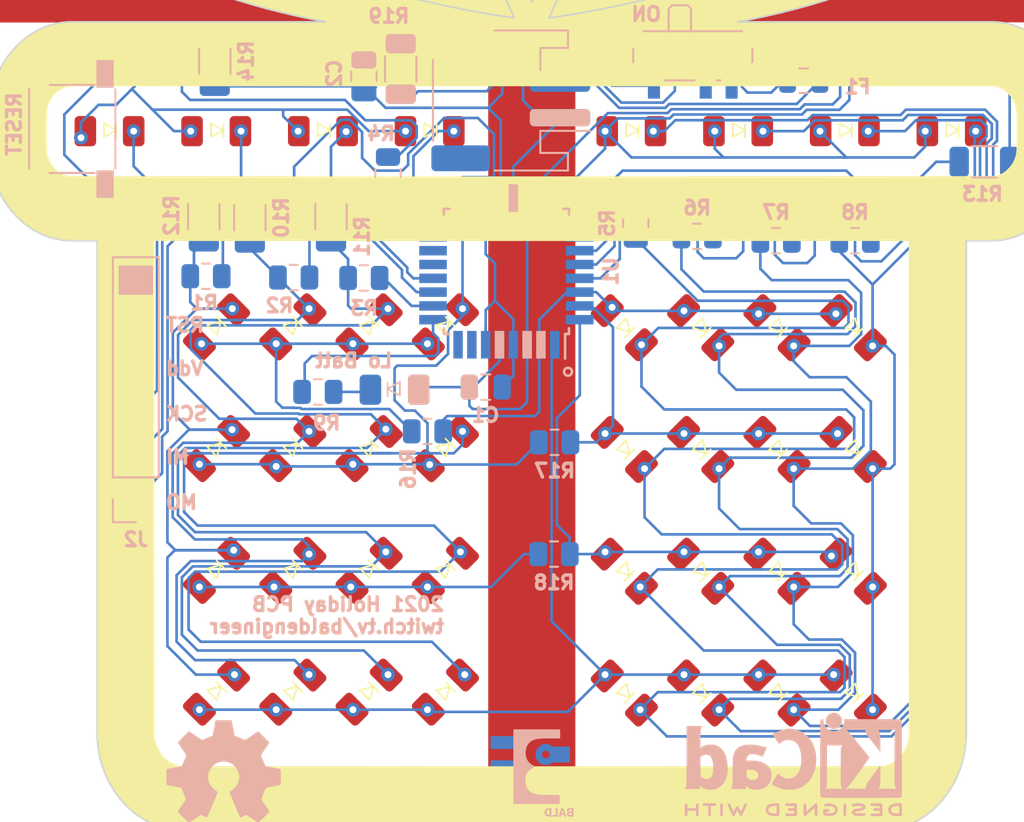
<source format=kicad_pcb>
(kicad_pcb (version 20171130) (host pcbnew "(5.1.10)-1")
  (layers (0 F.Cu signal hide) (31 B.Cu signal) (34 B.Paste user) (35 F.Paste user hide) (36 B.SilkS user) (37 F.SilkS user hide) (38 B.Mask user) (39 F.Mask user hide) (44 Edge.Cuts user))
  (net 0 "")
  (net 1 /Pin9)
  (net 2 /Pin10)
  (net 3 /Pin11)
  (net 4 /Pin12)
  (net 5 /Pin1)
  (net 6 /Pin2)
  (net 7 /Pin3)
  (net 8 /Pin4)
  (net 9 /Pin5)
  (net 10 /Pin6)
  (net 11 /Pin7)
  (net 12 /Pin8)
  (net 13 "Net-(U1-Pad22)")
  (net 14 /SCK)
  (net 15 /MISO)
  (net 16 /MOSI)
  (net 17 /Pin17)
  (net 18 "Net-(U1-Pad8)")
  (net 19 "Net-(U1-Pad7)")
  (net 20 /Pin13)
  (net 21 "Net-(SW1-Pad3)")
  (net 22 "Net-(D33-Pad2)")
  (net 23 GND)
  (net 24 VDD)
  (net 25 /Vin)
  (net 26 /RESET)
  (net 27 "Net-(U1-Pad14)")
  (net 28 "Net-(U1-Pad13)")
  (net 29 /nR1)
  (net 30 /nR2)
  (net 31 /nR3)
  (net 32 /nR4)
  (net 33 /nR5)
  (net 34 /nR6)
  (net 35 /nR7)
  (net 36 /nR8)
  (net 37 "Net-(U1-Pad2)")
  (net 38 /Fused)
  (module Symbol:KiCad-Logo2_5mm_SilkScreen (layer B.Cu) (at 162.5473 147.9423 180)
    (fp_text reference REF** hide)
    (fp_text value KiCad-Logo2_5mm_SilkScreen hide)
  )
  (module Symbol:OSHW-Symbol_6.7x6mm_SilkScreen (layer B.Cu) (at 129.5527 148.3741 180)
    (fp_text reference REF** hide)
    (fp_text value OSHW-Symbol_6.7x6mm_SilkScreen hide)
  )
  (module "My Libraries:BE5v2" (layer B.Cu) (at 149.807876 145.9865 180)
    (fp_text reference svg2mod hide)
    (fp_text value G*** hide)
    (fp_poly (pts (xy 4.71875 -4.795261) (xy 4.71875 -4.711563) (xy 4.78875 -4.711563) (xy 4.83875 -4.706413) (xy 4.86625 -4.684522) (xy 4.87875 -4.645892) (xy 4.86625 -4.60855) (xy 4.84 -4.587948) (xy 4.78625 -4.584085) (xy 4.71875 -4.584084) (xy 4.71875 -4.711563) (xy 4.71875 -4.795261) (xy 4.71875 -4.992274) (xy 4.605 -4.992274) (xy 4.605 -4.493948) (xy 4.8175 -4.493948) (xy 4.9125 -4.508112) (xy 4.97125 -4.559618) (xy 4.995 -4.643317) (xy 4.974219 -4.720255) (xy 4.91125 -4.772083) (xy 5 -4.992274) (xy 4.875 -4.992274) (xy 4.80125 -4.795261) (xy 4.71875 -4.795261)) (layer B.Cu) (width 0.095901))
    (fp_poly (pts (xy 4.5375 -4.589235) (xy 4.3075 -4.589235) (xy 4.3075 -4.69096) (xy 4.4875 -4.69096) (xy 4.4875 -4.78496) (xy 4.30625 -4.78496) (xy 4.30625 -4.893123) (xy 4.5375 -4.893123) (xy 4.5375 -4.992274) (xy 4.1925 -4.992274) (xy 4.1925 -4.493948) (xy 4.5375 -4.493948) (xy 4.5375 -4.589235)) (layer B.Cu) (width 0.095901))
    (fp_poly (pts (xy 4.12375 -4.589235) (xy 3.89375 -4.589235) (xy 3.89375 -4.69096) (xy 4.075 -4.69096) (xy 4.075 -4.78496) (xy 3.89375 -4.78496) (xy 3.89375 -4.893123) (xy 4.12375 -4.893123) (xy 4.12375 -4.992274) (xy 3.77875 -4.992274) (xy 3.77875 -4.493948) (xy 4.12375 -4.493948) (xy 4.12375 -4.589235)) (layer B.Cu) (width 0.095901))
    (fp_poly (pts (xy 3.68125 -4.495235) (xy 3.68125 -4.993561) (xy 3.585 -4.993561) (xy 3.39625 -4.657481) (xy 3.397493 -4.674221) (xy 3.398737 -4.696111) (xy 3.398737 -4.994849) (xy 3.309987 -4.994849) (xy 3.309987 -4.496523) (xy 3.432487 -4.496523) (xy 3.597487 -4.79011) (xy 3.594987 -4.756631) (xy 3.594987 -4.496523) (xy 3.681237 -4.496523) (xy 3.68125 -4.495235)) (layer B.Cu) (width 0.095901))
    (fp_poly (pts (xy 3.21125 -4.495235) (xy 3.21125 -4.993561) (xy 3.09875 -4.993561) (xy 3.09875 -4.495235) (xy 3.21125 -4.495235)) (layer B.Cu) (width 0.095901))
    (fp_poly (pts (xy 3.01 -4.727015) (xy 3.01 -4.993561) (xy 2.95875 -4.993561) (xy 2.9425 -4.935616) (xy 2.81 -5) (xy 2.725937 -4.982616) (xy 2.6625 -4.930466) (xy 2.623125 -4.85047) (xy 2.61 -4.750193) (xy 2.624062 -4.642673) (xy 2.66625 -4.558331) (xy 2.732656 -4.50441) (xy 2.81875 -4.486222) (xy 2.94875 -4.532577) (xy 3.00875 -4.657481) (xy 2.90125 -4.671645) (xy 2.8175 -4.581509) (xy 2.7475 -4.624002) (xy 2.72375 -4.74633) (xy 2.74875 -4.863507) (xy 2.82125 -4.903425) (xy 2.875 -4.882822) (xy 2.89875 -4.817151) (xy 2.8075 -4.817151) (xy 2.8075 -4.724439) (xy 3.01 -4.724439) (xy 3.01 -4.727015)) (layer B.Cu) (width 0.095901))
    (fp_poly (pts (xy 2.535 -4.495235) (xy 2.535 -4.993561) (xy 2.43875 -4.993561) (xy 2.25 -4.656193) (xy 2.251243 -4.672933) (xy 2.252487 -4.694823) (xy 2.252487 -4.993561) (xy 2.163737 -4.993561) (xy 2.163737 -4.495235) (xy 2.286237 -4.495235) (xy 2.451237 -4.788823) (xy 2.448737 -4.755343) (xy 2.448737 -4.495235) (xy 2.535 -4.495235)) (layer B.Cu) (width 0.095901))
    (fp_poly (pts (xy 2.095 -4.589235) (xy 1.865 -4.589235) (xy 1.865 -4.69096) (xy 2.04625 -4.69096) (xy 2.04625 -4.78496) (xy 1.865 -4.78496) (xy 1.865 -4.893123) (xy 2.095 -4.893123) (xy 2.095 -4.992274) (xy 1.75 -4.992274) (xy 1.75 -4.493948) (xy 2.095 -4.493948) (xy 2.095 -4.589235)) (layer B.Cu) (width 0.095901))
    (fp_poly (pts (xy 1.605 -0.844708) (xy 1.343613 -1.277644) (xy 1.404531 -1.184329) (xy 1.494746 -1.121435) (xy 1.605 -1.098377) (xy 1.715781 -1.121435) (xy 1.805937 -1.184329) (xy 1.866562 -1.277644) (xy 1.88875 -1.391965) (xy 1.866562 -1.505541) (xy 1.805937 -1.598474) (xy 1.715781 -1.661228) (xy 1.605 -1.684265) (xy 1.494219 -1.661228) (xy 1.404062 -1.598474) (xy 1.343437 -1.505541) (xy 1.32125 -1.391965) (xy 1.343613 -1.277644) (xy 1.605 -0.844708) (xy 1.466898 -0.863546) (xy 1.342685 -0.916435) (xy 1.23625 -0.99794) (xy 0.26875 -0.99794) (xy 0.26875 -1.78599) (xy 1.23625 -1.78599) (xy 1.34213 -1.868067) (xy 1.46662 -1.92067) (xy 1.605 -1.939222) (xy 1.746348 -1.919699) (xy 1.873287 -1.864585) (xy 1.980781 -1.779069) (xy 2.063796 -1.668336) (xy 2.117297 -1.537572) (xy 2.13625 -1.391965) (xy 2.117297 -1.246358) (xy 2.063796 -1.115594) (xy 1.980781 -1.004861) (xy 1.873287 -0.919344) (xy 1.746348 -0.864231) (xy 1.605 -0.844708)) (layer B.Cu) (width 0.134262))
    (fp_poly (pts (xy 3.415 -3.19727) (xy 4.7325 -3.19727) (xy 4.7325 -3.80891) (xy 3.415 -3.80891) (xy 3.415 -3.19727)) (layer B.Cu) (width 0.134262))
    (fp_poly (pts (xy 3.415 -1.793716) (xy 4.7325 -1.793716) (xy 4.7325 -2.405357) (xy 3.415 -2.405357) (xy 3.415 -1.793716)) (layer B.Cu) (width 0.134262))
    (fp_poly (pts (xy 3.415 -0.394025) (xy 4.7325 -0.394025) (xy 4.7325 -1.005666) (xy 3.415 -1.005666) (xy 3.415 -0.394025)) (layer B.Cu) (width 0.134262))
    (fp_poly (pts (xy 1.605 -2.241823) (xy 1.343613 -2.674961) (xy 1.404531 -2.582088) (xy 1.494746 -2.519637) (xy 1.605 -2.496781) (xy 1.715781 -2.519818) (xy 1.805937 -2.582571) (xy 1.866562 -2.675505) (xy 1.88875 -2.78908) (xy 1.866562 -2.903401) (xy 1.805937 -2.996716) (xy 1.715781 -3.059611) (xy 1.605 -3.082668) (xy 1.494219 -3.059611) (xy 1.404062 -2.996716) (xy 1.343437 -2.903401) (xy 1.32125 -2.78908) (xy 1.343613 -2.674961) (xy 1.605 -2.241823) (xy 1.466898 -2.260661) (xy 1.342685 -2.313551) (xy 1.23625 -2.395055) (xy 0.26875 -2.395055) (xy 0.26875 -3.183106) (xy 1.23625 -3.183106) (xy 1.34213 -3.265182) (xy 1.46662 -3.317786) (xy 1.605 -3.336338) (xy 1.746348 -3.316814) (xy 1.873287 -3.261701) (xy 1.980781 -3.176185) (xy 2.063796 -3.065451) (xy 2.117297 -2.934688) (xy 2.13625 -2.78908) (xy 2.117297 -2.643473) (xy 2.063796 -2.51271) (xy 1.980781 -2.401976) (xy 1.873287 -2.31646) (xy 1.746348 -2.261347) (xy 1.605 -2.241823)) (layer B.Cu) (width 0.134262))
  )
  (module Fuse:Fuse_0805_2012Metric (layer B.Cu) (at 163.1442 108.331 180)
    (fp_text reference F1 (at -3.1242 -0.3556) (layer B.SilkS) (effects (font (size 0.8 0.8) (thickness 0.2)) (justify mirror)))
    (fp_text value 200mA)
    (pad 2 smd roundrect (at 0.9375 0 180) (size 0.975 1.4) (layers B.Cu B.Paste B.Mask) (net 38 /Fused))
    (pad 1 smd roundrect (at -0.9375 0 180) (size 0.975 1.4) (layers B.Cu B.Paste B.Mask) (net 25 /Vin))
  )
  (module Resistor_SMD:R_1206_3216Metric (layer B.Cu) (at 139.8016 107.6452 90)
    (fp_text reference R19 (at 3.0607 -0.6858 180) (layer B.SilkS) (effects (font (size 0.8 0.8) (thickness 0.2)) (justify mirror)))
    (fp_text value 0)
    (pad 2 smd roundrect (at 1.4625 0 90) (size 1.125 1.75) (layers B.Cu B.Paste B.SilkS B.Mask) (roundrect_rratio 0.222) (net 23 GND))
    (pad 1 smd roundrect (at -1.4625 0 90) (size 1.125 1.75) (layers B.Cu B.Paste B.SilkS B.Mask) (roundrect_rratio 0.222) (net 23 GND))
  )
  (module Resistor_SMD:R_0805_2012Metric (layer B.Cu) (at 148.682 135.763)
    (fp_text reference R18 (at 0 1.65) (layer B.SilkS) (effects (font (size 0.8 0.8) (thickness 0.2)) (justify mirror)))
    (fp_text value 0)
    (pad 2 smd roundrect (at 0.9125 0) (size 1.025 1.4) (layers B.Cu B.Paste B.Mask) (roundrect_rratio 0.243902) (net 4 /Pin12))
    (pad 1 smd roundrect (at -0.9125 0) (size 1.025 1.4) (layers B.Cu B.Paste B.Mask) (roundrect_rratio 0.243902) (net 4 /Pin12))
  )
  (module Resistor_SMD:R_0805_2012Metric (layer B.Cu) (at 148.717 129.286)
    (fp_text reference R17 (at 0 1.65) (layer B.SilkS) (effects (font (size 0.8 0.8) (thickness 0.2)) (justify mirror)))
    (fp_text value 0)
    (pad 2 smd roundrect (at 0.9125 0) (size 1.025 1.4) (layers B.Cu B.Paste B.Mask) (roundrect_rratio 0.243902) (net 3 /Pin11))
    (pad 1 smd roundrect (at -0.9125 0) (size 1.025 1.4) (layers B.Cu B.Paste B.Mask) (roundrect_rratio 0.243902) (net 3 /Pin11))
  )
  (module Resistor_SMD:R_0805_2012Metric (layer B.Cu) (at 141.351 128.651)
    (fp_text reference R16 (at -1.1176 2.1717 90) (layer B.SilkS) (effects (font (size 0.8 0.8) (thickness 0.2)) (justify mirror)))
    (fp_text value 0)
    (pad 2 smd roundrect (at 0.9125 0) (size 1.025 1.4) (layers B.Cu B.Paste B.Mask) (roundrect_rratio 0.243902) (net 2 /Pin10))
    (pad 1 smd roundrect (at -0.9125 0) (size 1.025 1.4) (layers B.Cu B.Paste B.Mask) (roundrect_rratio 0.243902) (net 2 /Pin10))
  )
  (module Resistor_SMD:R_1206_3216Metric (layer B.Cu) (at 129.032 107.188 90)
    (fp_text reference R14 (at 0 1.82 90) (layer B.SilkS) (effects (font (size 0.8 0.8) (thickness 0.2)) (justify mirror)))
    (fp_text value 0)
    (pad 2 smd roundrect (at 1.4625 0 90) (size 1.125 1.75) (layers B.Cu B.Paste B.Mask) (roundrect_rratio 0.222222) (net 24 VDD))
    (pad 1 smd roundrect (at -1.4625 0 90) (size 1.125 1.75) (layers B.Cu B.Paste B.Mask) (roundrect_rratio 0.222222) (net 24 VDD))
  )
  (module Resistor_SMD:R_1206_3216Metric (layer B.Cu) (at 173.609 113.03 180)
    (fp_text reference R13 (at 0.1143 -1.8669) (layer B.SilkS) (effects (font (size 0.8 0.8) (thickness 0.2)) (justify mirror)))
    (fp_text value 0)
    (pad 2 smd roundrect (at 1.4625 0 180) (size 1.125 1.75) (layers B.Cu B.Paste B.Mask) (roundrect_rratio 0.222222) (net 26 /RESET))
    (pad 1 smd roundrect (at -1.4625 0 180) (size 1.125 1.75) (layers B.Cu B.Paste B.Mask) (roundrect_rratio 0.222222) (net 26 /RESET))
  )
  (module Resistor_SMD:R_1206_3216Metric (layer B.Cu) (at 128.397 116.205 90)
    (fp_text reference R12 (at 0.0635 -1.8669 90) (layer B.SilkS) (effects (font (size 0.8 0.8) (thickness 0.2)) (justify mirror)))
    (fp_text value 0)
    (pad 2 smd roundrect (at 1.4625 0 90) (size 1.125 1.75) (layers B.Cu B.Paste B.Mask) (roundrect_rratio 0.222222) (net 29 /nR1))
    (pad 1 smd roundrect (at -1.4625 0 90) (size 1.125 1.75) (layers B.Cu B.Paste B.Mask) (roundrect_rratio 0.222222) (net 29 /nR1))
  )
  (module Resistor_SMD:R_1206_3216Metric (layer B.Cu) (at 135.763 116.205 90)
    (fp_text reference R11 (at -1.1557 1.8034 90) (layer B.SilkS) (effects (font (size 0.8 0.8) (thickness 0.2)) (justify mirror)))
    (fp_text value 0)
    (pad 2 smd roundrect (at 1.4625 0 90) (size 1.125 1.75) (layers B.Cu B.Paste B.Mask) (roundrect_rratio 0.222222) (net 31 /nR3))
    (pad 1 smd roundrect (at -1.4625 0 90) (size 1.125 1.75) (layers B.Cu B.Paste B.Mask) (roundrect_rratio 0.222222) (net 31 /nR3))
  )
  (module Resistor_SMD:R_1206_3216Metric (layer B.Cu) (at 131.064 116.2705 90)
    (fp_text reference R10 (at 0 1.82 90) (layer B.SilkS) (effects (font (size 0.8 0.8) (thickness 0.2)) (justify mirror)))
    (fp_text value 0)
    (pad 2 smd roundrect (at 1.4625 0 90) (size 1.125 1.75) (layers B.Cu B.Paste B.Mask) (roundrect_rratio 0.222222) (net 30 /nR2))
    (pad 1 smd roundrect (at -1.4625 0 90) (size 1.125 1.75) (layers B.Cu B.Paste B.Mask) (roundrect_rratio 0.222222) (net 30 /nR2))
  )
  (module Package_QFP:TQFP-32_7x7mm_P0.8mm (layer B.Cu) (at 145.923 119.38 90)
    (fp_text reference U1 (at 0 6.05 90) (layer B.SilkS) (effects (font (size 0.8 0.8) (thickness 0.2)) (justify mirror)))
    (fp_text value ATmega8A-AU)
    (pad 32 smd rect (at -2.8 4.25) (size 1.6 0.55) (layers B.Cu B.Paste B.Mask) (net 4 /Pin12))
    (pad 31 smd rect (at -2 4.25) (size 1.6 0.55) (layers B.Cu B.Paste B.Mask) (net 3 /Pin11))
    (pad 30 smd rect (at -1.2 4.25) (size 1.6 0.55) (layers B.Cu B.Paste B.Mask) (net 2 /Pin10))
    (pad 29 smd rect (at -0.4 4.25) (size 1.6 0.55) (layers B.Cu B.Paste B.Mask) (net 26 /RESET))
    (pad 28 smd rect (at 0.4 4.25) (size 1.6 0.55) (layers B.Cu B.Paste B.Mask) (net 9 /Pin5))
    (pad 27 smd rect (at 1.2 4.25) (size 1.6 0.55) (layers B.Cu B.Paste B.Mask) (net 10 /Pin6))
    (pad 26 smd rect (at 2 4.25) (size 1.6 0.55) (layers B.Cu B.Paste B.Mask) (net 11 /Pin7))
    (pad 25 smd rect (at 2.8 4.25) (size 1.6 0.55) (layers B.Cu B.Paste B.Mask) (net 12 /Pin8))
    (pad 24 smd rect (at 4.25 2.8 90) (size 1.6 0.55) (layers B.Cu B.Paste B.Mask) (net 1 /Pin9))
    (pad 23 smd rect (at 4.25 2 90) (size 1.6 0.55) (layers B.Cu B.Paste B.Mask) (net 8 /Pin4))
    (pad 22 smd rect (at 4.25 1.2 90) (size 1.6 0.55) (layers B.Cu B.Paste) (net 13 "Net-(U1-Pad22)"))
    (pad 21 smd rect (at 4.25 0.4 90) (size 1.6 0.55) (layers B.Cu B.Paste B.SilkS B.Mask) (net 23 GND))
    (pad 20 smd rect (at 4.25 -0.4 90) (size 1.6 0.55) (layers B.Cu B.Paste B.Mask) (net 24 VDD))
    (pad 19 smd rect (at 4.25 -1.2 90) (size 1.6 0.55) (layers B.Cu B.Paste B.Mask) (net 24 VDD))
    (pad 18 smd rect (at 4.25 -2 90) (size 1.6 0.55) (layers B.Cu B.Paste B.Mask) (net 24 VDD))
    (pad 17 smd rect (at 4.25 -2.8 90) (size 1.6 0.55) (layers B.Cu B.Paste B.Mask) (net 14 /SCK))
    (pad 16 smd rect (at 2.8 -4.25) (size 1.6 0.55) (layers B.Cu B.Paste B.Mask) (net 15 /MISO))
    (pad 15 smd rect (at 2 -4.25) (size 1.6 0.55) (layers B.Cu B.Paste B.Mask) (net 16 /MOSI))
    (pad 14 smd rect (at 1.2 -4.25) (size 1.6 0.55) (layers B.Cu B.Paste B.Mask) (net 27 "Net-(U1-Pad14)"))
    (pad 13 smd rect (at 0.4 -4.25) (size 1.6 0.55) (layers B.Cu B.Paste B.Mask) (net 28 "Net-(U1-Pad13)"))
    (pad 12 smd rect (at -0.4 -4.25) (size 1.6 0.55) (layers B.Cu B.Paste B.Mask) (net 5 /Pin1))
    (pad 11 smd rect (at -1.2 -4.25) (size 1.6 0.55) (layers B.Cu B.Paste B.Mask) (net 6 /Pin2))
    (pad 10 smd rect (at -2 -4.25) (size 1.6 0.55) (layers B.Cu B.Paste B.Mask) (net 7 /Pin3))
    (pad 9 smd rect (at -2.8 -4.25) (size 1.6 0.55) (layers B.Cu B.Paste B.Mask) (net 17 /Pin17))
    (pad 8 smd rect (at -4.25 -2.8 90) (size 1.6 0.55) (layers B.Cu B.Paste B.Mask) (net 18 "Net-(U1-Pad8)"))
    (pad 7 smd rect (at -4.25 -2 90) (size 1.6 0.55) (layers B.Cu B.Paste B.Mask) (net 19 "Net-(U1-Pad7)"))
    (pad 6 smd rect (at -4.25 -1.2 90) (size 1.6 0.55) (layers B.Cu B.Paste B.Mask) (net 24 VDD))
    (pad 5 smd rect (at -4.25 -0.4 90) (size 1.6 0.55) (layers B.Cu B.Paste B.SilkS B.Mask) (net 23 GND))
    (pad 4 smd rect (at -4.25 0.4 90) (size 1.6 0.55) (layers B.Cu B.Paste B.Mask) (net 24 VDD))
    (pad 3 smd rect (at -4.25 1.2 90) (size 1.6 0.55) (layers B.Cu B.Paste B.SilkS B.Mask) (net 23 GND))
    (pad 2 smd rect (at -4.25 2 90) (size 1.6 0.55) (layers B.SilkS) (net 37 "Net-(U1-Pad2)"))
    (pad 1 smd rect (at -4.25 2.8 90) (size 1.6 0.55) (layers B.Cu B.Paste B.Mask) (net 20 /Pin13))
  )
  (module "My Libraries:SW_Push_CK_PTS525_SM15" (layer B.Cu) (at 120.777 111.125 90)
    (fp_text reference SW2 hide)
    (fp_text value RESET (at 0.2794 -3.3655 90) (layer B.SilkS) (effects (font (size 0.8 0.8) (thickness 0.2)) (justify mirror)))
    (pad 1 smd rect (at 3.2 1.9 90) (size 1.6 1) (layers B.Cu B.Paste B.SilkS B.Mask) (net 23 GND))
    (pad 1 smd rect (at -3.2 1.9 90) (size 1.6 1) (layers B.Cu B.Paste B.SilkS B.Mask) (net 23 GND))
    (pad 2 smd rect (at -3.2 -1.9 90) (size 1.6 1) (layers B.Cu B.Paste B.Mask) (net 26 /RESET))
    (pad 2 smd rect (at 3.2 -1.9 90) (size 1.6 1) (layers B.Cu B.Paste B.Mask) (net 26 /RESET))
  )
  (module "My Libraries:PinHeader_1x06_P2.54mm_SMD_Field" (layer B.Cu) (at 124.46 132.588)
    (fp_text reference J2 (at 0 2.33) (layer B.SilkS) (effects (font (size 0.8 0.8) (thickness 0.2)) (justify mirror)))
    (fp_text value ISP)
    (pad 6 smd rect (at 0 -12.7) (size 2 1.7) (layers B.Cu B.Paste B.SilkS B.Mask) (net 23 GND))
    (pad 5 smd rect (at 0 -10.16) (size 2 1.7) (layers B.Cu B.Paste B.Mask) (net 26 /RESET))
    (pad 4 smd rect (at 0 -7.62) (size 2 1.7) (layers B.Cu B.Paste B.Mask) (net 24 VDD))
    (pad 3 smd rect (at 0 -5.08) (size 2 1.7) (layers B.Cu B.Paste B.Mask) (net 14 /SCK))
    (pad 2 smd rect (at 0 -2.54) (size 2 1.7) (layers B.Cu B.Paste B.Mask) (net 15 /MISO))
    (pad 1 smd oval (at 0 0) (size 2 1.7) (layers B.Cu B.Paste B.Mask) (net 16 /MOSI))
  )
  (module Connector_JST:JST_PH_S2B-PH-SM4-TB_1x02-1MP_P2.00mm_Horizontal (layer B.Cu) (at 146.177 109.474 90)
    (fp_text reference J1 hide)
    (fp_text value Batt)
    (pad MP smd roundrect (at 3.35 -2.9 90) (size 1.5 3.4) (layers B.Cu B.Paste B.Mask) (roundrect_rratio 0.166667))
    (pad MP smd roundrect (at -3.35 -2.9 90) (size 1.5 3.4) (layers B.Cu B.Paste B.Mask) (roundrect_rratio 0.166667))
    (pad 2 smd roundrect (at 1 2.85 90) (size 1 3.5) (layers B.Cu B.Paste B.Mask) (net 25 /Vin))
    (pad 1 smd roundrect (at -1 2.85 90) (size 1 3.5) (layers B.Cu B.Paste B.SilkS B.Mask) (net 23 GND))
  )
  (module Resistor_SMD:R_0805_2012Metric (layer B.Cu) (at 135.001 126.365 180)
    (fp_text reference R9 (at -0.508 -1.8034) (layer B.SilkS) (effects (font (size 0.8 0.8) (thickness 0.2)) (justify mirror)))
    (fp_text value 1K)
    (pad 2 smd roundrect (at 0.9125 0 180) (size 1.025 1.4) (layers B.Cu B.Paste B.Mask) (roundrect_rratio 0.243902) (net 17 /Pin17))
    (pad 1 smd roundrect (at -0.9125 0 180) (size 1.025 1.4) (layers B.Cu B.Paste B.Mask) (roundrect_rratio 0.243902) (net 22 "Net-(D33-Pad2)"))
  )
  (module "My Libraries:LED_1206_3216Metric-NoSilk" (layer F.Cu) (at 171.704 111.252)
    (fp_text reference D41)
    (fp_text value RED)
    (pad 2 smd roundrect (at 1.4 0) (size 1.25 1.75) (layers F.Cu F.Paste F.Mask) (roundrect_rratio 0.2) (net 36 /nR8))
    (pad 1 smd roundrect (at -1.4 0) (size 1.25 1.75) (layers F.Cu F.Paste F.Mask) (roundrect_rratio 0.2) (net 1 /Pin9))
  )
  (module "My Libraries:LED_1206_3216Metric-NoSilk" (layer F.Cu) (at 165.523332 111.252)
    (fp_text reference D40)
    (fp_text value RED)
    (pad 2 smd roundrect (at 1.4 0) (size 1.25 1.75) (layers F.Cu F.Paste F.Mask) (roundrect_rratio 0.2) (net 35 /nR7))
    (pad 1 smd roundrect (at -1.4 0) (size 1.25 1.75) (layers F.Cu F.Paste F.Mask) (roundrect_rratio 0.2) (net 1 /Pin9))
  )
  (module "My Libraries:LED_1206_3216Metric-NoSilk" (layer F.Cu) (at 159.342666 111.252)
    (fp_text reference D39)
    (fp_text value RED)
    (pad 2 smd roundrect (at 1.4 0) (size 1.25 1.75) (layers F.Cu F.Paste F.Mask) (roundrect_rratio 0.2) (net 34 /nR6))
    (pad 1 smd roundrect (at -1.4 0) (size 1.25 1.75) (layers F.Cu F.Paste F.Mask) (roundrect_rratio 0.2) (net 1 /Pin9))
  )
  (module "My Libraries:LED_1206_3216Metric-NoSilk" (layer F.Cu) (at 153.162 111.252)
    (fp_text reference D38)
    (fp_text value RED)
    (pad 2 smd roundrect (at 1.4 0) (size 1.25 1.75) (layers F.Cu F.Paste F.Mask) (roundrect_rratio 0.2) (net 33 /nR5))
    (pad 1 smd roundrect (at -1.4 0) (size 1.25 1.75) (layers F.Cu F.Paste F.Mask) (roundrect_rratio 0.2) (net 1 /Pin9))
  )
  (module "My Libraries:LED_1206_3216Metric-NoSilk" (layer F.Cu) (at 141.478 111.252)
    (fp_text reference D37)
    (fp_text value RED)
    (pad 2 smd roundrect (at 1.4 0) (size 1.25 1.75) (layers F.Cu F.Paste F.Mask) (roundrect_rratio 0.2) (net 32 /nR4))
    (pad 1 smd roundrect (at -1.4 0) (size 1.25 1.75) (layers F.Cu F.Paste F.Mask) (roundrect_rratio 0.2) (net 1 /Pin9))
  )
  (module "My Libraries:LED_1206_3216Metric-NoSilk" (layer F.Cu) (at 135.297332 111.252)
    (fp_text reference D36)
    (fp_text value RED)
    (pad 2 smd roundrect (at 1.4 0) (size 1.25 1.75) (layers F.Cu F.Paste F.Mask) (roundrect_rratio 0.2) (net 31 /nR3))
    (pad 1 smd roundrect (at -1.4 0) (size 1.25 1.75) (layers F.Cu F.Paste F.Mask) (roundrect_rratio 0.2) (net 1 /Pin9))
  )
  (module "My Libraries:LED_1206_3216Metric-NoSilk" (layer F.Cu) (at 129.116666 111.252)
    (fp_text reference D35)
    (fp_text value RED)
    (pad 2 smd roundrect (at 1.4 0) (size 1.25 1.75) (layers F.Cu F.Paste F.Mask) (roundrect_rratio 0.2) (net 30 /nR2))
    (pad 1 smd roundrect (at -1.4 0) (size 1.25 1.75) (layers F.Cu F.Paste F.Mask) (roundrect_rratio 0.2) (net 1 /Pin9))
  )
  (module "My Libraries:LED_1206_3216Metric-NoSilk" (layer F.Cu) (at 122.936 111.252)
    (fp_text reference D34)
    (fp_text value RED)
    (pad 2 smd roundrect (at 1.4 0) (size 1.25 1.75) (layers F.Cu F.Paste F.Mask) (roundrect_rratio 0.2) (net 29 /nR1))
    (pad 1 smd roundrect (at -1.4 0) (size 1.25 1.75) (layers F.Cu F.Paste F.Mask) (roundrect_rratio 0.2) (net 1 /Pin9))
  )
  (module "My Libraries:LED_1206_3216Metric-NoSilk" (layer B.Cu) (at 139.446 126.238 180)
    (fp_text reference D33)
    (fp_text value Batt)
    (pad 2 smd roundrect (at 1.4 0 180) (size 1.25 1.75) (layers B.Cu B.Paste B.Mask) (roundrect_rratio 0.2) (net 22 "Net-(D33-Pad2)"))
    (pad 1 smd roundrect (at -1.4 0 180) (size 1.25 1.75) (layers B.Cu B.Paste B.SilkS B.Mask) (roundrect_rratio 0.2) (net 23 GND))
  )
  (module "My Libraries:LED_1206_3216Metric-NoSilk" (layer F.Cu) (at 166.0144 143.813142 315)
    (fp_text reference D32 hide)
    (fp_text value GRN)
    (pad 2 smd roundrect (at 1.4 0 315) (size 1.25 1.75) (layers F.Cu F.Paste F.Mask) (roundrect_rratio 0.2) (net 36 /nR8))
    (pad 1 smd roundrect (at -1.4 0 315) (size 1.25 1.75) (layers F.Cu F.Paste F.Mask) (roundrect_rratio 0.2) (net 20 /Pin13))
  )
  (module "My Libraries:LED_1206_3216Metric-NoSilk" (layer F.Cu) (at 166.0144 136.756174 315)
    (fp_text reference D31 hide)
    (fp_text value GRN)
    (pad 2 smd roundrect (at 1.4 0 315) (size 1.25 1.75) (layers F.Cu F.Paste F.Mask) (roundrect_rratio 0.2) (net 36 /nR8))
    (pad 1 smd roundrect (at -1.4 0 315) (size 1.25 1.75) (layers F.Cu F.Paste F.Mask) (roundrect_rratio 0.2) (net 4 /Pin12))
  )
  (module "My Libraries:LED_1206_3216Metric-NoSilk" (layer F.Cu) (at 166.0144 129.699208 315)
    (fp_text reference D30 hide)
    (fp_text value GRN)
    (pad 2 smd roundrect (at 1.4 0 315) (size 1.25 1.75) (layers F.Cu F.Paste F.Mask) (roundrect_rratio 0.2) (net 36 /nR8))
    (pad 1 smd roundrect (at -1.4 0 315) (size 1.25 1.75) (layers F.Cu F.Paste F.Mask) (roundrect_rratio 0.2) (net 3 /Pin11))
  )
  (module "My Libraries:LED_1206_3216Metric-NoSilk" (layer F.Cu) (at 166.0144 122.642242 315)
    (fp_text reference D29 hide)
    (fp_text value GRN)
    (pad 2 smd roundrect (at 1.4 0 315) (size 1.25 1.75) (layers F.Cu F.Paste F.Mask) (roundrect_rratio 0.2) (net 36 /nR8))
    (pad 1 smd roundrect (at -1.4 0 315) (size 1.25 1.75) (layers F.Cu F.Paste F.Mask) (roundrect_rratio 0.2) (net 2 /Pin10))
  )
  (module "My Libraries:LED_1206_3216Metric-NoSilk" (layer F.Cu) (at 161.5948 143.813142 315)
    (fp_text reference D28 hide)
    (fp_text value GRN)
    (pad 2 smd roundrect (at 1.4 0 315) (size 1.25 1.75) (layers F.Cu F.Paste F.Mask) (roundrect_rratio 0.2) (net 35 /nR7))
    (pad 1 smd roundrect (at -1.4 0 315) (size 1.25 1.75) (layers F.Cu F.Paste F.Mask) (roundrect_rratio 0.2) (net 20 /Pin13))
  )
  (module "My Libraries:LED_1206_3216Metric-NoSilk" (layer F.Cu) (at 161.5948 136.756174 315)
    (fp_text reference D27 hide)
    (fp_text value GRN)
    (pad 2 smd roundrect (at 1.4 0 315) (size 1.25 1.75) (layers F.Cu F.Paste F.Mask) (roundrect_rratio 0.2) (net 35 /nR7))
    (pad 1 smd roundrect (at -1.4 0 315) (size 1.25 1.75) (layers F.Cu F.Paste F.Mask) (roundrect_rratio 0.2) (net 4 /Pin12))
  )
  (module "My Libraries:LED_1206_3216Metric-NoSilk" (layer F.Cu) (at 161.5948 129.699208 315)
    (fp_text reference D26 hide)
    (fp_text value GRN)
    (pad 2 smd roundrect (at 1.4 0 315) (size 1.25 1.75) (layers F.Cu F.Paste F.Mask) (roundrect_rratio 0.2) (net 35 /nR7))
    (pad 1 smd roundrect (at -1.4 0 315) (size 1.25 1.75) (layers F.Cu F.Paste F.Mask) (roundrect_rratio 0.2) (net 3 /Pin11))
  )
  (module "My Libraries:LED_1206_3216Metric-NoSilk" (layer F.Cu) (at 161.5948 122.642242 315)
    (fp_text reference D25 hide)
    (fp_text value GRN)
    (pad 2 smd roundrect (at 1.4 0 315) (size 1.25 1.75) (layers F.Cu F.Paste F.Mask) (roundrect_rratio 0.2) (net 35 /nR7))
    (pad 1 smd roundrect (at -1.4 0 315) (size 1.25 1.75) (layers F.Cu F.Paste F.Mask) (roundrect_rratio 0.2) (net 2 /Pin10))
  )
  (module "My Libraries:LED_1206_3216Metric-NoSilk" (layer F.Cu) (at 157.1752 143.813142 315)
    (fp_text reference D24 hide)
    (fp_text value GRN)
    (pad 2 smd roundrect (at 1.4 0 315) (size 1.25 1.75) (layers F.Cu F.Paste F.Mask) (roundrect_rratio 0.2) (net 34 /nR6))
    (pad 1 smd roundrect (at -1.4 0 315) (size 1.25 1.75) (layers F.Cu F.Paste F.Mask) (roundrect_rratio 0.2) (net 20 /Pin13))
  )
  (module "My Libraries:LED_1206_3216Metric-NoSilk" (layer F.Cu) (at 157.1752 136.756174 315)
    (fp_text reference D23 hide)
    (fp_text value GRN)
    (pad 2 smd roundrect (at 1.4 0 315) (size 1.25 1.75) (layers F.Cu F.Paste F.Mask) (roundrect_rratio 0.2) (net 34 /nR6))
    (pad 1 smd roundrect (at -1.4 0 315) (size 1.25 1.75) (layers F.Cu F.Paste F.Mask) (roundrect_rratio 0.2) (net 4 /Pin12))
  )
  (module "My Libraries:LED_1206_3216Metric-NoSilk" (layer F.Cu) (at 157.1752 129.699208 315)
    (fp_text reference D22 hide)
    (fp_text value GRN)
    (pad 2 smd roundrect (at 1.4 0 315) (size 1.25 1.75) (layers F.Cu F.Paste F.Mask) (roundrect_rratio 0.2) (net 34 /nR6))
    (pad 1 smd roundrect (at -1.4 0 315) (size 1.25 1.75) (layers F.Cu F.Paste F.Mask) (roundrect_rratio 0.2) (net 3 /Pin11))
  )
  (module "My Libraries:LED_1206_3216Metric-NoSilk" (layer F.Cu) (at 157.1752 122.642242 315)
    (fp_text reference D21 hide)
    (fp_text value GRN)
    (pad 2 smd roundrect (at 1.4 0 315) (size 1.25 1.75) (layers F.Cu F.Paste F.Mask) (roundrect_rratio 0.2) (net 34 /nR6))
    (pad 1 smd roundrect (at -1.4 0 315) (size 1.25 1.75) (layers F.Cu F.Paste F.Mask) (roundrect_rratio 0.2) (net 2 /Pin10))
  )
  (module "My Libraries:LED_1206_3216Metric-NoSilk" (layer F.Cu) (at 152.7556 143.813142 315)
    (fp_text reference D20 hide)
    (fp_text value GRN)
    (pad 2 smd roundrect (at 1.4 0 315) (size 1.25 1.75) (layers F.Cu F.Paste F.Mask) (roundrect_rratio 0.2) (net 33 /nR5))
    (pad 1 smd roundrect (at -1.4 0 315) (size 1.25 1.75) (layers F.Cu F.Paste F.Mask) (roundrect_rratio 0.2) (net 20 /Pin13))
  )
  (module "My Libraries:LED_1206_3216Metric-NoSilk" (layer F.Cu) (at 152.7556 136.756174 315)
    (fp_text reference D19 hide)
    (fp_text value GRN)
    (pad 2 smd roundrect (at 1.4 0 315) (size 1.25 1.75) (layers F.Cu F.Paste F.Mask) (roundrect_rratio 0.2) (net 33 /nR5))
    (pad 1 smd roundrect (at -1.4 0 315) (size 1.25 1.75) (layers F.Cu F.Paste F.Mask) (roundrect_rratio 0.2) (net 4 /Pin12))
  )
  (module "My Libraries:LED_1206_3216Metric-NoSilk" (layer F.Cu) (at 152.7556 129.699208 315)
    (fp_text reference D18 hide)
    (fp_text value GRN)
    (pad 2 smd roundrect (at 1.4 0 315) (size 1.25 1.75) (layers F.Cu F.Paste F.Mask) (roundrect_rratio 0.2) (net 33 /nR5))
    (pad 1 smd roundrect (at -1.4 0 315) (size 1.25 1.75) (layers F.Cu F.Paste F.Mask) (roundrect_rratio 0.2) (net 3 /Pin11))
  )
  (module "My Libraries:LED_1206_3216Metric-NoSilk" (layer F.Cu) (at 152.7556 122.642242 315)
    (fp_text reference D17 hide)
    (fp_text value GRN)
    (pad 2 smd roundrect (at 1.4 0 315) (size 1.25 1.75) (layers F.Cu F.Paste F.Mask) (roundrect_rratio 0.2) (net 33 /nR5))
    (pad 1 smd roundrect (at -1.4 0 315) (size 1.25 1.75) (layers F.Cu F.Paste F.Mask) (roundrect_rratio 0.2) (net 2 /Pin10))
  )
  (module "My Libraries:LED_1206_3216Metric-NoSilk" (layer F.Cu) (at 142.3924 143.764 45)
    (fp_text reference D16 hide)
    (fp_text value GRN)
    (pad 2 smd roundrect (at 1.4 0 45) (size 1.25 1.75) (layers F.Cu F.Paste F.Mask) (roundrect_rratio 0.2) (net 32 /nR4))
    (pad 1 smd roundrect (at -1.4 0 45) (size 1.25 1.75) (layers F.Cu F.Paste F.Mask) (roundrect_rratio 0.2) (net 20 /Pin13))
  )
  (module "My Libraries:LED_1206_3216Metric-NoSilk" (layer F.Cu) (at 142.3924 136.707032 45)
    (fp_text reference D15 hide)
    (fp_text value GRN)
    (pad 2 smd roundrect (at 1.4 0 45) (size 1.25 1.75) (layers F.Cu F.Paste F.Mask) (roundrect_rratio 0.2) (net 32 /nR4))
    (pad 1 smd roundrect (at -1.4 0 45) (size 1.25 1.75) (layers F.Cu F.Paste F.Mask) (roundrect_rratio 0.2) (net 4 /Pin12))
  )
  (module "My Libraries:LED_1206_3216Metric-NoSilk" (layer F.Cu) (at 142.3924 129.650066 45)
    (fp_text reference D14 hide)
    (fp_text value GRN)
    (pad 2 smd roundrect (at 1.4 0 45) (size 1.25 1.75) (layers F.Cu F.Paste F.Mask) (roundrect_rratio 0.2) (net 32 /nR4))
    (pad 1 smd roundrect (at -1.4 0 45) (size 1.25 1.75) (layers F.Cu F.Paste F.Mask) (roundrect_rratio 0.2) (net 3 /Pin11))
  )
  (module "My Libraries:LED_1206_3216Metric-NoSilk" (layer F.Cu) (at 142.3924 122.5931 45)
    (fp_text reference D13 hide)
    (fp_text value GRN)
    (pad 2 smd roundrect (at 1.4 0 45) (size 1.25 1.75) (layers F.Cu F.Paste F.Mask) (roundrect_rratio 0.2) (net 32 /nR4))
    (pad 1 smd roundrect (at -1.4 0 45) (size 1.25 1.75) (layers F.Cu F.Paste F.Mask) (roundrect_rratio 0.2) (net 2 /Pin10))
  )
  (module "My Libraries:LED_1206_3216Metric-NoSilk" (layer F.Cu) (at 137.9728 143.764 45)
    (fp_text reference D12 hide)
    (fp_text value GRN)
    (pad 2 smd roundrect (at 1.4 0 45) (size 1.25 1.75) (layers F.Cu F.Paste F.Mask) (roundrect_rratio 0.2) (net 31 /nR3))
    (pad 1 smd roundrect (at -1.4 0 45) (size 1.25 1.75) (layers F.Cu F.Paste F.Mask) (roundrect_rratio 0.2) (net 20 /Pin13))
  )
  (module "My Libraries:LED_1206_3216Metric-NoSilk" (layer F.Cu) (at 137.9728 136.707032 45)
    (fp_text reference D11 hide)
    (fp_text value GRN)
    (pad 2 smd roundrect (at 1.4 0 45) (size 1.25 1.75) (layers F.Cu F.Paste F.Mask) (roundrect_rratio 0.2) (net 31 /nR3))
    (pad 1 smd roundrect (at -1.4 0 45) (size 1.25 1.75) (layers F.Cu F.Paste F.Mask) (roundrect_rratio 0.2) (net 4 /Pin12))
  )
  (module "My Libraries:LED_1206_3216Metric-NoSilk" (layer F.Cu) (at 137.9728 129.650066 45)
    (fp_text reference D10 hide)
    (fp_text value GRN)
    (pad 2 smd roundrect (at 1.4 0 45) (size 1.25 1.75) (layers F.Cu F.Paste F.Mask) (roundrect_rratio 0.2) (net 31 /nR3))
    (pad 1 smd roundrect (at -1.4 0 45) (size 1.25 1.75) (layers F.Cu F.Paste F.Mask) (roundrect_rratio 0.2) (net 3 /Pin11))
  )
  (module "My Libraries:LED_1206_3216Metric-NoSilk" (layer F.Cu) (at 137.9728 122.5931 45)
    (fp_text reference D9 hide)
    (fp_text value GRN)
    (pad 2 smd roundrect (at 1.4 0 45) (size 1.25 1.75) (layers F.Cu F.Paste F.Mask) (roundrect_rratio 0.2) (net 31 /nR3))
    (pad 1 smd roundrect (at -1.4 0 45) (size 1.25 1.75) (layers F.Cu F.Paste F.Mask) (roundrect_rratio 0.2) (net 2 /Pin10))
  )
  (module "My Libraries:LED_1206_3216Metric-NoSilk" (layer F.Cu) (at 133.5532 143.764 45)
    (fp_text reference D8 hide)
    (fp_text value GRN)
    (pad 2 smd roundrect (at 1.4 0 45) (size 1.25 1.75) (layers F.Cu F.Paste F.Mask) (roundrect_rratio 0.2) (net 30 /nR2))
    (pad 1 smd roundrect (at -1.4 0 45) (size 1.25 1.75) (layers F.Cu F.Paste F.Mask) (roundrect_rratio 0.2) (net 20 /Pin13))
  )
  (module "My Libraries:LED_1206_3216Metric-NoSilk" (layer F.Cu) (at 133.5532 136.707032 45)
    (fp_text reference D7 hide)
    (fp_text value GRN)
    (pad 2 smd roundrect (at 1.4 0 45) (size 1.25 1.75) (layers F.Cu F.Paste F.Mask) (roundrect_rratio 0.2) (net 30 /nR2))
    (pad 1 smd roundrect (at -1.4 0 45) (size 1.25 1.75) (layers F.Cu F.Paste F.Mask) (roundrect_rratio 0.2) (net 4 /Pin12))
  )
  (module "My Libraries:LED_1206_3216Metric-NoSilk" (layer F.Cu) (at 133.5532 129.650066 45)
    (fp_text reference D6 hide)
    (fp_text value GRN)
    (pad 2 smd roundrect (at 1.4 0 45) (size 1.25 1.75) (layers F.Cu F.Paste F.Mask) (roundrect_rratio 0.2) (net 30 /nR2))
    (pad 1 smd roundrect (at -1.4 0 45) (size 1.25 1.75) (layers F.Cu F.Paste F.Mask) (roundrect_rratio 0.2) (net 3 /Pin11))
  )
  (module "My Libraries:LED_1206_3216Metric-NoSilk" (layer F.Cu) (at 133.5532 122.5931 45)
    (fp_text reference D5 hide)
    (fp_text value GRN)
    (pad 2 smd roundrect (at 1.4 0 45) (size 1.25 1.75) (layers F.Cu F.Paste F.Mask) (roundrect_rratio 0.2) (net 30 /nR2))
    (pad 1 smd roundrect (at -1.4 0 45) (size 1.25 1.75) (layers F.Cu F.Paste F.Mask) (roundrect_rratio 0.2) (net 2 /Pin10))
  )
  (module "My Libraries:LED_1206_3216Metric-NoSilk" (layer F.Cu) (at 129.1336 143.764 45)
    (fp_text reference D4 hide)
    (fp_text value GRN)
    (pad 2 smd roundrect (at 1.4 0 45) (size 1.25 1.75) (layers F.Cu F.Paste F.Mask) (roundrect_rratio 0.2) (net 29 /nR1))
    (pad 1 smd roundrect (at -1.4 0 45) (size 1.25 1.75) (layers F.Cu F.Paste F.Mask) (roundrect_rratio 0.2) (net 20 /Pin13))
  )
  (module "My Libraries:LED_1206_3216Metric-NoSilk" (layer F.Cu) (at 129.1336 136.707032 45)
    (fp_text reference D3 hide)
    (fp_text value GRN)
    (pad 2 smd roundrect (at 1.4 0 45) (size 1.25 1.75) (layers F.Cu F.Paste F.Mask) (roundrect_rratio 0.2) (net 29 /nR1))
    (pad 1 smd roundrect (at -1.4 0 45) (size 1.25 1.75) (layers F.Cu F.Paste F.Mask) (roundrect_rratio 0.2) (net 4 /Pin12))
  )
  (module "My Libraries:LED_1206_3216Metric-NoSilk" (layer F.Cu) (at 129.1336 129.650066 45)
    (fp_text reference D2 hide)
    (fp_text value GRN)
    (pad 2 smd roundrect (at 1.4 0 45) (size 1.25 1.75) (layers F.Cu F.Paste F.Mask) (roundrect_rratio 0.2) (net 29 /nR1))
    (pad 1 smd roundrect (at -1.4 0 45) (size 1.25 1.75) (layers F.Cu F.Paste F.Mask) (roundrect_rratio 0.2) (net 3 /Pin11))
  )
  (module "My Libraries:LED_1206_3216Metric-NoSilk" (layer F.Cu) (at 129.1336 122.5931 45)
    (fp_text reference D1 hide)
    (fp_text value RED)
    (pad 2 smd roundrect (at 1.4 0 45) (size 1.25 1.75) (layers F.Cu F.Paste F.Mask) (roundrect_rratio 0.2) (net 29 /nR1))
    (pad 1 smd roundrect (at -1.4 0 45) (size 1.25 1.75) (layers F.Cu F.Paste F.Mask) (roundrect_rratio 0.2) (net 2 /Pin10))
  )
  (module "My Libraries:SW_SPDT_PCM12-no-mounts" (layer B.Cu) (at 156.718 107.188)
    (fp_text reference SW1 hide)
    (fp_text value PWR hide)
    (pad "" smd rect (at -3.65 0.78) (size 1 0.8) (layers B.Cu B.Paste B.Mask))
    (pad "" smd rect (at 3.65 0.78) (size 1 0.8) (layers B.Cu B.Paste B.Mask))
    (pad "" smd rect (at 3.65 -1.43) (size 1 0.8) (layers B.Cu B.Paste B.Mask))
    (pad "" smd rect (at -3.65 -1.43) (size 1 0.8) (layers B.Cu B.Paste B.Mask))
    (pad 3 smd rect (at 2.25 1.43) (size 0.7 1.5) (layers B.Cu B.Paste B.Mask) (net 21 "Net-(SW1-Pad3)"))
    (pad 2 smd rect (at 0.75 1.43) (size 0.7 1.5) (layers B.Cu B.Paste B.Mask) (net 38 /Fused))
    (pad 1 smd rect (at -2.25 1.43) (size 0.7 1.5) (layers B.Cu B.Paste B.Mask) (net 24 VDD))
  )
  (module Capacitor_SMD:C_0805_2012Metric (layer B.Cu) (at 137.668 108.077 90)
    (fp_text reference C2 (at 0.1651 -1.7145 90) (layer B.SilkS) (effects (font (size 0.8 0.8) (thickness 0.2)) (justify mirror)))
    (fp_text value 10u)
    (pad 2 smd roundrect (at 0.95 0 90) (size 1 1.45) (layers B.Cu B.Paste B.SilkS B.Mask) (net 23 GND))
    (pad 1 smd roundrect (at -0.95 0 90) (size 1 1.45) (layers B.Cu B.Paste B.Mask) (net 24 VDD))
  )
  (module Capacitor_SMD:C_0805_2012Metric (layer B.Cu) (at 144.7292 126.0856 180)
    (fp_text reference C1 (at 0.0127 -1.6256) (layer B.SilkS) (effects (font (size 0.8 0.8) (thickness 0.2)) (justify mirror)))
    (fp_text value 10u)
    (pad 2 smd roundrect (at 0.95 0 180) (size 1 1.45) (layers B.Cu B.Paste B.SilkS B.Mask) (net 23 GND))
    (pad 1 smd roundrect (at -0.95 0 180) (size 1 1.45) (layers B.Cu B.Paste B.Mask) (net 24 VDD))
  )
  (module Resistor_SMD:R_0805_2012Metric (layer B.Cu) (at 166.116 117.602 180)
    (fp_text reference R8 (at 0 1.65) (layer B.SilkS) (effects (font (size 0.8 0.8) (thickness 0.2)) (justify mirror)))
    (fp_text value R_0805)
    (pad 2 smd roundrect (at 0.9125 0 180) (size 1.025 1.4) (layers B.Cu B.Paste B.Mask) (roundrect_rratio 0.243902) (net 36 /nR8))
    (pad 1 smd roundrect (at -0.9125 0 180) (size 1.025 1.4) (layers B.Cu B.Paste B.Mask) (roundrect_rratio 0.243902) (net 12 /Pin8))
  )
  (module Resistor_SMD:R_0805_2012Metric (layer B.Cu) (at 161.544 117.602 180)
    (fp_text reference R7 (at 0 1.65) (layer B.SilkS) (effects (font (size 0.8 0.8) (thickness 0.2)) (justify mirror)))
    (fp_text value R_0805)
    (pad 2 smd roundrect (at 0.9125 0 180) (size 1.025 1.4) (layers B.Cu B.Paste B.Mask) (roundrect_rratio 0.243902) (net 35 /nR7))
    (pad 1 smd roundrect (at -0.9125 0 180) (size 1.025 1.4) (layers B.Cu B.Paste B.Mask) (roundrect_rratio 0.243902) (net 11 /Pin7))
  )
  (module Resistor_SMD:R_0805_2012Metric (layer B.Cu) (at 156.972 117.348 180)
    (fp_text reference R6 (at 0 1.65) (layer B.SilkS) (effects (font (size 0.8 0.8) (thickness 0.2)) (justify mirror)))
    (fp_text value R_0805)
    (pad 2 smd roundrect (at 0.9125 0 180) (size 1.025 1.4) (layers B.Cu B.Paste B.Mask) (roundrect_rratio 0.243902) (net 34 /nR6))
    (pad 1 smd roundrect (at -0.9125 0 180) (size 1.025 1.4) (layers B.Cu B.Paste B.Mask) (roundrect_rratio 0.243902) (net 10 /Pin6))
  )
  (module Resistor_SMD:R_0805_2012Metric (layer B.Cu) (at 153.416 116.586 270)
    (fp_text reference R5 (at 0 1.65 90) (layer B.SilkS) (effects (font (size 0.8 0.8) (thickness 0.2)) (justify mirror)))
    (fp_text value R_0805)
    (pad 2 smd roundrect (at 0.9125 0 270) (size 1.025 1.4) (layers B.Cu B.Paste B.Mask) (roundrect_rratio 0.243902) (net 33 /nR5))
    (pad 1 smd roundrect (at -0.9125 0 270) (size 1.025 1.4) (layers B.Cu B.Paste B.Mask) (roundrect_rratio 0.243902) (net 9 /Pin5))
  )
  (module Resistor_SMD:R_0805_2012Metric (layer B.Cu) (at 139.065 113.665 270)
    (fp_text reference R4 (at -2.2606 0.4064 180) (layer B.SilkS) (effects (font (size 0.8 0.8) (thickness 0.2)) (justify mirror)))
    (fp_text value R_0805)
    (pad 2 smd roundrect (at 0.9125 0 270) (size 1.025 1.4) (layers B.Cu B.Paste B.Mask) (roundrect_rratio 0.243902) (net 32 /nR4))
    (pad 1 smd roundrect (at -0.9125 0 270) (size 1.025 1.4) (layers B.Cu B.Paste B.Mask) (roundrect_rratio 0.243902) (net 8 /Pin4))
  )
  (module Resistor_SMD:R_0805_2012Metric (layer B.Cu) (at 137.668 119.761 180)
    (fp_text reference R3 (at -0.0127 -1.7526) (layer B.SilkS) (effects (font (size 0.8 0.8) (thickness 0.2)) (justify mirror)))
    (fp_text value R_0805)
    (pad 2 smd roundrect (at 0.9125 0 180) (size 1.025 1.4) (layers B.Cu B.Paste B.Mask) (roundrect_rratio 0.243902) (net 31 /nR3))
    (pad 1 smd roundrect (at -0.9125 0 180) (size 1.025 1.4) (layers B.Cu B.Paste B.Mask) (roundrect_rratio 0.243902) (net 7 /Pin3))
  )
  (module Resistor_SMD:R_0805_2012Metric (layer B.Cu) (at 133.604 119.7356 180)
    (fp_text reference R2 (at 0.8255 -1.6256) (layer B.SilkS) (effects (font (size 0.8 0.8) (thickness 0.2)) (justify mirror)))
    (fp_text value R_0805)
    (pad 2 smd roundrect (at 0.9125 0 180) (size 1.025 1.4) (layers B.Cu B.Paste B.Mask) (roundrect_rratio 0.243902) (net 30 /nR2))
    (pad 1 smd roundrect (at -0.9125 0 180) (size 1.025 1.4) (layers B.Cu B.Paste B.Mask) (roundrect_rratio 0.243902) (net 6 /Pin2))
  )
  (module Resistor_SMD:R_0805_2012Metric (layer B.Cu) (at 128.524 119.6594 180)
    (fp_text reference R1 (at 0.1016 -1.5494) (layer B.SilkS) (effects (font (size 0.8 0.8) (thickness 0.2)) (justify mirror)))
    (fp_text value R_0805)
    (pad 2 smd roundrect (at 0.9125 0 180) (size 1.025 1.4) (layers B.Cu B.Paste B.Mask) (roundrect_rratio 0.243902) (net 29 /nR1))
    (pad 1 smd roundrect (at -0.9125 0 180) (size 1.025 1.4) (layers B.Cu B.Paste B.Mask) (roundrect_rratio 0.243902) (net 5 /Pin1))
  )
  (module "svg2shen export:inky escaped" (layer F.Cu) (at 146.018766 112.107746)
    (fp_text reference H1 hide)
    (fp_text value PCB hide)
    (fp_poly (pts (xy 37.49675 -35.59175) (xy 37.49675 -7.164916) (xy 20.695709 -7.159612) (xy 3.894667 -7.154307) (xy 3.894667 39.666334) (xy -1.143 39.666334) (xy -1.143 -7.154333) (xy -34.692166 -7.154333) (xy -34.692166 -35.602346) (xy 37.49675 -35.59175)) (layer F.Cu) (width 0.01))
    (fp_line (start 21.694618 -28.550904) (end 22.039643 -28.542704) (layer Edge.Cuts) (width 0.1))
    (fp_line (start 22.039643 -28.542704) (end 22.37145 -28.511404) (layer Edge.Cuts) (width 0.1))
    (fp_line (start 22.37145 -28.511404) (end 22.690039 -28.457754) (layer Edge.Cuts) (width 0.1))
    (fp_line (start 22.690039 -28.457754) (end 22.996778 -28.382494) (layer Edge.Cuts) (width 0.1))
    (fp_line (start 22.996778 -28.382494) (end 23.290756 -28.286384) (layer Edge.Cuts) (width 0.1))
    (fp_line (start 23.290756 -28.286384) (end 23.572883 -28.170184) (layer Edge.Cuts) (width 0.1))
    (fp_line (start 23.572883 -28.170184) (end 23.843616 -28.034658) (layer Edge.Cuts) (width 0.1))
    (fp_line (start 23.843616 -28.034658) (end 24.102954 -27.880554) (layer Edge.Cuts) (width 0.1))
    (fp_line (start 24.102954 -27.880554) (end 24.351353 -27.708641) (layer Edge.Cuts) (width 0.1))
    (fp_line (start 24.351353 -27.708641) (end 24.58927 -27.519675) (layer Edge.Cuts) (width 0.1))
    (fp_line (start 24.58927 -27.519675) (end 24.816704 -27.314404) (layer Edge.Cuts) (width 0.1))
    (fp_line (start 24.816704 -27.314404) (end 25.03411 -27.093599) (layer Edge.Cuts) (width 0.1))
    (fp_line (start 25.03411 -27.093599) (end 25.24149 -26.858014) (layer Edge.Cuts) (width 0.1))
    (fp_line (start 25.24149 -26.858014) (end 25.439753 -26.608407) (layer Edge.Cuts) (width 0.1))
    (fp_line (start 25.439753 -26.608407) (end 25.628902 -26.34553) (layer Edge.Cuts) (width 0.1))
    (fp_line (start 25.628902 -26.34553) (end 25.80939 -26.070151) (layer Edge.Cuts) (width 0.1))
    (fp_line (start 25.80939 -26.070151) (end 25.97894 -25.786201) (layer Edge.Cuts) (width 0.1))
    (fp_line (start 25.97894 -25.786201) (end 26.134816 -25.497083) (layer Edge.Cuts) (width 0.1))
    (fp_line (start 26.134816 -25.497083) (end 26.277019 -25.202726) (layer Edge.Cuts) (width 0.1))
    (fp_line (start 26.277019 -25.202726) (end 26.404182 -24.903057) (layer Edge.Cuts) (width 0.1))
    (fp_line (start 26.404182 -24.903057) (end 26.515392 -24.597999) (layer Edge.Cuts) (width 0.1))
    (fp_line (start 26.515392 -24.597999) (end 26.610652 -24.287481) (layer Edge.Cuts) (width 0.1))
    (fp_line (start 26.610652 -24.287481) (end 26.689042 -23.971416) (layer Edge.Cuts) (width 0.1))
    (fp_line (start 26.689042 -23.971416) (end 26.749202 -23.649738) (layer Edge.Cuts) (width 0.1))
    (fp_line (start 26.749202 -23.649738) (end 26.790682 -23.322369) (layer Edge.Cuts) (width 0.1))
    (fp_line (start 26.790682 -23.322369) (end 26.813472 -22.989234) (layer Edge.Cuts) (width 0.1))
    (fp_line (start 26.813472 -22.989234) (end 26.815772 -22.650258) (layer Edge.Cuts) (width 0.1))
    (fp_line (start 26.815772 -22.650258) (end 26.797082 -22.305361) (layer Edge.Cuts) (width 0.1))
    (fp_line (start 26.797082 -22.305361) (end 26.757432 -21.954474) (layer Edge.Cuts) (width 0.1))
    (fp_line (start 26.757432 -21.954474) (end 26.695442 -21.597516) (layer Edge.Cuts) (width 0.1))
    (fp_line (start 26.695442 -21.597516) (end 26.610212 -21.234421) (layer Edge.Cuts) (width 0.1))
    (fp_line (start 26.610212 -21.234421) (end 26.50128 -20.8651) (layer Edge.Cuts) (width 0.1))
    (fp_line (start 26.50128 -20.8651) (end 26.368193 -20.489487) (layer Edge.Cuts) (width 0.1))
    (fp_line (start 26.368193 -20.489487) (end 26.209582 -20.107506) (layer Edge.Cuts) (width 0.1))
    (fp_line (start 26.209582 -20.107506) (end 26.024992 -19.719078) (layer Edge.Cuts) (width 0.1))
    (fp_line (start 26.024992 -19.719078) (end 25.813966 -19.324133) (layer Edge.Cuts) (width 0.1))
    (fp_line (start 25.813966 -19.324133) (end 25.575593 -18.922588) (layer Edge.Cuts) (width 0.1))
    (fp_line (start 25.575593 -18.922588) (end 25.308963 -18.514372) (layer Edge.Cuts) (width 0.1))
    (fp_line (start 25.308963 -18.514372) (end 25.013618 -18.099397) (layer Edge.Cuts) (width 0.1))
    (fp_line (start 25.013618 -18.099397) (end 24.688192 -17.677647) (layer Edge.Cuts) (width 0.1))
    (fp_line (start 24.688192 -17.677647) (end 24.332684 -17.248918) (layer Edge.Cuts) (width 0.1))
    (fp_line (start 24.332684 -17.248918) (end 23.946184 -16.813312) (layer Edge.Cuts) (width 0.1))
    (fp_line (start 23.946184 -16.813312) (end 23.527779 -16.370572) (layer Edge.Cuts) (width 0.1))
    (fp_line (start 23.527779 -16.370572) (end 23.077013 -15.920751) (layer Edge.Cuts) (width 0.1))
    (fp_line (start 23.077013 -15.920751) (end 22.59252 -15.463744) (layer Edge.Cuts) (width 0.1))
    (fp_line (start 22.59252 -15.463744) (end 22.0743 -14.99945) (layer Edge.Cuts) (width 0.1))
    (fp_line (start 22.0743 -14.99945) (end 21.52144 -14.527766) (layer Edge.Cuts) (width 0.1))
    (fp_line (start 21.52144 -14.527766) (end 20.932574 -14.048692) (layer Edge.Cuts) (width 0.1))
    (fp_line (start 20.932574 -14.048692) (end 20.625379 -13.80995) (layer Edge.Cuts) (width 0.1))
    (fp_line (start 20.625379 -13.80995) (end 20.30998 -13.576546) (layer Edge.Cuts) (width 0.1))
    (fp_line (start 20.30998 -13.576546) (end 19.987744 -13.348427) (layer Edge.Cuts) (width 0.1))
    (fp_line (start 19.987744 -13.348427) (end 19.65776 -13.125544) (layer Edge.Cuts) (width 0.1))
    (fp_line (start 19.65776 -13.125544) (end 19.321851 -12.907843) (layer Edge.Cuts) (width 0.1))
    (fp_line (start 19.321851 -12.907843) (end 18.979561 -12.695223) (layer Edge.Cuts) (width 0.1))
    (fp_line (start 18.979561 -12.695223) (end 18.277661 -12.285226) (layer Edge.Cuts) (width 0.1))
    (fp_line (start 18.277661 -12.285226) (end 17.556163 -11.895141) (layer Edge.Cuts) (width 0.1))
    (fp_line (start 17.556163 -11.895141) (end 16.817346 -11.524558) (layer Edge.Cuts) (width 0.1))
    (fp_line (start 16.817346 -11.524558) (end 16.065766 -11.173066) (layer Edge.Cuts) (width 0.1))
    (fp_line (start 16.065766 -11.173066) (end 15.303704 -10.840305) (layer Edge.Cuts) (width 0.1))
    (fp_line (start 15.303704 -10.840305) (end 14.534805 -10.525815) (layer Edge.Cuts) (width 0.1))
    (fp_line (start 14.534805 -10.525815) (end 13.761804 -10.229236) (layer Edge.Cuts) (width 0.1))
    (fp_line (start 13.761804 -10.229236) (end 12.988803 -9.950156) (layer Edge.Cuts) (width 0.1))
    (fp_line (start 12.988803 -9.950156) (end 12.21808 -9.688166) (layer Edge.Cuts) (width 0.1))
    (fp_line (start 12.21808 -9.688166) (end 11.453739 -9.442907) (layer Edge.Cuts) (width 0.1))
    (fp_line (start 11.453739 -9.442907) (end 10.698513 -9.213916) (layer Edge.Cuts) (width 0.1))
    (fp_line (start 10.698513 -9.213916) (end 9.95605 -9.000783) (layer Edge.Cuts) (width 0.1))
    (fp_line (start 9.95605 -9.000783) (end 9.228626 -8.803149) (layer Edge.Cuts) (width 0.1))
    (fp_line (start 9.228626 -8.803149) (end 8.520802 -8.620655) (layer Edge.Cuts) (width 0.1))
    (fp_line (start 8.520802 -8.620655) (end 7.834854 -8.452786) (layer Edge.Cuts) (width 0.1))
    (fp_line (start 7.834854 -8.452786) (end 6.542721 -8.159542) (layer Edge.Cuts) (width 0.1))
    (fp_line (start 6.542721 -8.159542) (end 5.378206 -7.920236) (layer Edge.Cuts) (width 0.1))
    (fp_line (start 5.378206 -7.920236) (end 4.367288 -7.731634) (layer Edge.Cuts) (width 0.1))
    (fp_line (start 4.367288 -7.731634) (end 3.535492 -7.590555) (layer Edge.Cuts) (width 0.1))
    (fp_line (start 3.535492 -7.590555) (end 2.909707 -7.493765) (layer Edge.Cuts) (width 0.1))
    (fp_line (start 2.909707 -7.493765) (end 2.377813 -7.420175) (layer Edge.Cuts) (width 0.1))
    (fp_line (start 2.377813 -7.420175) (end 2.617553 -7.960782) (layer Edge.Cuts) (width 0.1))
    (fp_line (start 2.617553 -7.960782) (end 2.90834 -8.593663) (layer Edge.Cuts) (width 0.1))
    (fp_line (start 2.90834 -8.593663) (end 3.304868 -9.429977) (layer Edge.Cuts) (width 0.1))
    (fp_line (start 3.304868 -9.429977) (end 3.801211 -10.441242) (layer Edge.Cuts) (width 0.1))
    (fp_line (start 3.801211 -10.441242) (end 4.3919 -11.598719) (layer Edge.Cuts) (width 0.1))
    (fp_line (start 4.3919 -11.598719) (end 5.070099 -12.873821) (layer Edge.Cuts) (width 0.1))
    (fp_line (start 5.070099 -12.873821) (end 5.440192 -13.546526) (layer Edge.Cuts) (width 0.1))
    (fp_line (start 5.440192 -13.546526) (end 5.829883 -14.237861) (layer Edge.Cuts) (width 0.1))
    (fp_line (start 5.829883 -14.237861) (end 6.238717 -14.944335) (layer Edge.Cuts) (width 0.1))
    (fp_line (start 6.238717 -14.944335) (end 6.665781 -15.662305) (layer Edge.Cuts) (width 0.1))
    (fp_line (start 6.665781 -15.662305) (end 7.110166 -16.388178) (layer Edge.Cuts) (width 0.1))
    (fp_line (start 7.110166 -16.388178) (end 7.571414 -17.118465) (layer Edge.Cuts) (width 0.1))
    (fp_line (start 7.571414 -17.118465) (end 8.048615 -17.84947) (layer Edge.Cuts) (width 0.1))
    (fp_line (start 8.048615 -17.84947) (end 8.540856 -18.577704) (layer Edge.Cuts) (width 0.1))
    (fp_line (start 8.540856 -18.577704) (end 9.047682 -19.299513) (layer Edge.Cuts) (width 0.1))
    (fp_line (start 9.047682 -19.299513) (end 9.568182 -20.011381) (layer Edge.Cuts) (width 0.1))
    (fp_line (start 9.568182 -20.011381) (end 10.101443 -20.7097) (layer Edge.Cuts) (width 0.1))
    (fp_line (start 10.101443 -20.7097) (end 10.647466 -21.390899) (layer Edge.Cuts) (width 0.1))
    (fp_line (start 10.647466 -21.390899) (end 11.204428 -22.051401) (layer Edge.Cuts) (width 0.1))
    (fp_line (start 11.204428 -22.051401) (end 11.771873 -22.687617) (layer Edge.Cuts) (width 0.1))
    (fp_line (start 11.771873 -22.687617) (end 12.349801 -23.295975) (layer Edge.Cuts) (width 0.1))
    (fp_line (start 12.349801 -23.295975) (end 12.641955 -23.588588) (layer Edge.Cuts) (width 0.1))
    (fp_line (start 12.641955 -23.588588) (end 12.936844 -23.872895) (layer Edge.Cuts) (width 0.1))
    (fp_line (start 12.936844 -23.872895) (end 13.2331 -24.148448) (layer Edge.Cuts) (width 0.1))
    (fp_line (start 13.2331 -24.148448) (end 13.532091 -24.414799) (layer Edge.Cuts) (width 0.1))
    (fp_line (start 13.532091 -24.414799) (end 13.832449 -24.671503) (layer Edge.Cuts) (width 0.1))
    (fp_line (start 13.832449 -24.671503) (end 14.135087 -24.918107) (layer Edge.Cuts) (width 0.1))
    (fp_line (start 14.135087 -24.918107) (end 14.732613 -25.383043) (layer Edge.Cuts) (width 0.1))
    (fp_line (start 14.732613 -25.383043) (end 15.311908 -25.812716) (layer Edge.Cuts) (width 0.1))
    (fp_line (start 15.311908 -25.812716) (end 15.873427 -26.207897) (layer Edge.Cuts) (width 0.1))
    (fp_line (start 15.873427 -26.207897) (end 16.417172 -26.569335) (layer Edge.Cuts) (width 0.1))
    (fp_line (start 16.417172 -26.569335) (end 16.944052 -26.89779) (layer Edge.Cuts) (width 0.1))
    (fp_line (start 16.944052 -26.89779) (end 17.454069 -27.19402) (layer Edge.Cuts) (width 0.1))
    (fp_line (start 17.454069 -27.19402) (end 17.947677 -27.458786) (layer Edge.Cuts) (width 0.1))
    (fp_line (start 17.947677 -27.458786) (end 18.424878 -27.692843) (layer Edge.Cuts) (width 0.1))
    (fp_line (start 18.424878 -27.692843) (end 18.886126 -27.896953) (layer Edge.Cuts) (width 0.1))
    (fp_line (start 18.886126 -27.896953) (end 19.331878 -28.071873) (layer Edge.Cuts) (width 0.1))
    (fp_line (start 19.331878 -28.071873) (end 19.762133 -28.218362) (layer Edge.Cuts) (width 0.1))
    (fp_line (start 19.762133 -28.218362) (end 20.177348 -28.337178) (layer Edge.Cuts) (width 0.1))
    (fp_line (start 20.177348 -28.337178) (end 20.577978 -28.429078) (layer Edge.Cuts) (width 0.1))
    (fp_line (start 20.577978 -28.429078) (end 20.964022 -28.494828) (layer Edge.Cuts) (width 0.1))
    (fp_line (start 20.964022 -28.494828) (end 21.336394 -28.535178) (layer Edge.Cuts) (width 0.1))
    (fp_line (start 21.336394 -28.535178) (end 21.694636 -28.550888) (layer Edge.Cuts) (width 0.1))
    (fp_line (start 21.694636 -28.550888) (end 21.694636 -28.550888) (layer Edge.Cuts) (width 0.1))
    (fp_line (start 21.694636 -28.550888) (end 21.694618 -28.550904) (layer Edge.Cuts) (width 0.1))
    (fp_line (start -18.954026 -28.550904) (end -18.595784 -28.535194) (layer Edge.Cuts) (width 0.1))
    (fp_line (start -18.595784 -28.535194) (end -18.223412 -28.494844) (layer Edge.Cuts) (width 0.1))
    (fp_line (start -18.223412 -28.494844) (end -17.837368 -28.429094) (layer Edge.Cuts) (width 0.1))
    (fp_line (start -17.837368 -28.429094) (end -17.436738 -28.337194) (layer Edge.Cuts) (width 0.1))
    (fp_line (start -17.436738 -28.337194) (end -17.021523 -28.218377) (layer Edge.Cuts) (width 0.1))
    (fp_line (start -17.021523 -28.218377) (end -16.591268 -28.071889) (layer Edge.Cuts) (width 0.1))
    (fp_line (start -16.591268 -28.071889) (end -16.145516 -27.896969) (layer Edge.Cuts) (width 0.1))
    (fp_line (start -16.145516 -27.896969) (end -15.684268 -27.692863) (layer Edge.Cuts) (width 0.1))
    (fp_line (start -15.684268 -27.692863) (end -15.207067 -27.458802) (layer Edge.Cuts) (width 0.1))
    (fp_line (start -15.207067 -27.458802) (end -14.713459 -27.194041) (layer Edge.Cuts) (width 0.1))
    (fp_line (start -14.713459 -27.194041) (end -14.203442 -26.897811) (layer Edge.Cuts) (width 0.1))
    (fp_line (start -14.203442 -26.897811) (end -13.676562 -26.569356) (layer Edge.Cuts) (width 0.1))
    (fp_line (start -13.676562 -26.569356) (end -13.132817 -26.207923) (layer Edge.Cuts) (width 0.1))
    (fp_line (start -13.132817 -26.207923) (end -12.571298 -25.812742) (layer Edge.Cuts) (width 0.1))
    (fp_line (start -12.571298 -25.812742) (end -11.992003 -25.383069) (layer Edge.Cuts) (width 0.1))
    (fp_line (start -11.992003 -25.383069) (end -11.394477 -24.918133) (layer Edge.Cuts) (width 0.1))
    (fp_line (start -11.394477 -24.918133) (end -11.091839 -24.671529) (layer Edge.Cuts) (width 0.1))
    (fp_line (start -11.091839 -24.671529) (end -10.791481 -24.414825) (layer Edge.Cuts) (width 0.1))
    (fp_line (start -10.791481 -24.414825) (end -10.49249 -24.148474) (layer Edge.Cuts) (width 0.1))
    (fp_line (start -10.49249 -24.148474) (end -10.196234 -23.872921) (layer Edge.Cuts) (width 0.1))
    (fp_line (start -10.196234 -23.872921) (end -9.901345 -23.588614) (layer Edge.Cuts) (width 0.1))
    (fp_line (start -9.901345 -23.588614) (end -9.609191 -23.296001) (layer Edge.Cuts) (width 0.1))
    (fp_line (start -9.609191 -23.296001) (end -9.031263 -22.687643) (layer Edge.Cuts) (width 0.1))
    (fp_line (start -9.031263 -22.687643) (end -8.463818 -22.051427) (layer Edge.Cuts) (width 0.1))
    (fp_line (start -8.463818 -22.051427) (end -7.906856 -21.390925) (layer Edge.Cuts) (width 0.1))
    (fp_line (start -7.906856 -21.390925) (end -7.360833 -20.709726) (layer Edge.Cuts) (width 0.1))
    (fp_line (start -7.360833 -20.709726) (end -6.827572 -20.011407) (layer Edge.Cuts) (width 0.1))
    (fp_line (start -6.827572 -20.011407) (end -6.307072 -19.299539) (layer Edge.Cuts) (width 0.1))
    (fp_line (start -6.307072 -19.299539) (end -5.800246 -18.57773) (layer Edge.Cuts) (width 0.1))
    (fp_line (start -5.800246 -18.57773) (end -5.308005 -17.849496) (layer Edge.Cuts) (width 0.1))
    (fp_line (start -5.308005 -17.849496) (end -4.830804 -17.118491) (layer Edge.Cuts) (width 0.1))
    (fp_line (start -4.830804 -17.118491) (end -4.369556 -16.388204) (layer Edge.Cuts) (width 0.1))
    (fp_line (start -4.369556 -16.388204) (end -3.925172 -15.662331) (layer Edge.Cuts) (width 0.1))
    (fp_line (start -3.925172 -15.662331) (end -3.498107 -14.944361) (layer Edge.Cuts) (width 0.1))
    (fp_line (start -3.498107 -14.944361) (end -3.089273 -14.237887) (layer Edge.Cuts) (width 0.1))
    (fp_line (start -3.089273 -14.237887) (end -2.699582 -13.546552) (layer Edge.Cuts) (width 0.1))
    (fp_line (start -2.699582 -13.546552) (end -2.329489 -12.873847) (layer Edge.Cuts) (width 0.1))
    (fp_line (start -2.329489 -12.873847) (end -1.65129 -11.598745) (layer Edge.Cuts) (width 0.1))
    (fp_line (start -1.65129 -11.598745) (end -1.060601 -10.441268) (layer Edge.Cuts) (width 0.1))
    (fp_line (start -1.060601 -10.441268) (end -0.564258 -9.430003) (layer Edge.Cuts) (width 0.1))
    (fp_line (start -0.564258 -9.430003) (end -0.16773 -8.593689) (layer Edge.Cuts) (width 0.1))
    (fp_line (start -0.16773 -8.593689) (end 0.123057 -7.960808) (layer Edge.Cuts) (width 0.1))
    (fp_line (start 0.123057 -7.960808) (end 0.362797 -7.420201) (layer Edge.Cuts) (width 0.1))
    (fp_line (start 0.362797 -7.420201) (end -0.169097 -7.493791) (layer Edge.Cuts) (width 0.1))
    (fp_line (start -0.169097 -7.493791) (end -0.794882 -7.590581) (layer Edge.Cuts) (width 0.1))
    (fp_line (start -0.794882 -7.590581) (end -1.626678 -7.73166) (layer Edge.Cuts) (width 0.1))
    (fp_line (start -1.626678 -7.73166) (end -2.637596 -7.920262) (layer Edge.Cuts) (width 0.1))
    (fp_line (start -2.637596 -7.920262) (end -3.802111 -8.159568) (layer Edge.Cuts) (width 0.1))
    (fp_line (start -3.802111 -8.159568) (end -5.094244 -8.452812) (layer Edge.Cuts) (width 0.1))
    (fp_line (start -5.094244 -8.452812) (end -5.780192 -8.620681) (layer Edge.Cuts) (width 0.1))
    (fp_line (start -5.780192 -8.620681) (end -6.488472 -8.803175) (layer Edge.Cuts) (width 0.1))
    (fp_line (start -6.488472 -8.803175) (end -7.21544 -9.000809) (layer Edge.Cuts) (width 0.1))
    (fp_line (start -7.21544 -9.000809) (end -7.958359 -9.213942) (layer Edge.Cuts) (width 0.1))
    (fp_line (start -7.958359 -9.213942) (end -8.713585 -9.442933) (layer Edge.Cuts) (width 0.1))
    (fp_line (start -8.713585 -9.442933) (end -9.477926 -9.688192) (layer Edge.Cuts) (width 0.1))
    (fp_line (start -9.477926 -9.688192) (end -10.248193 -9.950182) (layer Edge.Cuts) (width 0.1))
    (fp_line (start -10.248193 -9.950182) (end -11.021649 -10.229262) (layer Edge.Cuts) (width 0.1))
    (fp_line (start -11.021649 -10.229262) (end -11.794195 -10.525841) (layer Edge.Cuts) (width 0.1))
    (fp_line (start -11.794195 -10.525841) (end -12.563094 -10.840331) (layer Edge.Cuts) (width 0.1))
    (fp_line (start -12.563094 -10.840331) (end -13.325156 -11.173092) (layer Edge.Cuts) (width 0.1))
    (fp_line (start -13.325156 -11.173092) (end -14.077191 -11.524584) (layer Edge.Cuts) (width 0.1))
    (fp_line (start -14.077191 -11.524584) (end -14.815553 -11.895167) (layer Edge.Cuts) (width 0.1))
    (fp_line (start -14.815553 -11.895167) (end -15.537051 -12.285252) (layer Edge.Cuts) (width 0.1))
    (fp_line (start -15.537051 -12.285252) (end -16.238951 -12.695249) (layer Edge.Cuts) (width 0.1))
    (fp_line (start -16.238951 -12.695249) (end -16.581241 -12.907869) (layer Edge.Cuts) (width 0.1))
    (fp_line (start -16.581241 -12.907869) (end -16.917606 -13.12557) (layer Edge.Cuts) (width 0.1))
    (fp_line (start -16.917606 -13.12557) (end -17.247134 -13.348453) (layer Edge.Cuts) (width 0.1))
    (fp_line (start -17.247134 -13.348453) (end -17.569825 -13.576572) (layer Edge.Cuts) (width 0.1))
    (fp_line (start -17.569825 -13.576572) (end -17.884769 -13.809976) (layer Edge.Cuts) (width 0.1))
    (fp_line (start -17.884769 -13.809976) (end -18.192419 -14.048718) (layer Edge.Cuts) (width 0.1))
    (fp_line (start -18.192419 -14.048718) (end -18.78083 -14.527792) (layer Edge.Cuts) (width 0.1))
    (fp_line (start -18.78083 -14.527792) (end -19.334146 -14.999425) (layer Edge.Cuts) (width 0.1))
    (fp_line (start -19.334146 -14.999425) (end -19.852366 -15.46377) (layer Edge.Cuts) (width 0.1))
    (fp_line (start -19.852366 -15.46377) (end -20.336403 -15.920777) (layer Edge.Cuts) (width 0.1))
    (fp_line (start -20.336403 -15.920777) (end -20.787625 -16.370598) (layer Edge.Cuts) (width 0.1))
    (fp_line (start -20.787625 -16.370598) (end -21.20603 -16.813287) (layer Edge.Cuts) (width 0.1))
    (fp_line (start -21.20603 -16.813287) (end -21.59253 -17.248944) (layer Edge.Cuts) (width 0.1))
    (fp_line (start -21.59253 -17.248944) (end -21.948038 -17.677622) (layer Edge.Cuts) (width 0.1))
    (fp_line (start -21.948038 -17.677622) (end -22.273008 -18.099423) (layer Edge.Cuts) (width 0.1))
    (fp_line (start -22.273008 -18.099423) (end -22.568353 -18.514398) (layer Edge.Cuts) (width 0.1))
    (fp_line (start -22.568353 -18.514398) (end -22.834984 -18.922584) (layer Edge.Cuts) (width 0.1))
    (fp_line (start -22.834984 -18.922584) (end -23.073812 -19.324123) (layer Edge.Cuts) (width 0.1))
    (fp_line (start -23.073812 -19.324123) (end -23.284837 -19.719063) (layer Edge.Cuts) (width 0.1))
    (fp_line (start -23.284837 -19.719063) (end -23.468972 -20.107485) (layer Edge.Cuts) (width 0.1))
    (fp_line (start -23.468972 -20.107485) (end -23.627583 -20.489457) (layer Edge.Cuts) (width 0.1))
    (fp_line (start -23.627583 -20.489457) (end -23.760671 -20.865064) (layer Edge.Cuts) (width 0.1))
    (fp_line (start -23.760671 -20.865064) (end -23.869602 -21.23437) (layer Edge.Cuts) (width 0.1))
    (fp_line (start -23.869602 -21.23437) (end -23.954832 -21.59746) (layer Edge.Cuts) (width 0.1))
    (fp_line (start -23.954832 -21.59746) (end -24.016822 -21.954408) (layer Edge.Cuts) (width 0.1))
    (fp_line (start -24.016822 -21.954408) (end -24.056932 -22.305284) (layer Edge.Cuts) (width 0.1))
    (fp_line (start -24.056932 -22.305284) (end -24.075162 -22.650171) (layer Edge.Cuts) (width 0.1))
    (fp_line (start -24.075162 -22.650171) (end -24.072862 -22.989136) (layer Edge.Cuts) (width 0.1))
    (fp_line (start -24.072862 -22.989136) (end -24.050532 -23.32226) (layer Edge.Cuts) (width 0.1))
    (fp_line (start -24.050532 -23.32226) (end -24.008602 -23.649616) (layer Edge.Cuts) (width 0.1))
    (fp_line (start -24.008602 -23.649616) (end -23.948442 -23.971282) (layer Edge.Cuts) (width 0.1))
    (fp_line (start -23.948442 -23.971282) (end -23.870052 -24.287333) (layer Edge.Cuts) (width 0.1))
    (fp_line (start -23.870052 -24.287333) (end -23.775252 -24.597841) (layer Edge.Cuts) (width 0.1))
    (fp_line (start -23.775252 -24.597841) (end -23.663587 -24.902883) (layer Edge.Cuts) (width 0.1))
    (fp_line (start -23.663587 -24.902883) (end -23.536424 -25.202536) (layer Edge.Cuts) (width 0.1))
    (fp_line (start -23.536424 -25.202536) (end -23.394221 -25.496878) (layer Edge.Cuts) (width 0.1))
    (fp_line (start -23.394221 -25.496878) (end -23.238345 -25.785976) (layer Edge.Cuts) (width 0.1))
    (fp_line (start -23.238345 -25.785976) (end -23.068795 -26.069915) (layer Edge.Cuts) (width 0.1))
    (fp_line (start -23.068795 -26.069915) (end -22.888307 -26.345309) (layer Edge.Cuts) (width 0.1))
    (fp_line (start -22.888307 -26.345309) (end -22.699158 -26.608202) (layer Edge.Cuts) (width 0.1))
    (fp_line (start -22.699158 -26.608202) (end -22.500895 -26.857834) (layer Edge.Cuts) (width 0.1))
    (fp_line (start -22.500895 -26.857834) (end -22.293515 -27.093445) (layer Edge.Cuts) (width 0.1))
    (fp_line (start -22.293515 -27.093445) (end -22.076109 -27.314271) (layer Edge.Cuts) (width 0.1))
    (fp_line (start -22.076109 -27.314271) (end -21.848675 -27.519562) (layer Edge.Cuts) (width 0.1))
    (fp_line (start -21.848675 -27.519562) (end -21.610758 -27.708554) (layer Edge.Cuts) (width 0.1))
    (fp_line (start -21.610758 -27.708554) (end -21.362359 -27.880492) (layer Edge.Cuts) (width 0.1))
    (fp_line (start -21.362359 -27.880492) (end -21.103021 -28.034612) (layer Edge.Cuts) (width 0.1))
    (fp_line (start -21.103021 -28.034612) (end -20.832288 -28.170159) (layer Edge.Cuts) (width 0.1))
    (fp_line (start -20.832288 -28.170159) (end -20.550161 -28.286374) (layer Edge.Cuts) (width 0.1))
    (fp_line (start -20.550161 -28.286374) (end -20.256183 -28.382494) (layer Edge.Cuts) (width 0.1))
    (fp_line (start -20.256183 -28.382494) (end -19.949444 -28.457764) (layer Edge.Cuts) (width 0.1))
    (fp_line (start -19.949444 -28.457764) (end -19.630855 -28.511424) (layer Edge.Cuts) (width 0.1))
    (fp_line (start -19.630855 -28.511424) (end -19.299048 -28.542724) (layer Edge.Cuts) (width 0.1))
    (fp_line (start -19.299048 -28.542724) (end -18.954023 -28.550924) (layer Edge.Cuts) (width 0.1))
    (fp_line (start -18.954023 -28.550924) (end -18.954023 -28.550924) (layer Edge.Cuts) (width 0.1))
    (fp_line (start -18.954023 -28.550924) (end -18.954026 -28.550904) (layer Edge.Cuts) (width 0.1))
    (fp_line (start -20.487722 -34.895402) (end -20.783978 -34.885802) (layer Edge.Cuts) (width 0.1))
    (fp_line (start -20.783978 -34.885802) (end -21.075221 -34.864812) (layer Edge.Cuts) (width 0.1))
    (fp_line (start -21.075221 -34.864812) (end -21.361906 -34.832632) (layer Edge.Cuts) (width 0.1))
    (fp_line (start -21.361906 -34.832632) (end -21.644033 -34.789472) (layer Edge.Cuts) (width 0.1))
    (fp_line (start -21.644033 -34.789472) (end -21.921147 -34.735532) (layer Edge.Cuts) (width 0.1))
    (fp_line (start -21.921147 -34.735532) (end -22.193703 -34.671022) (layer Edge.Cuts) (width 0.1))
    (fp_line (start -22.193703 -34.671022) (end -22.462156 -34.596092) (layer Edge.Cuts) (width 0.1))
    (fp_line (start -22.462156 -34.596092) (end -22.725597 -34.510952) (layer Edge.Cuts) (width 0.1))
    (fp_line (start -22.725597 -34.510952) (end -22.984935 -34.415852) (layer Edge.Cuts) (width 0.1))
    (fp_line (start -22.984935 -34.415852) (end -23.240171 -34.310953) (layer Edge.Cuts) (width 0.1))
    (fp_line (start -23.240171 -34.310953) (end -23.490849 -34.196458) (layer Edge.Cuts) (width 0.1))
    (fp_line (start -23.490849 -34.196458) (end -23.73697 -34.07252) (layer Edge.Cuts) (width 0.1))
    (fp_line (start -23.73697 -34.07252) (end -23.979444 -33.939446) (layer Edge.Cuts) (width 0.1))
    (fp_line (start -23.979444 -33.939446) (end -24.217361 -33.797341) (layer Edge.Cuts) (width 0.1))
    (fp_line (start -24.217361 -33.797341) (end -24.451176 -33.646459) (layer Edge.Cuts) (width 0.1))
    (fp_line (start -24.451176 -33.646459) (end -24.680888 -33.487007) (layer Edge.Cuts) (width 0.1))
    (fp_line (start -24.680888 -33.487007) (end -24.906955 -33.319087) (layer Edge.Cuts) (width 0.1))
    (fp_line (start -24.906955 -33.319087) (end -25.128919 -33.143008) (layer Edge.Cuts) (width 0.1))
    (fp_line (start -25.128919 -33.143008) (end -25.346781 -32.958973) (layer Edge.Cuts) (width 0.1))
    (fp_line (start -25.346781 -32.958973) (end -25.560997 -32.767087) (layer Edge.Cuts) (width 0.1))
    (fp_line (start -25.560997 -32.767087) (end -25.771567 -32.567605) (layer Edge.Cuts) (width 0.1))
    (fp_line (start -25.771567 -32.567605) (end -25.978491 -32.360682) (layer Edge.Cuts) (width 0.1))
    (fp_line (start -25.978491 -32.360682) (end -26.181312 -32.146626) (layer Edge.Cuts) (width 0.1))
    (fp_line (start -26.181312 -32.146626) (end -26.380944 -31.925538) (layer Edge.Cuts) (width 0.1))
    (fp_line (start -26.380944 -31.925538) (end -26.769267 -31.463143) (layer Edge.Cuts) (width 0.1))
    (fp_line (start -26.769267 -31.463143) (end -27.143462 -30.975139) (layer Edge.Cuts) (width 0.1))
    (fp_line (start -27.143462 -30.975139) (end -27.504439 -30.463117) (layer Edge.Cuts) (width 0.1))
    (fp_line (start -27.504439 -30.463117) (end -27.852654 -29.928617) (layer Edge.Cuts) (width 0.1))
    (fp_line (start -27.852654 -29.928617) (end -28.147543 -29.441537) (layer Edge.Cuts) (width 0.1))
    (fp_line (start -28.147543 -29.441537) (end -28.424201 -28.94953) (layer Edge.Cuts) (width 0.1))
    (fp_line (start -28.424201 -28.94953) (end -28.682171 -28.452596) (layer Edge.Cuts) (width 0.1))
    (fp_line (start -28.682171 -28.452596) (end -28.919632 -27.950859) (layer Edge.Cuts) (width 0.1))
    (fp_line (start -28.919632 -27.950859) (end -29.135671 -27.444344) (layer Edge.Cuts) (width 0.1))
    (fp_line (start -29.135671 -27.444344) (end -29.329833 -26.933117) (layer Edge.Cuts) (width 0.1))
    (fp_line (start -29.329833 -26.933117) (end -29.500295 -26.417236) (layer Edge.Cuts) (width 0.1))
    (fp_line (start -29.500295 -26.417236) (end -29.6466 -25.896746) (layer Edge.Cuts) (width 0.1))
    (fp_line (start -29.6466 -25.896746) (end -29.767381 -25.371715) (layer Edge.Cuts) (width 0.1))
    (fp_line (start -29.767381 -25.371715) (end -29.817971 -25.107513) (layer Edge.Cuts) (width 0.1))
    (fp_line (start -29.817971 -25.107513) (end -29.861721 -24.842198) (layer Edge.Cuts) (width 0.1))
    (fp_line (start -29.861721 -24.842198) (end -29.899091 -24.575769) (layer Edge.Cuts) (width 0.1))
    (fp_line (start -29.899091 -24.575769) (end -29.928721 -24.308242) (layer Edge.Cuts) (width 0.1))
    (fp_line (start -29.928721 -24.308242) (end -29.951511 -24.039622) (layer Edge.Cuts) (width 0.1))
    (fp_line (start -29.951511 -24.039622) (end -29.967461 -23.769914) (layer Edge.Cuts) (width 0.1))
    (fp_line (start -29.967461 -23.769914) (end -29.975661 -23.499126) (layer Edge.Cuts) (width 0.1))
    (fp_line (start -29.975661 -23.499126) (end -29.976117 -23.227264) (layer Edge.Cuts) (width 0.1))
    (fp_line (start -29.976117 -23.227264) (end -29.969317 -22.954338) (layer Edge.Cuts) (width 0.1))
    (fp_line (start -29.969317 -22.954338) (end -29.954277 -22.680354) (layer Edge.Cuts) (width 0.1))
    (fp_line (start -29.954277 -22.680354) (end -29.931947 -22.405319) (layer Edge.Cuts) (width 0.1))
    (fp_line (start -29.931947 -22.405319) (end -29.900957 -22.129237) (layer Edge.Cuts) (width 0.1))
    (fp_line (start -29.900957 -22.129237) (end -29.862217 -21.852118) (layer Edge.Cuts) (width 0.1))
    (fp_line (start -29.862217 -21.852118) (end -29.815267 -21.573967) (layer Edge.Cuts) (width 0.1))
    (fp_line (start -29.815267 -21.573967) (end -29.759667 -21.294796) (layer Edge.Cuts) (width 0.1))
    (fp_line (start -29.759667 -21.294796) (end -29.695397 -21.014603) (layer Edge.Cuts) (width 0.1))
    (fp_line (start -29.695397 -21.014603) (end -29.622477 -20.733409) (layer Edge.Cuts) (width 0.1))
    (fp_line (start -29.622477 -20.733409) (end -29.540897 -20.451204) (layer Edge.Cuts) (width 0.1))
    (fp_line (start -29.540897 -20.451204) (end -29.450657 -20.168009) (layer Edge.Cuts) (width 0.1))
    (fp_line (start -29.450657 -20.168009) (end -29.350837 -19.883823) (layer Edge.Cuts) (width 0.1))
    (fp_line (start -29.350837 -19.883823) (end -29.241906 -19.598662) (layer Edge.Cuts) (width 0.1))
    (fp_line (start -29.241906 -19.598662) (end -29.123859 -19.312521) (layer Edge.Cuts) (width 0.1))
    (fp_line (start -29.123859 -19.312521) (end -28.996241 -19.025415) (layer Edge.Cuts) (width 0.1))
    (fp_line (start -28.996241 -19.025415) (end -28.859052 -18.73735) (layer Edge.Cuts) (width 0.1))
    (fp_line (start -28.859052 -18.73735) (end -28.711835 -18.448335) (layer Edge.Cuts) (width 0.1))
    (fp_line (start -28.711835 -18.448335) (end -28.555047 -18.158376) (layer Edge.Cuts) (width 0.1))
    (fp_line (start -28.555047 -18.158376) (end -28.388688 -17.867441) (layer Edge.Cuts) (width 0.1))
    (fp_line (start -28.388688 -17.867441) (end -28.21139 -17.575635) (layer Edge.Cuts) (width 0.1))
    (fp_line (start -28.21139 -17.575635) (end -28.02452 -17.282853) (layer Edge.Cuts) (width 0.1))
    (fp_line (start -28.02452 -17.282853) (end -27.826712 -16.989198) (layer Edge.Cuts) (width 0.1))
    (fp_line (start -27.826712 -16.989198) (end -27.618877 -16.69462) (layer Edge.Cuts) (width 0.1))
    (fp_line (start -27.618877 -16.69462) (end -27.400103 -16.399118) (layer Edge.Cuts) (width 0.1))
    (fp_line (start -27.400103 -16.399118) (end -27.170847 -16.102744) (layer Edge.Cuts) (width 0.1))
    (fp_line (start -27.170847 -16.102744) (end -26.930651 -15.805446) (layer Edge.Cuts) (width 0.1))
    (fp_line (start -26.930651 -15.805446) (end -26.679517 -15.507276) (layer Edge.Cuts) (width 0.1))
    (fp_line (start -26.679517 -15.507276) (end -26.416988 -15.208233) (layer Edge.Cuts) (width 0.1))
    (fp_line (start -26.416988 -15.208233) (end -26.143065 -14.908369) (layer Edge.Cuts) (width 0.1))
    (fp_line (start -26.143065 -14.908369) (end -25.858203 -14.607581) (layer Edge.Cuts) (width 0.1))
    (fp_line (start -25.858203 -14.607581) (end -25.561491 -14.305972) (layer Edge.Cuts) (width 0.1))
    (fp_line (start -25.561491 -14.305972) (end -25.252929 -14.003491) (layer Edge.Cuts) (width 0.1))
    (fp_line (start -25.252929 -14.003491) (end -24.932972 -13.700188) (layer Edge.Cuts) (width 0.1))
    (fp_line (start -24.932972 -13.700188) (end -24.600709 -13.396064) (layer Edge.Cuts) (width 0.1))
    (fp_line (start -24.600709 -13.396064) (end -24.256596 -13.09112) (layer Edge.Cuts) (width 0.1))
    (fp_line (start -24.256596 -13.09112) (end -23.900177 -12.785302) (layer Edge.Cuts) (width 0.1))
    (fp_line (start -23.900177 -12.785302) (end -23.150876 -12.171307) (layer Edge.Cuts) (width 0.1))
    (fp_line (start -23.150876 -12.171307) (end -22.833654 -11.925997) (layer Edge.Cuts) (width 0.1))
    (fp_line (start -22.833654 -11.925997) (end -22.508228 -11.687358) (layer Edge.Cuts) (width 0.1))
    (fp_line (start -22.508228 -11.687358) (end -22.175509 -11.455339) (layer Edge.Cuts) (width 0.1))
    (fp_line (start -22.175509 -11.455339) (end -21.835498 -11.229838) (layer Edge.Cuts) (width 0.1))
    (fp_line (start -21.835498 -11.229838) (end -21.488195 -11.010803) (layer Edge.Cuts) (width 0.1))
    (fp_line (start -21.488195 -11.010803) (end -21.134055 -10.798081) (layer Edge.Cuts) (width 0.1))
    (fp_line (start -21.134055 -10.798081) (end -20.773533 -10.59162) (layer Edge.Cuts) (width 0.1))
    (fp_line (start -20.773533 -10.59162) (end -20.407087 -10.391368) (layer Edge.Cuts) (width 0.1))
    (fp_line (start -20.407087 -10.391368) (end -20.03426 -10.197121) (layer Edge.Cuts) (width 0.1))
    (fp_line (start -20.03426 -10.197121) (end -19.656419 -10.008879) (layer Edge.Cuts) (width 0.1))
    (fp_line (start -19.656419 -10.008879) (end -18.884786 -9.649894) (layer Edge.Cuts) (width 0.1))
    (fp_line (start -18.884786 -9.649894) (end -18.094921 -9.313695) (layer Edge.Cuts) (width 0.1))
    (fp_line (start -18.094921 -9.313695) (end -17.289559 -8.999564) (layer Edge.Cuts) (width 0.1))
    (fp_line (start -17.289559 -8.999564) (end -16.470069 -8.706679) (layer Edge.Cuts) (width 0.1))
    (fp_line (start -16.470069 -8.706679) (end -15.640095 -8.434374) (layer Edge.Cuts) (width 0.1))
    (fp_line (start -15.640095 -8.434374) (end -14.801462 -8.181879) (layer Edge.Cuts) (width 0.1))
    (fp_line (start -14.801462 -8.181879) (end -13.956904 -7.948423) (layer Edge.Cuts) (width 0.1))
    (fp_line (start -13.956904 -7.948423) (end -13.108699 -7.73334) (layer Edge.Cuts) (width 0.1))
    (fp_line (start -13.108699 -7.73334) (end -12.259583 -7.535808) (layer Edge.Cuts) (width 0.1))
    (fp_line (start -12.259583 -7.535808) (end -11.411834 -7.35511) (layer Edge.Cuts) (width 0.1))
    (fp_line (start -11.411834 -7.35511) (end -10.567732 -7.190526) (layer Edge.Cuts) (width 0.1))
    (fp_line (start -10.567732 -7.190526) (end -25.243319 -7.190526) (layer Edge.Cuts) (width 0.1))
    (fp_line (start -25.243319 -7.190526) (end -25.482603 -7.183926) (layer Edge.Cuts) (width 0.1))
    (fp_line (start -25.482603 -7.183926) (end -25.719608 -7.164376) (layer Edge.Cuts) (width 0.1))
    (fp_line (start -25.719608 -7.164376) (end -25.954335 -7.131946) (layer Edge.Cuts) (width 0.1))
    (fp_line (start -25.954335 -7.131946) (end -26.186326 -7.086786) (layer Edge.Cuts) (width 0.1))
    (fp_line (start -26.186326 -7.086786) (end -26.415127 -7.029106) (layer Edge.Cuts) (width 0.1))
    (fp_line (start -26.415127 -7.029106) (end -26.640282 -6.959056) (layer Edge.Cuts) (width 0.1))
    (fp_line (start -26.640282 -6.959056) (end -26.86179 -6.876686) (layer Edge.Cuts) (width 0.1))
    (fp_line (start -26.86179 -6.876686) (end -27.079653 -6.782206) (layer Edge.Cuts) (width 0.1))
    (fp_line (start -27.079653 -6.782206) (end -27.292501 -6.675819) (layer Edge.Cuts) (width 0.1))
    (fp_line (start -27.292501 -6.675819) (end -27.501248 -6.557629) (layer Edge.Cuts) (width 0.1))
    (fp_line (start -27.501248 -6.557629) (end -27.704526 -6.427789) (layer Edge.Cuts) (width 0.1))
    (fp_line (start -27.704526 -6.427789) (end -27.902334 -6.286402) (layer Edge.Cuts) (width 0.1))
    (fp_line (start -27.902334 -6.286402) (end -28.094672 -6.133724) (layer Edge.Cuts) (width 0.1))
    (fp_line (start -28.094672 -6.133724) (end -28.281086 -5.969858) (layer Edge.Cuts) (width 0.1))
    (fp_line (start -28.281086 -5.969858) (end -28.461119 -5.794908) (layer Edge.Cuts) (width 0.1))
    (fp_line (start -28.461119 -5.794908) (end -28.634315 -5.609077) (layer Edge.Cuts) (width 0.1))
    (fp_line (start -28.634315 -5.609077) (end -28.799307 -5.414009) (layer Edge.Cuts) (width 0.1))
    (fp_line (start -28.799307 -5.414009) (end -28.954727 -5.211397) (layer Edge.Cuts) (width 0.1))
    (fp_line (start -28.954727 -5.211397) (end -29.100121 -5.001651) (layer Edge.Cuts) (width 0.1))
    (fp_line (start -29.100121 -5.001651) (end -29.235943 -4.785131) (layer Edge.Cuts) (width 0.1))
    (fp_line (start -29.235943 -4.785131) (end -29.361282 -4.562145) (layer Edge.Cuts) (width 0.1))
    (fp_line (start -29.361282 -4.562145) (end -29.476594 -4.333205) (layer Edge.Cuts) (width 0.1))
    (fp_line (start -29.476594 -4.333205) (end -29.581423 -4.098518) (layer Edge.Cuts) (width 0.1))
    (fp_line (start -29.581423 -4.098518) (end -29.676223 -3.858545) (layer Edge.Cuts) (width 0.1))
    (fp_line (start -29.676223 -3.858545) (end -29.760083 -3.613593) (layer Edge.Cuts) (width 0.1))
    (fp_line (start -29.760083 -3.613593) (end -29.833003 -3.364074) (layer Edge.Cuts) (width 0.1))
    (fp_line (start -29.833003 -3.364074) (end -29.895443 -3.110347) (layer Edge.Cuts) (width 0.1))
    (fp_line (start -29.895443 -3.110347) (end -29.946493 -2.852771) (layer Edge.Cuts) (width 0.1))
    (fp_line (start -29.946493 -2.852771) (end -29.986603 -2.591705) (layer Edge.Cuts) (width 0.1))
    (fp_line (start -29.986603 -2.591705) (end -30.015313 -2.327508) (layer Edge.Cuts) (width 0.1))
    (fp_line (start -30.015313 -2.327508) (end -30.033093 -2.060541) (layer Edge.Cuts) (width 0.1))
    (fp_line (start -30.033093 -2.060541) (end -30.038593 -1.791212) (layer Edge.Cuts) (width 0.1))
    (fp_line (start -30.038593 -1.791212) (end -30.038593 0.0957) (layer Edge.Cuts) (width 0.1))
    (fp_line (start -30.038593 0.0957) (end -30.033093 0.365028) (layer Edge.Cuts) (width 0.1))
    (fp_line (start -30.033093 0.365028) (end -30.015313 0.631996) (layer Edge.Cuts) (width 0.1))
    (fp_line (start -30.015313 0.631996) (end -29.986603 0.896193) (layer Edge.Cuts) (width 0.1))
    (fp_line (start -29.986603 0.896193) (end -29.946493 1.157259) (layer Edge.Cuts) (width 0.1))
    (fp_line (start -29.946493 1.157259) (end -29.895443 1.414835) (layer Edge.Cuts) (width 0.1))
    (fp_line (start -29.895443 1.414835) (end -29.833003 1.668613) (layer Edge.Cuts) (width 0.1))
    (fp_line (start -29.833003 1.668613) (end -29.760083 1.918081) (layer Edge.Cuts) (width 0.1))
    (fp_line (start -29.760083 1.918081) (end -29.676223 2.163032) (layer Edge.Cuts) (width 0.1))
    (fp_line (start -29.676223 2.163032) (end -29.581423 2.403006) (layer Edge.Cuts) (width 0.1))
    (fp_line (start -29.581423 2.403006) (end -29.476594 2.637693) (layer Edge.Cuts) (width 0.1))
    (fp_line (start -29.476594 2.637693) (end -29.361282 2.866684) (layer Edge.Cuts) (width 0.1))
    (fp_line (start -29.361282 2.866684) (end -29.235943 3.089619) (layer Edge.Cuts) (width 0.1))
    (fp_line (start -29.235943 3.089619) (end -29.100121 3.306139) (layer Edge.Cuts) (width 0.1))
    (fp_line (start -29.100121 3.306139) (end -28.954727 3.515885) (layer Edge.Cuts) (width 0.1))
    (fp_line (start -28.954727 3.515885) (end -28.799307 3.718497) (layer Edge.Cuts) (width 0.1))
    (fp_line (start -28.799307 3.718497) (end -28.634315 3.913565) (layer Edge.Cuts) (width 0.1))
    (fp_line (start -28.634315 3.913565) (end -28.461119 4.099395) (layer Edge.Cuts) (width 0.1))
    (fp_line (start -28.461119 4.099395) (end -28.281086 4.274346) (layer Edge.Cuts) (width 0.1))
    (fp_line (start -28.281086 4.274346) (end -28.094672 4.438212) (layer Edge.Cuts) (width 0.1))
    (fp_line (start -28.094672 4.438212) (end -27.902334 4.590941) (layer Edge.Cuts) (width 0.1))
    (fp_line (start -27.902334 4.590941) (end -27.704526 4.732276) (layer Edge.Cuts) (width 0.1))
    (fp_line (start -27.704526 4.732276) (end -27.501248 4.862117) (layer Edge.Cuts) (width 0.1))
    (fp_line (start -27.501248 4.862117) (end -27.292501 4.980307) (layer Edge.Cuts) (width 0.1))
    (fp_line (start -27.292501 4.980307) (end -27.079653 5.086745) (layer Edge.Cuts) (width 0.1))
    (fp_line (start -27.079653 5.086745) (end -26.86179 5.181175) (layer Edge.Cuts) (width 0.1))
    (fp_line (start -26.86179 5.181175) (end -26.640282 5.263545) (layer Edge.Cuts) (width 0.1))
    (fp_line (start -26.640282 5.263545) (end -26.415127 5.333645) (layer Edge.Cuts) (width 0.1))
    (fp_line (start -26.415127 5.333645) (end -26.186326 5.391325) (layer Edge.Cuts) (width 0.1))
    (fp_line (start -26.186326 5.391325) (end -25.954335 5.436435) (layer Edge.Cuts) (width 0.1))
    (fp_line (start -25.954335 5.436435) (end -25.719608 5.468865) (layer Edge.Cuts) (width 0.1))
    (fp_line (start -25.719608 5.468865) (end -25.482603 5.488415) (layer Edge.Cuts) (width 0.1))
    (fp_line (start -25.482603 5.488415) (end -25.243319 5.495015) (layer Edge.Cuts) (width 0.1))
    (fp_line (start -25.243319 5.495015) (end -23.799412 5.495015) (layer Edge.Cuts) (width 0.1))
    (fp_line (start -23.799412 5.495015) (end -23.799412 33.998009) (layer Edge.Cuts) (width 0.1))
    (fp_line (start -23.799412 33.998009) (end -23.793012 34.28181) (layer Edge.Cuts) (width 0.1))
    (fp_line (start -23.793012 34.28181) (end -23.774782 34.562531) (layer Edge.Cuts) (width 0.1))
    (fp_line (start -23.774782 34.562531) (end -23.744702 34.8412) (layer Edge.Cuts) (width 0.1))
    (fp_line (start -23.744702 34.8412) (end -23.702312 35.115763) (layer Edge.Cuts) (width 0.1))
    (fp_line (start -23.702312 35.115763) (end -23.648532 35.387247) (layer Edge.Cuts) (width 0.1))
    (fp_line (start -23.648532 35.387247) (end -23.582902 35.654112) (layer Edge.Cuts) (width 0.1))
    (fp_line (start -23.582902 35.654112) (end -23.505872 35.916872) (layer Edge.Cuts) (width 0.1))
    (fp_line (start -23.505872 35.916872) (end -23.417452 36.174499) (layer Edge.Cuts) (width 0.1))
    (fp_line (start -23.417452 36.174499) (end -23.318092 36.427508) (layer Edge.Cuts) (width 0.1))
    (fp_line (start -23.318092 36.427508) (end -23.207338 36.674358) (layer Edge.Cuts) (width 0.1))
    (fp_line (start -23.207338 36.674358) (end -23.086101 36.915563) (layer Edge.Cuts) (width 0.1))
    (fp_line (start -23.086101 36.915563) (end -22.953925 37.150097) (layer Edge.Cuts) (width 0.1))
    (fp_line (start -22.953925 37.150097) (end -22.811266 37.378472) (layer Edge.Cuts) (width 0.1))
    (fp_line (start -22.811266 37.378472) (end -22.658124 37.599149) (layer Edge.Cuts) (width 0.1))
    (fp_line (start -22.658124 37.599149) (end -22.4945 37.812641) (layer Edge.Cuts) (width 0.1))
    (fp_line (start -22.4945 37.812641) (end -22.320848 38.017922) (layer Edge.Cuts) (width 0.1))
    (fp_line (start -22.320848 38.017922) (end -22.138081 38.213452) (layer Edge.Cuts) (width 0.1))
    (fp_line (start -22.138081 38.213452) (end -21.948932 38.397691) (layer Edge.Cuts) (width 0.1))
    (fp_line (start -21.948932 38.397691) (end -21.752492 38.570127) (layer Edge.Cuts) (width 0.1))
    (fp_line (start -21.752492 38.570127) (end -21.550126 38.730759) (layer Edge.Cuts) (width 0.1))
    (fp_line (start -21.550126 38.730759) (end -21.341835 38.879588) (layer Edge.Cuts) (width 0.1))
    (fp_line (start -21.341835 38.879588) (end -21.127619 39.016613) (layer Edge.Cuts) (width 0.1))
    (fp_line (start -21.127619 39.016613) (end -20.907933 39.140808) (layer Edge.Cuts) (width 0.1))
    (fp_line (start -20.907933 39.140808) (end -20.68369 39.252686) (layer Edge.Cuts) (width 0.1))
    (fp_line (start -20.68369 39.252686) (end -20.454889 39.352246) (layer Edge.Cuts) (width 0.1))
    (fp_line (start -20.454889 39.352246) (end -20.22153 39.438976) (layer Edge.Cuts) (width 0.1))
    (fp_line (start -20.22153 39.438976) (end -19.984069 39.512876) (layer Edge.Cuts) (width 0.1))
    (fp_line (start -19.984069 39.512876) (end -19.743418 39.573436) (layer Edge.Cuts) (width 0.1))
    (fp_line (start -19.743418 39.573436) (end -19.499121 39.621166) (layer Edge.Cuts) (width 0.1))
    (fp_line (start -19.499121 39.621166) (end -19.252088 39.655556) (layer Edge.Cuts) (width 0.1))
    (fp_line (start -19.252088 39.655556) (end -19.002322 39.676086) (layer Edge.Cuts) (width 0.1))
    (fp_line (start -19.002322 39.676086) (end -18.750732 39.682786) (layer Edge.Cuts) (width 0.1))
    (fp_line (start -18.750732 39.682786) (end 21.490902 39.682786) (layer Edge.Cuts) (width 0.1))
    (fp_line (start 21.490902 39.682786) (end 21.742947 39.676086) (layer Edge.Cuts) (width 0.1))
    (fp_line (start 21.742947 39.676086) (end 21.992714 39.655556) (layer Edge.Cuts) (width 0.1))
    (fp_line (start 21.992714 39.655556) (end 22.239747 39.621166) (layer Edge.Cuts) (width 0.1))
    (fp_line (start 22.239747 39.621166) (end 22.483588 39.573436) (layer Edge.Cuts) (width 0.1))
    (fp_line (start 22.483588 39.573436) (end 22.724695 39.512876) (layer Edge.Cuts) (width 0.1))
    (fp_line (start 22.724695 39.512876) (end 22.9617 39.438976) (layer Edge.Cuts) (width 0.1))
    (fp_line (start 22.9617 39.438976) (end 23.195059 39.352246) (layer Edge.Cuts) (width 0.1))
    (fp_line (start 23.195059 39.352246) (end 23.424316 39.252686) (layer Edge.Cuts) (width 0.1))
    (fp_line (start 23.424316 39.252686) (end 23.648559 39.140808) (layer Edge.Cuts) (width 0.1))
    (fp_line (start 23.648559 39.140808) (end 23.867789 39.016613) (layer Edge.Cuts) (width 0.1))
    (fp_line (start 23.867789 39.016613) (end 24.082005 38.879588) (layer Edge.Cuts) (width 0.1))
    (fp_line (start 24.082005 38.879588) (end 24.290296 38.730759) (layer Edge.Cuts) (width 0.1))
    (fp_line (start 24.290296 38.730759) (end 24.493118 38.570127) (layer Edge.Cuts) (width 0.1))
    (fp_line (start 24.493118 38.570127) (end 24.689102 38.397691) (layer Edge.Cuts) (width 0.1))
    (fp_line (start 24.689102 38.397691) (end 24.878707 38.213452) (layer Edge.Cuts) (width 0.1))
    (fp_line (start 24.878707 38.213452) (end 25.061018 38.017922) (layer Edge.Cuts) (width 0.1))
    (fp_line (start 25.061018 38.017922) (end 25.23467 37.812641) (layer Edge.Cuts) (width 0.1))
    (fp_line (start 25.23467 37.812641) (end 25.398294 37.599149) (layer Edge.Cuts) (width 0.1))
    (fp_line (start 25.398294 37.599149) (end 25.551436 37.378472) (layer Edge.Cuts) (width 0.1))
    (fp_line (start 25.551436 37.378472) (end 25.694551 37.150097) (layer Edge.Cuts) (width 0.1))
    (fp_line (start 25.694551 37.150097) (end 25.826727 36.915563) (layer Edge.Cuts) (width 0.1))
    (fp_line (start 25.826727 36.915563) (end 25.947964 36.674358) (layer Edge.Cuts) (width 0.1))
    (fp_line (start 25.947964 36.674358) (end 26.058262 36.427508) (layer Edge.Cuts) (width 0.1))
    (fp_line (start 26.058262 36.427508) (end 26.158082 36.174499) (layer Edge.Cuts) (width 0.1))
    (fp_line (start 26.158082 36.174499) (end 26.246502 35.916872) (layer Edge.Cuts) (width 0.1))
    (fp_line (start 26.246502 35.916872) (end 26.323532 35.654112) (layer Edge.Cuts) (width 0.1))
    (fp_line (start 26.323532 35.654112) (end 26.389162 35.387247) (layer Edge.Cuts) (width 0.1))
    (fp_line (start 26.389162 35.387247) (end 26.442942 35.115763) (layer Edge.Cuts) (width 0.1))
    (fp_line (start 26.442942 35.115763) (end 26.485332 34.8412) (layer Edge.Cuts) (width 0.1))
    (fp_line (start 26.485332 34.8412) (end 26.515412 34.562531) (layer Edge.Cuts) (width 0.1))
    (fp_line (start 26.515412 34.562531) (end 26.533642 34.28181) (layer Edge.Cuts) (width 0.1))
    (fp_line (start 26.533642 34.28181) (end 26.540042 33.998009) (layer Edge.Cuts) (width 0.1))
    (fp_line (start 26.540042 33.998009) (end 26.540042 5.494998) (layer Edge.Cuts) (width 0.1))
    (fp_line (start 26.540042 5.494998) (end 27.983949 5.494998) (layer Edge.Cuts) (width 0.1))
    (fp_line (start 27.983949 5.494998) (end 28.223233 5.488398) (layer Edge.Cuts) (width 0.1))
    (fp_line (start 28.223233 5.488398) (end 28.460238 5.468848) (layer Edge.Cuts) (width 0.1))
    (fp_line (start 28.460238 5.468848) (end 28.694964 5.436418) (layer Edge.Cuts) (width 0.1))
    (fp_line (start 28.694964 5.436418) (end 28.926956 5.391308) (layer Edge.Cuts) (width 0.1))
    (fp_line (start 28.926956 5.391308) (end 29.155757 5.333628) (layer Edge.Cuts) (width 0.1))
    (fp_line (start 29.155757 5.333628) (end 29.380912 5.263528) (layer Edge.Cuts) (width 0.1))
    (fp_line (start 29.380912 5.263528) (end 29.60242 5.181158) (layer Edge.Cuts) (width 0.1))
    (fp_line (start 29.60242 5.181158) (end 29.819827 5.086728) (layer Edge.Cuts) (width 0.1))
    (fp_line (start 29.819827 5.086728) (end 30.033131 4.98029) (layer Edge.Cuts) (width 0.1))
    (fp_line (start 30.033131 4.98029) (end 30.241422 4.8621) (layer Edge.Cuts) (width 0.1))
    (fp_line (start 30.241422 4.8621) (end 30.4447 4.732259) (layer Edge.Cuts) (width 0.1))
    (fp_line (start 30.4447 4.732259) (end 30.642964 4.590924) (layer Edge.Cuts) (width 0.1))
    (fp_line (start 30.642964 4.590924) (end 30.835302 4.438195) (layer Edge.Cuts) (width 0.1))
    (fp_line (start 30.835302 4.438195) (end 31.02126 4.274329) (layer Edge.Cuts) (width 0.1))
    (fp_line (start 31.02126 4.274329) (end 31.201293 4.099378) (layer Edge.Cuts) (width 0.1))
    (fp_line (start 31.201293 4.099378) (end 31.374489 3.913548) (layer Edge.Cuts) (width 0.1))
    (fp_line (start 31.374489 3.913548) (end 31.539481 3.71848) (layer Edge.Cuts) (width 0.1))
    (fp_line (start 31.539481 3.71848) (end 31.694901 3.515868) (layer Edge.Cuts) (width 0.1))
    (fp_line (start 31.694901 3.515868) (end 31.840751 3.306122) (layer Edge.Cuts) (width 0.1))
    (fp_line (start 31.840751 3.306122) (end 31.976117 3.089602) (layer Edge.Cuts) (width 0.1))
    (fp_line (start 31.976117 3.089602) (end 32.101912 2.866667) (layer Edge.Cuts) (width 0.1))
    (fp_line (start 32.101912 2.866667) (end 32.217224 2.637676) (layer Edge.Cuts) (width 0.1))
    (fp_line (start 32.217224 2.637676) (end 32.322053 2.402989) (layer Edge.Cuts) (width 0.1))
    (fp_line (start 32.322053 2.402989) (end 32.416403 2.163015) (layer Edge.Cuts) (width 0.1))
    (fp_line (start 32.416403 2.163015) (end 32.500263 1.918064) (layer Edge.Cuts) (width 0.1))
    (fp_line (start 32.500263 1.918064) (end 32.573643 1.668596) (layer Edge.Cuts) (width 0.1))
    (fp_line (start 32.573643 1.668596) (end 32.635633 1.414818) (layer Edge.Cuts) (width 0.1))
    (fp_line (start 32.635633 1.414818) (end 32.687133 1.157242) (layer Edge.Cuts) (width 0.1))
    (fp_line (start 32.687133 1.157242) (end 32.727243 0.896176) (layer Edge.Cuts) (width 0.1))
    (fp_line (start 32.727243 0.896176) (end 32.755953 0.631979) (layer Edge.Cuts) (width 0.1))
    (fp_line (start 32.755953 0.631979) (end 32.773273 0.365011) (layer Edge.Cuts) (width 0.1))
    (fp_line (start 32.773273 0.365011) (end 32.779173 0.095683) (layer Edge.Cuts) (width 0.1))
    (fp_line (start 32.779173 0.095683) (end 32.779173 -1.791259) (layer Edge.Cuts) (width 0.1))
    (fp_line (start 32.779173 -1.791259) (end 32.773273 -2.060588) (layer Edge.Cuts) (width 0.1))
    (fp_line (start 32.773273 -2.060588) (end 32.755953 -2.327555) (layer Edge.Cuts) (width 0.1))
    (fp_line (start 32.755953 -2.327555) (end 32.727243 -2.591752) (layer Edge.Cuts) (width 0.1))
    (fp_line (start 32.727243 -2.591752) (end 32.687133 -2.852818) (layer Edge.Cuts) (width 0.1))
    (fp_line (start 32.687133 -2.852818) (end 32.635633 -3.110394) (layer Edge.Cuts) (width 0.1))
    (fp_line (start 32.635633 -3.110394) (end 32.573643 -3.364121) (layer Edge.Cuts) (width 0.1))
    (fp_line (start 32.573643 -3.364121) (end 32.500263 -3.61364) (layer Edge.Cuts) (width 0.1))
    (fp_line (start 32.500263 -3.61364) (end 32.416403 -3.858592) (layer Edge.Cuts) (width 0.1))
    (fp_line (start 32.416403 -3.858592) (end 32.322053 -4.098565) (layer Edge.Cuts) (width 0.1))
    (fp_line (start 32.322053 -4.098565) (end 32.217224 -4.333252) (layer Edge.Cuts) (width 0.1))
    (fp_line (start 32.217224 -4.333252) (end 32.101912 -4.562192) (layer Edge.Cuts) (width 0.1))
    (fp_line (start 32.101912 -4.562192) (end 31.976117 -4.785178) (layer Edge.Cuts) (width 0.1))
    (fp_line (start 31.976117 -4.785178) (end 31.840751 -5.001698) (layer Edge.Cuts) (width 0.1))
    (fp_line (start 31.840751 -5.001698) (end 31.694901 -5.211444) (layer Edge.Cuts) (width 0.1))
    (fp_line (start 31.694901 -5.211444) (end 31.539481 -5.414056) (layer Edge.Cuts) (width 0.1))
    (fp_line (start 31.539481 -5.414056) (end 31.374489 -5.609124) (layer Edge.Cuts) (width 0.1))
    (fp_line (start 31.374489 -5.609124) (end 31.201293 -5.794955) (layer Edge.Cuts) (width 0.1))
    (fp_line (start 31.201293 -5.794955) (end 31.02126 -5.969905) (layer Edge.Cuts) (width 0.1))
    (fp_line (start 31.02126 -5.969905) (end 30.835302 -6.133771) (layer Edge.Cuts) (width 0.1))
    (fp_line (start 30.835302 -6.133771) (end 30.642964 -6.286449) (layer Edge.Cuts) (width 0.1))
    (fp_line (start 30.642964 -6.286449) (end 30.4447 -6.427836) (layer Edge.Cuts) (width 0.1))
    (fp_line (start 30.4447 -6.427836) (end 30.241422 -6.557676) (layer Edge.Cuts) (width 0.1))
    (fp_line (start 30.241422 -6.557676) (end 30.033131 -6.675866) (layer Edge.Cuts) (width 0.1))
    (fp_line (start 30.033131 -6.675866) (end 29.819827 -6.782253) (layer Edge.Cuts) (width 0.1))
    (fp_line (start 29.819827 -6.782253) (end 29.60242 -6.876733) (layer Edge.Cuts) (width 0.1))
    (fp_line (start 29.60242 -6.876733) (end 29.380912 -6.959103) (layer Edge.Cuts) (width 0.1))
    (fp_line (start 29.380912 -6.959103) (end 29.155757 -7.029153) (layer Edge.Cuts) (width 0.1))
    (fp_line (start 29.155757 -7.029153) (end 28.926956 -7.086833) (layer Edge.Cuts) (width 0.1))
    (fp_line (start 28.926956 -7.086833) (end 28.694964 -7.131993) (layer Edge.Cuts) (width 0.1))
    (fp_line (start 28.694964 -7.131993) (end 28.460238 -7.164423) (layer Edge.Cuts) (width 0.1))
    (fp_line (start 28.460238 -7.164423) (end 28.223233 -7.183973) (layer Edge.Cuts) (width 0.1))
    (fp_line (start 28.223233 -7.183973) (end 27.983949 -7.190573) (layer Edge.Cuts) (width 0.1))
    (fp_line (start 27.983949 -7.190573) (end 13.308286 -7.190573) (layer Edge.Cuts) (width 0.1))
    (fp_line (start 13.308286 -7.190573) (end 14.152388 -7.355157) (layer Edge.Cuts) (width 0.1))
    (fp_line (start 14.152388 -7.355157) (end 15.000137 -7.535855) (layer Edge.Cuts) (width 0.1))
    (fp_line (start 15.000137 -7.535855) (end 15.849253 -7.733387) (layer Edge.Cuts) (width 0.1))
    (fp_line (start 15.849253 -7.733387) (end 16.697458 -7.94847) (layer Edge.Cuts) (width 0.1))
    (fp_line (start 16.697458 -7.94847) (end 17.542016 -8.181926) (layer Edge.Cuts) (width 0.1))
    (fp_line (start 17.542016 -8.181926) (end 18.380649 -8.434421) (layer Edge.Cuts) (width 0.1))
    (fp_line (start 18.380649 -8.434421) (end 19.210623 -8.706726) (layer Edge.Cuts) (width 0.1))
    (fp_line (start 19.210623 -8.706726) (end 20.029657 -8.999611) (layer Edge.Cuts) (width 0.1))
    (fp_line (start 20.029657 -8.999611) (end 20.835475 -9.313742) (layer Edge.Cuts) (width 0.1))
    (fp_line (start 20.835475 -9.313742) (end 21.62534 -9.649941) (layer Edge.Cuts) (width 0.1))
    (fp_line (start 21.62534 -9.649941) (end 22.396517 -10.008926) (layer Edge.Cuts) (width 0.1))
    (fp_line (start 22.396517 -10.008926) (end 22.774814 -10.197168) (layer Edge.Cuts) (width 0.1))
    (fp_line (start 22.774814 -10.197168) (end 23.147185 -10.391415) (layer Edge.Cuts) (width 0.1))
    (fp_line (start 23.147185 -10.391415) (end 23.514087 -10.591667) (layer Edge.Cuts) (width 0.1))
    (fp_line (start 23.514087 -10.591667) (end 23.874609 -10.798128) (layer Edge.Cuts) (width 0.1))
    (fp_line (start 23.874609 -10.798128) (end 24.228293 -11.01085) (layer Edge.Cuts) (width 0.1))
    (fp_line (start 24.228293 -11.01085) (end 24.575597 -11.229885) (layer Edge.Cuts) (width 0.1))
    (fp_line (start 24.575597 -11.229885) (end 24.916063 -11.455386) (layer Edge.Cuts) (width 0.1))
    (fp_line (start 24.916063 -11.455386) (end 25.248782 -11.687405) (layer Edge.Cuts) (width 0.1))
    (fp_line (start 25.248782 -11.687405) (end 25.573752 -11.926044) (layer Edge.Cuts) (width 0.1))
    (fp_line (start 25.573752 -11.926044) (end 25.890975 -12.171354) (layer Edge.Cuts) (width 0.1))
    (fp_line (start 25.890975 -12.171354) (end 26.640731 -12.785349) (layer Edge.Cuts) (width 0.1))
    (fp_line (start 26.640731 -12.785349) (end 26.99715 -13.091115) (layer Edge.Cuts) (width 0.1))
    (fp_line (start 26.99715 -13.091115) (end 27.341263 -13.39606) (layer Edge.Cuts) (width 0.1))
    (fp_line (start 27.341263 -13.39606) (end 27.67307 -13.700235) (layer Edge.Cuts) (width 0.1))
    (fp_line (start 27.67307 -13.700235) (end 27.993483 -14.003538) (layer Edge.Cuts) (width 0.1))
    (fp_line (start 27.993483 -14.003538) (end 28.301589 -14.305968) (layer Edge.Cuts) (width 0.1))
    (fp_line (start 28.301589 -14.305968) (end 28.598301 -14.607577) (layer Edge.Cuts) (width 0.1))
    (fp_line (start 28.598301 -14.607577) (end 28.883619 -14.908364) (layer Edge.Cuts) (width 0.1))
    (fp_line (start 28.883619 -14.908364) (end 29.157086 -15.208228) (layer Edge.Cuts) (width 0.1))
    (fp_line (start 29.157086 -15.208228) (end 29.419615 -15.507271) (layer Edge.Cuts) (width 0.1))
    (fp_line (start 29.419615 -15.507271) (end 29.670749 -15.805442) (layer Edge.Cuts) (width 0.1))
    (fp_line (start 29.670749 -15.805442) (end 29.9114 -16.10274) (layer Edge.Cuts) (width 0.1))
    (fp_line (start 29.9114 -16.10274) (end 30.140657 -16.399114) (layer Edge.Cuts) (width 0.1))
    (fp_line (start 30.140657 -16.399114) (end 30.359431 -16.694616) (layer Edge.Cuts) (width 0.1))
    (fp_line (start 30.359431 -16.694616) (end 30.567266 -16.989194) (layer Edge.Cuts) (width 0.1))
    (fp_line (start 30.567266 -16.989194) (end 30.764619 -17.282848) (layer Edge.Cuts) (width 0.1))
    (fp_line (start 30.764619 -17.282848) (end 30.951944 -17.57563) (layer Edge.Cuts) (width 0.1))
    (fp_line (start 30.951944 -17.57563) (end 31.128786 -17.867488) (layer Edge.Cuts) (width 0.1))
    (fp_line (start 31.128786 -17.867488) (end 31.295601 -18.158371) (layer Edge.Cuts) (width 0.1))
    (fp_line (start 31.295601 -18.158371) (end 31.452389 -18.448331) (layer Edge.Cuts) (width 0.1))
    (fp_line (start 31.452389 -18.448331) (end 31.59915 -18.737356) (layer Edge.Cuts) (width 0.1))
    (fp_line (start 31.59915 -18.737356) (end 31.736795 -19.025426) (layer Edge.Cuts) (width 0.1))
    (fp_line (start 31.736795 -19.025426) (end 31.864413 -19.312537) (layer Edge.Cuts) (width 0.1))
    (fp_line (start 31.864413 -19.312537) (end 31.98246 -19.598678) (layer Edge.Cuts) (width 0.1))
    (fp_line (start 31.98246 -19.598678) (end 32.091391 -19.88385) (layer Edge.Cuts) (width 0.1))
    (fp_line (start 32.091391 -19.88385) (end 32.190751 -20.168035) (layer Edge.Cuts) (width 0.1))
    (fp_line (start 32.190751 -20.168035) (end 32.281451 -20.451236) (layer Edge.Cuts) (width 0.1))
    (fp_line (start 32.281451 -20.451236) (end 32.363031 -20.73344) (layer Edge.Cuts) (width 0.1))
    (fp_line (start 32.363031 -20.73344) (end 32.435951 -21.014644) (layer Edge.Cuts) (width 0.1))
    (fp_line (start 32.435951 -21.014644) (end 32.500221 -21.294837) (layer Edge.Cuts) (width 0.1))
    (fp_line (start 32.500221 -21.294837) (end 32.555821 -21.574014) (layer Edge.Cuts) (width 0.1))
    (fp_line (start 32.555821 -21.574014) (end 32.602761 -21.85217) (layer Edge.Cuts) (width 0.1))
    (fp_line (start 32.602761 -21.85217) (end 32.641501 -22.129289) (layer Edge.Cuts) (width 0.1))
    (fp_line (start 32.641501 -22.129289) (end 32.672491 -22.405376) (layer Edge.Cuts) (width 0.1))
    (fp_line (start 32.672491 -22.405376) (end 32.694821 -22.680417) (layer Edge.Cuts) (width 0.1))
    (fp_line (start 32.694821 -22.680417) (end 32.709861 -22.954405) (layer Edge.Cuts) (width 0.1))
    (fp_line (start 32.709861 -22.954405) (end 32.716661 -23.227336) (layer Edge.Cuts) (width 0.1))
    (fp_line (start 32.716661 -23.227336) (end 32.715749 -23.499202) (layer Edge.Cuts) (width 0.1))
    (fp_line (start 32.715749 -23.499202) (end 32.707549 -23.769993) (layer Edge.Cuts) (width 0.1))
    (fp_line (start 32.707549 -23.769993) (end 32.692049 -24.039704) (layer Edge.Cuts) (width 0.1))
    (fp_line (start 32.692049 -24.039704) (end 32.669259 -24.30833) (layer Edge.Cuts) (width 0.1))
    (fp_line (start 32.669259 -24.30833) (end 32.639179 -24.575857) (layer Edge.Cuts) (width 0.1))
    (fp_line (start 32.639179 -24.575857) (end 32.602259 -24.842286) (layer Edge.Cuts) (width 0.1))
    (fp_line (start 32.602259 -24.842286) (end 32.558509 -25.107607) (layer Edge.Cuts) (width 0.1))
    (fp_line (start 32.558509 -25.107607) (end 32.507919 -25.371813) (layer Edge.Cuts) (width 0.1))
    (fp_line (start 32.507919 -25.371813) (end 32.387138 -25.896845) (layer Edge.Cuts) (width 0.1))
    (fp_line (start 32.387138 -25.896845) (end 32.240833 -26.417334) (layer Edge.Cuts) (width 0.1))
    (fp_line (start 32.240833 -26.417334) (end 32.070371 -26.933216) (layer Edge.Cuts) (width 0.1))
    (fp_line (start 32.070371 -26.933216) (end 31.876209 -27.444442) (layer Edge.Cuts) (width 0.1))
    (fp_line (start 31.876209 -27.444442) (end 31.66017 -27.950947) (layer Edge.Cuts) (width 0.1))
    (fp_line (start 31.66017 -27.950947) (end 31.422709 -28.452679) (layer Edge.Cuts) (width 0.1))
    (fp_line (start 31.422709 -28.452679) (end 31.164739 -28.949577) (layer Edge.Cuts) (width 0.1))
    (fp_line (start 31.164739 -28.949577) (end 30.888081 -29.441584) (layer Edge.Cuts) (width 0.1))
    (fp_line (start 30.888081 -29.441584) (end 30.593192 -29.928664) (layer Edge.Cuts) (width 0.1))
    (fp_line (start 30.593192 -29.928664) (end 30.244977 -30.463164) (layer Edge.Cuts) (width 0.1))
    (fp_line (start 30.244977 -30.463164) (end 29.884 -30.975186) (layer Edge.Cuts) (width 0.1))
    (fp_line (start 29.884 -30.975186) (end 29.509805 -31.463241) (layer Edge.Cuts) (width 0.1))
    (fp_line (start 29.509805 -31.463241) (end 29.121482 -31.925636) (layer Edge.Cuts) (width 0.1))
    (fp_line (start 29.121482 -31.925636) (end 28.92185 -32.146724) (layer Edge.Cuts) (width 0.1))
    (fp_line (start 28.92185 -32.146724) (end 28.719029 -32.360781) (layer Edge.Cuts) (width 0.1))
    (fp_line (start 28.719029 -32.360781) (end 28.512105 -32.567704) (layer Edge.Cuts) (width 0.1))
    (fp_line (start 28.512105 -32.567704) (end 28.301535 -32.767134) (layer Edge.Cuts) (width 0.1))
    (fp_line (start 28.301535 -32.767134) (end 28.087319 -32.95902) (layer Edge.Cuts) (width 0.1))
    (fp_line (start 28.087319 -32.95902) (end 27.869457 -33.143106) (layer Edge.Cuts) (width 0.1))
    (fp_line (start 27.869457 -33.143106) (end 27.647493 -33.319186) (layer Edge.Cuts) (width 0.1))
    (fp_line (start 27.647493 -33.319186) (end 27.421426 -33.487054) (layer Edge.Cuts) (width 0.1))
    (fp_line (start 27.421426 -33.487054) (end 27.191714 -33.646557) (layer Edge.Cuts) (width 0.1))
    (fp_line (start 27.191714 -33.646557) (end 26.957899 -33.797439) (layer Edge.Cuts) (width 0.1))
    (fp_line (start 26.957899 -33.797439) (end 26.719527 -33.939493) (layer Edge.Cuts) (width 0.1))
    (fp_line (start 26.719527 -33.939493) (end 26.477508 -34.072618) (layer Edge.Cuts) (width 0.1))
    (fp_line (start 26.477508 -34.072618) (end 26.231387 -34.196505) (layer Edge.Cuts) (width 0.1))
    (fp_line (start 26.231387 -34.196505) (end 25.980709 -34.311) (layer Edge.Cuts) (width 0.1))
    (fp_line (start 25.980709 -34.311) (end 25.725473 -34.415899) (layer Edge.Cuts) (width 0.1))
    (fp_line (start 25.725473 -34.415899) (end 25.466135 -34.510999) (layer Edge.Cuts) (width 0.1))
    (fp_line (start 25.466135 -34.510999) (end 25.202694 -34.596139) (layer Edge.Cuts) (width 0.1))
    (fp_line (start 25.202694 -34.596139) (end 24.934241 -34.671069) (layer Edge.Cuts) (width 0.1))
    (fp_line (start 24.934241 -34.671069) (end 24.661685 -34.735579) (layer Edge.Cuts) (width 0.1))
    (fp_line (start 24.661685 -34.735579) (end 24.384571 -34.789519) (layer Edge.Cuts) (width 0.1))
    (fp_line (start 24.384571 -34.789519) (end 24.102444 -34.832679) (layer Edge.Cuts) (width 0.1))
    (fp_line (start 24.102444 -34.832679) (end 23.815759 -34.864859) (layer Edge.Cuts) (width 0.1))
    (fp_line (start 23.815759 -34.864859) (end 23.524516 -34.885849) (layer Edge.Cuts) (width 0.1))
    (fp_line (start 23.524516 -34.885849) (end 23.22826 -34.895449) (layer Edge.Cuts) (width 0.1))
    (fp_line (start 23.22826 -34.895449) (end 22.757896 -34.887249) (layer Edge.Cuts) (width 0.1))
    (fp_line (start 22.757896 -34.887249) (end 22.275682 -34.850299) (layer Edge.Cuts) (width 0.1))
    (fp_line (start 22.275682 -34.850299) (end 21.781162 -34.783789) (layer Edge.Cuts) (width 0.1))
    (fp_line (start 21.781162 -34.783789) (end 21.274336 -34.686999) (layer Edge.Cuts) (width 0.1))
    (fp_line (start 21.274336 -34.686999) (end 20.755204 -34.559161) (layer Edge.Cuts) (width 0.1))
    (fp_line (start 20.755204 -34.559161) (end 20.22331 -34.399555) (layer Edge.Cuts) (width 0.1))
    (fp_line (start 20.22331 -34.399555) (end 19.678198 -34.207412) (layer Edge.Cuts) (width 0.1))
    (fp_line (start 19.678198 -34.207412) (end 19.120325 -33.981962) (layer Edge.Cuts) (width 0.1))
    (fp_line (start 19.120325 -33.981962) (end 18.548778 -33.722487) (layer Edge.Cuts) (width 0.1))
    (fp_line (start 18.548778 -33.722487) (end 17.964013 -33.428217) (layer Edge.Cuts) (width 0.1))
    (fp_line (start 17.964013 -33.428217) (end 17.36512 -33.098433) (layer Edge.Cuts) (width 0.1))
    (fp_line (start 17.36512 -33.098433) (end 16.752553 -32.732315) (layer Edge.Cuts) (width 0.1))
    (fp_line (start 16.752553 -32.732315) (end 16.125857 -32.329194) (layer Edge.Cuts) (width 0.1))
    (fp_line (start 16.125857 -32.329194) (end 15.484576 -31.888302) (layer Edge.Cuts) (width 0.1))
    (fp_line (start 15.484576 -31.888302) (end 14.829166 -31.408818) (layer Edge.Cuts) (width 0.1))
    (fp_line (start 14.829166 -31.408818) (end 14.158715 -30.890073) (layer Edge.Cuts) (width 0.1))
    (fp_line (start 14.158715 -30.890073) (end 13.852887 -30.64081) (layer Edge.Cuts) (width 0.1))
    (fp_line (start 13.852887 -30.64081) (end 13.55025 -30.381335) (layer Edge.Cuts) (width 0.1))
    (fp_line (start 13.55025 -30.381335) (end 13.250348 -30.112058) (layer Edge.Cuts) (width 0.1))
    (fp_line (start 13.250348 -30.112058) (end 12.95318 -29.833235) (layer Edge.Cuts) (width 0.1))
    (fp_line (start 12.95318 -29.833235) (end 12.659202 -29.545278) (layer Edge.Cuts) (width 0.1))
    (fp_line (start 12.659202 -29.545278) (end 12.368415 -29.248493) (layer Edge.Cuts) (width 0.1))
    (fp_line (start 12.368415 -29.248493) (end 12.080363 -28.943189) (layer Edge.Cuts) (width 0.1))
    (fp_line (start 12.080363 -28.943189) (end 11.795046 -28.629735) (layer Edge.Cuts) (width 0.1))
    (fp_line (start 11.795046 -28.629735) (end 11.513374 -28.308435) (layer Edge.Cuts) (width 0.1))
    (fp_line (start 11.513374 -28.308435) (end 11.234437 -27.979641) (layer Edge.Cuts) (width 0.1))
    (fp_line (start 11.234437 -27.979641) (end 10.686135 -27.30089) (layer Edge.Cuts) (width 0.1))
    (fp_line (start 10.686135 -27.30089) (end 10.150139 -26.596161) (layer Edge.Cuts) (width 0.1))
    (fp_line (start 10.150139 -26.596161) (end 9.626905 -25.868117) (layer Edge.Cuts) (width 0.1))
    (fp_line (start 9.626905 -25.868117) (end 9.116889 -25.119437) (layer Edge.Cuts) (width 0.1))
    (fp_line (start 9.116889 -25.119437) (end 8.62009 -24.3528) (layer Edge.Cuts) (width 0.1))
    (fp_line (start 8.62009 -24.3528) (end 8.136052 -23.570867) (layer Edge.Cuts) (width 0.1))
    (fp_line (start 8.136052 -23.570867) (end 7.665688 -22.77632) (layer Edge.Cuts) (width 0.1))
    (fp_line (start 7.665688 -22.77632) (end 7.209454 -21.971835) (layer Edge.Cuts) (width 0.1))
    (fp_line (start 7.209454 -21.971835) (end 6.766437 -21.160077) (layer Edge.Cuts) (width 0.1))
    (fp_line (start 6.766437 -21.160077) (end 6.338004 -20.343721) (layer Edge.Cuts) (width 0.1))
    (fp_line (start 6.338004 -20.343721) (end 5.923246 -19.525446) (layer Edge.Cuts) (width 0.1))
    (fp_line (start 5.923246 -19.525446) (end 5.523072 -18.707925) (layer Edge.Cuts) (width 0.1))
    (fp_line (start 5.523072 -18.707925) (end 5.137483 -17.893843) (layer Edge.Cuts) (width 0.1))
    (fp_line (start 5.137483 -17.893843) (end 4.766934 -17.085806) (layer Edge.Cuts) (width 0.1))
    (fp_line (start 4.766934 -17.085806) (end 4.410971 -16.286596) (layer Edge.Cuts) (width 0.1))
    (fp_line (start 4.410971 -16.286596) (end 4.070504 -15.498831) (layer Edge.Cuts) (width 0.1))
    (fp_line (start 4.070504 -15.498831) (end 3.745078 -14.725178) (layer Edge.Cuts) (width 0.1))
    (fp_line (start 3.745078 -14.725178) (end 3.435148 -13.968308) (layer Edge.Cuts) (width 0.1))
    (fp_line (start 3.435148 -13.968308) (end 3.140715 -13.230887) (layer Edge.Cuts) (width 0.1))
    (fp_line (start 3.140715 -13.230887) (end 2.599706 -11.825175) (layer Edge.Cuts) (width 0.1))
    (fp_line (start 2.599706 -11.825175) (end 2.123872 -10.529391) (layer Edge.Cuts) (width 0.1))
    (fp_line (start 2.123872 -10.529391) (end 1.714127 -9.364986) (layer Edge.Cuts) (width 0.1))
    (fp_line (start 1.714127 -9.364986) (end 1.372293 -8.35326) (layer Edge.Cuts) (width 0.1))
    (fp_line (start 1.372293 -8.35326) (end 1.024989 -9.376739) (layer Edge.Cuts) (width 0.1))
    (fp_line (start 1.024989 -9.376739) (end 0.610686 -10.550689) (layer Edge.Cuts) (width 0.1))
    (fp_line (start 0.610686 -10.550689) (end 0.12984 -11.853812) (layer Edge.Cuts) (width 0.1))
    (fp_line (start 0.12984 -11.853812) (end -0.414816 -13.264861) (layer Edge.Cuts) (width 0.1))
    (fp_line (start -0.414816 -13.264861) (end -0.711073 -14.004232) (layer Edge.Cuts) (width 0.1))
    (fp_line (start -0.711073 -14.004232) (end -1.022825 -14.762642) (layer Edge.Cuts) (width 0.1))
    (fp_line (start -1.022825 -14.762642) (end -1.349619 -15.537475) (layer Edge.Cuts) (width 0.1))
    (fp_line (start -1.349619 -15.537475) (end -1.691909 -16.325959) (layer Edge.Cuts) (width 0.1))
    (fp_line (start -1.691909 -16.325959) (end -2.048784 -17.125528) (layer Edge.Cuts) (width 0.1))
    (fp_line (start -2.048784 -17.125528) (end -2.420699 -17.933513) (layer Edge.Cuts) (width 0.1))
    (fp_line (start -2.420699 -17.933513) (end -2.8072 -18.747252) (layer Edge.Cuts) (width 0.1))
    (fp_line (start -2.8072 -18.747252) (end -3.207829 -19.56409) (layer Edge.Cuts) (width 0.1))
    (fp_line (start -3.207829 -19.56409) (end -3.622588 -20.38138) (layer Edge.Cuts) (width 0.1))
    (fp_line (start -3.622588 -20.38138) (end -4.051932 -21.196468) (layer Edge.Cuts) (width 0.1))
    (fp_line (start -4.051932 -21.196468) (end -4.494493 -22.006691) (layer Edge.Cuts) (width 0.1))
    (fp_line (start -4.494493 -22.006691) (end -4.950728 -22.809401) (layer Edge.Cuts) (width 0.1))
    (fp_line (start -4.950728 -22.809401) (end -5.420636 -23.601946) (layer Edge.Cuts) (width 0.1))
    (fp_line (start -5.420636 -23.601946) (end -5.903306 -24.381668) (layer Edge.Cuts) (width 0.1))
    (fp_line (start -5.903306 -24.381668) (end -6.399194 -25.145913) (layer Edge.Cuts) (width 0.1))
    (fp_line (start -6.399194 -25.145913) (end -6.908299 -25.892032) (layer Edge.Cuts) (width 0.1))
    (fp_line (start -6.908299 -25.892032) (end -7.42971 -26.617362) (layer Edge.Cuts) (width 0.1))
    (fp_line (start -7.42971 -26.617362) (end -7.963427 -27.319258) (layer Edge.Cuts) (width 0.1))
    (fp_line (start -7.963427 -27.319258) (end -8.509906 -27.995063) (layer Edge.Cuts) (width 0.1))
    (fp_line (start -8.509906 -27.995063) (end -8.787475 -28.322348) (layer Edge.Cuts) (width 0.1))
    (fp_line (start -8.787475 -28.322348) (end -9.068235 -28.642119) (layer Edge.Cuts) (width 0.1))
    (fp_line (start -9.068235 -28.642119) (end -9.351729 -28.954017) (layer Edge.Cuts) (width 0.1))
    (fp_line (start -9.351729 -28.954017) (end -9.638414 -29.257782) (layer Edge.Cuts) (width 0.1))
    (fp_line (start -9.638414 -29.257782) (end -9.927834 -29.552976) (layer Edge.Cuts) (width 0.1))
    (fp_line (start -9.927834 -29.552976) (end -10.219988 -29.839394) (layer Edge.Cuts) (width 0.1))
    (fp_line (start -10.219988 -29.839394) (end -10.515333 -30.116574) (layer Edge.Cuts) (width 0.1))
    (fp_line (start -10.515333 -30.116574) (end -10.813412 -30.384261) (layer Edge.Cuts) (width 0.1))
    (fp_line (start -10.813412 -30.384261) (end -11.114682 -30.642145) (layer Edge.Cuts) (width 0.1))
    (fp_line (start -11.114682 -30.642145) (end -11.418231 -30.889816) (layer Edge.Cuts) (width 0.1))
    (fp_line (start -11.418231 -30.889816) (end -12.088682 -31.408561) (layer Edge.Cuts) (width 0.1))
    (fp_line (start -12.088682 -31.408561) (end -12.744092 -31.888046) (layer Edge.Cuts) (width 0.1))
    (fp_line (start -12.744092 -31.888046) (end -13.385373 -32.328938) (layer Edge.Cuts) (width 0.1))
    (fp_line (start -13.385373 -32.328938) (end -14.012069 -32.732109) (layer Edge.Cuts) (width 0.1))
    (fp_line (start -14.012069 -32.732109) (end -14.624636 -33.098228) (layer Edge.Cuts) (width 0.1))
    (fp_line (start -14.624636 -33.098228) (end -15.223529 -33.428063) (layer Edge.Cuts) (width 0.1))
    (fp_line (start -15.223529 -33.428063) (end -15.808294 -33.722333) (layer Edge.Cuts) (width 0.1))
    (fp_line (start -15.808294 -33.722333) (end -16.379841 -33.981859) (layer Edge.Cuts) (width 0.1))
    (fp_line (start -16.379841 -33.981859) (end -16.937714 -34.207309) (layer Edge.Cuts) (width 0.1))
    (fp_line (start -16.937714 -34.207309) (end -17.482826 -34.399452) (layer Edge.Cuts) (width 0.1))
    (fp_line (start -17.482826 -34.399452) (end -18.01472 -34.559109) (layer Edge.Cuts) (width 0.1))
    (fp_line (start -18.01472 -34.559109) (end -18.533852 -34.686948) (layer Edge.Cuts) (width 0.1))
    (fp_line (start -18.533852 -34.686948) (end -19.040678 -34.783788) (layer Edge.Cuts) (width 0.1))
    (fp_line (start -19.040678 -34.783788) (end -19.535198 -34.850298) (layer Edge.Cuts) (width 0.1))
    (fp_line (start -19.535198 -34.850298) (end -20.017412 -34.887248) (layer Edge.Cuts) (width 0.1))
    (fp_line (start -20.017412 -34.887248) (end -20.487776 -34.895448) (layer Edge.Cuts) (width 0.1))
    (fp_line (start -20.487776 -34.895448) (end -20.487776 -34.895448) (layer Edge.Cuts) (width 0.1))
    (fp_line (start -20.487776 -34.895448) (end -20.487722 -34.895402) (layer Edge.Cuts) (width 0.1))
  )
  (gr_text "Lo Batt" (at 137.0838 124.5489) (layer B.SilkS) (effects (font (size 0.8 0.8) (thickness 0.2)) (justify mirror)))
  (gr_circle (center 149.4917 125.1966) (end 149.6187 125.3871) (layer B.SilkS) (width 0.15))
  (gr_text ON (at 154.0256 104.4702) (layer B.SilkS) (effects (font (size 0.8 0.8) (thickness 0.2)) (justify mirror)))
  (gr_text MO (at 127.1016 132.7658) (layer B.SilkS) (effects (font (size 0.8 0.8) (thickness 0.2)) (justify mirror)))
  (gr_text MI (at 126.873 130.1369) (layer B.SilkS) (effects (font (size 0.8 0.8) (thickness 0.2)) (justify mirror)))
  (gr_text SCK (at 127.406333 127.635) (layer B.SilkS) (effects (font (size 0.8 0.8) (thickness 0.2)) (justify mirror)))
  (gr_text Vdd (at 127.292047 125.0061) (layer B.SilkS) (effects (font (size 0.8 0.8) (thickness 0.2)) (justify mirror)))
  (gr_text RST (at 127.311095 122.4915) (layer B.SilkS) (effects (font (size 0.8 0.8) (thickness 0.2)) (justify mirror)))
  (gr_text "2021 Holiday PCB\ntwitch.tv/baldengineer" (at 142.4178 139.319) (layer B.SilkS) (effects (font (size 0.8 0.8) (thickness 0.2)) (justify left mirror)))
  (via (at 133.858 111.252) (size 0.8) (drill 0.4) (layers F.Cu B.Cu) (net 1))
  (via (at 121.285 111.633) (size 0.8) (drill 0.4) (layers F.Cu B.Cu) (net 1))
  (via (at 140.081 111.252) (size 0.8) (drill 0.4) (layers F.Cu B.Cu) (net 1))
  (via (at 151.638 111.252) (size 0.8) (drill 0.4) (layers F.Cu B.Cu) (net 1))
  (via (at 170.18 111.252) (size 0.8) (drill 0.4) (layers F.Cu B.Cu) (net 1))
  (via (at 164.084 111.252) (size 0.8) (drill 0.4) (layers F.Cu B.Cu) (net 1))
  (via (at 157.988 111.252) (size 0.8) (drill 0.4) (layers F.Cu B.Cu) (net 1))
  (segment (start 170.18 111.252) (end 170.18 112.141) (width 0.1524) (layer B.Cu) (net 1))
  (segment (start 170.18 112.141) (end 169.545 112.776) (width 0.1524) (layer B.Cu) (net 1))
  (segment (start 165.608 112.776) (end 164.084 111.252) (width 0.1524) (layer B.Cu) (net 1))
  (segment (start 169.545 112.776) (end 165.608 112.776) (width 0.1524) (layer B.Cu) (net 1))
  (segment (start 165.608 112.776) (end 158.496 112.776) (width 0.1524) (layer B.Cu) (net 1))
  (segment (start 157.988 112.268) (end 157.988 111.252) (width 0.1524) (layer B.Cu) (net 1))
  (segment (start 158.496 112.776) (end 157.988 112.268) (width 0.1524) (layer B.Cu) (net 1))
  (segment (start 153.162 112.776) (end 151.638 111.252) (width 0.1524) (layer B.Cu) (net 1))
  (segment (start 158.496 112.776) (end 153.162 112.776) (width 0.1524) (layer B.Cu) (net 1))
  (segment (start 151.638 112.268) (end 151.638 111.252) (width 0.1524) (layer B.Cu) (net 1))
  (segment (start 148.776 115.13) (end 151.638 112.268) (width 0.1524) (layer B.Cu) (net 1))
  (segment (start 148.723 115.13) (end 148.776 115.13) (width 0.1524) (layer B.Cu) (net 1))
  (segment (start 137.795 107.95) (end 137.668 107.95) (width 0.1524) (layer B.Cu) (net 1))
  (via (at 127.635 111.252) (size 0.8) (drill 0.4) (layers F.Cu B.Cu) (net 1))
  (segment (start 125.4252 110.0074) (end 124.2314 108.8136) (width 0.1524) (layer B.Cu) (net 1))
  (segment (start 126.6698 111.252) (end 125.4252 110.0074) (width 0.1524) (layer B.Cu) (net 1))
  (segment (start 127.635 111.252) (end 126.6698 111.252) (width 0.1524) (layer B.Cu) (net 1))
  (segment (start 132.9944 110.3884) (end 132.9944 110.0074) (width 0.1524) (layer B.Cu) (net 1))
  (segment (start 133.858 111.252) (end 132.9944 110.3884) (width 0.1524) (layer B.Cu) (net 1))
  (segment (start 132.9944 110.0074) (end 125.4252 110.0074) (width 0.1524) (layer B.Cu) (net 1))
  (segment (start 123.317 109.728) (end 124.2314 108.8136) (width 0.1524) (layer B.Cu) (net 1))
  (segment (start 122.301 109.728) (end 123.317 109.728) (width 0.1524) (layer B.Cu) (net 1))
  (segment (start 121.285 110.744) (end 122.301 109.728) (width 0.1524) (layer B.Cu) (net 1))
  (segment (start 121.285 111.633) (end 121.285 110.744) (width 0.1524) (layer B.Cu) (net 1))
  (segment (start 125.704578 107.340422) (end 124.2314 108.8136) (width 0.1524) (layer B.Cu) (net 1))
  (segment (start 137.795 107.95) (end 135.878286 107.95) (width 0.1524) (layer B.Cu) (net 1))
  (segment (start 135.268709 107.340422) (end 125.704578 107.340422) (width 0.1524) (layer B.Cu) (net 1))
  (segment (start 135.878286 107.95) (end 135.268709 107.340422) (width 0.1524) (layer B.Cu) (net 1))
  (segment (start 136.7028 110.0074) (end 132.9944 110.0074) (width 0.1524) (layer B.Cu) (net 1))
  (segment (start 137.9474 111.252) (end 136.7028 110.0074) (width 0.1524) (layer B.Cu) (net 1))
  (segment (start 140.081 111.252) (end 137.9474 111.252) (width 0.1524) (layer B.Cu) (net 1))
  (segment (start 151.638 111.252) (end 152.378966 110.511034) (width 0.1524) (layer B.Cu) (net 1))
  (segment (start 152.378966 110.511034) (end 155.379649 110.511034) (width 0.1524) (layer B.Cu) (net 1))
  (segment (start 155.379649 110.511034) (end 155.60385 110.286833) (width 0.1524) (layer B.Cu) (net 1))
  (segment (start 144.653 107.95) (end 137.795 107.95) (width 0.1524) (layer B.Cu) (net 1))
  (segment (start 146.100822 106.502178) (end 144.653 107.95) (width 0.1524) (layer B.Cu) (net 1))
  (segment (start 155.60385 110.286833) (end 163.041834 110.286833) (width 0.1524) (layer B.Cu) (net 1))
  (segment (start 163.31489 110.013777) (end 165.220623 110.013777) (width 0.1524) (layer B.Cu) (net 1))
  (segment (start 165.220623 110.013777) (end 165.7858 109.4486) (width 0.1524) (layer B.Cu) (net 1))
  (segment (start 165.7858 109.4486) (end 165.7858 107.289582) (width 0.1524) (layer B.Cu) (net 1))
  (segment (start 165.7858 107.289582) (end 165.201609 106.705391) (width 0.1524) (layer B.Cu) (net 1))
  (segment (start 165.201609 106.705391) (end 156.616391 106.705391) (width 0.1524) (layer B.Cu) (net 1))
  (segment (start 163.041834 110.286833) (end 163.31489 110.013777) (width 0.1524) (layer B.Cu) (net 1))
  (segment (start 156.616391 106.705391) (end 156.413178 106.502178) (width 0.1524) (layer B.Cu) (net 1))
  (segment (start 156.413178 106.502178) (end 146.100822 106.502178) (width 0.1524) (layer B.Cu) (net 1))
  (via (at 132.588 123.571) (size 0.8) (drill 0.4) (layers F.Cu B.Cu) (net 2))
  (via (at 137.033 123.571) (size 0.8) (drill 0.4) (layers F.Cu B.Cu) (net 2))
  (via (at 156.21 121.666) (size 0.8) (drill 0.4) (layers F.Cu B.Cu) (net 2))
  (via (at 152.0444 121.4628) (size 0.8) (drill 0.4) (layers F.Cu B.Cu) (net 2))
  (segment (start 151.1254 120.58) (end 151.825483 121.280083) (width 0.1524) (layer B.Cu) (net 2))
  (segment (start 151.825483 121.280083) (end 151.825483 121.64489) (width 0.1524) (layer B.Cu) (net 2))
  (segment (start 156.21 121.666) (end 151.846593 121.666) (width 0.1524) (layer B.Cu) (net 2))
  (segment (start 151.846593 121.666) (end 151.825483 121.64489) (width 0.1524) (layer B.Cu) (net 2))
  (segment (start 150.173 120.58) (end 151.1254 120.58) (width 0.1524) (layer B.Cu) (net 2))
  (segment (start 156.21 121.666) (end 160.356579 121.666) (width 0.1524) (layer B.Cu) (net 2))
  (via (at 160.528 121.837421) (size 0.8) (drill 0.4) (layers F.Cu B.Cu) (net 2))
  (segment (start 160.356579 121.666) (end 160.528 121.837421) (width 0.1524) (layer B.Cu) (net 2))
  (via (at 165.005529 121.837415) (size 0.8) (drill 0.4) (layers F.Cu B.Cu) (net 2))
  (segment (start 160.528 121.837421) (end 165.005523 121.837421) (width 0.1524) (layer B.Cu) (net 2))
  (segment (start 165.005523 121.837421) (end 165.005529 121.837415) (width 0.1524) (layer B.Cu) (net 2))
  (segment (start 132.588 123.571) (end 137.033 123.571) (width 0.1524) (layer B.Cu) (net 2))
  (segment (start 128.26999 123.571) (end 128.2668 123.57419) (width 0.1524) (layer B.Cu) (net 2))
  (segment (start 132.588 123.571) (end 128.26999 123.571) (width 0.1524) (layer B.Cu) (net 2))
  (via (at 128.2668 123.57419) (size 0.8) (drill 0.4) (layers F.Cu B.Cu) (net 2))
  (via (at 141.350567 123.571596) (size 0.8) (drill 0.4) (layers F.Cu B.Cu) (net 2))
  (segment (start 150.173 120.58) (end 149.422 120.58) (width 0.1524) (layer B.Cu) (net 2))
  (segment (start 149.422 120.58) (end 147.828 122.174) (width 0.1524) (layer B.Cu) (net 2))
  (segment (start 141.349971 123.571) (end 141.350567 123.571596) (width 0.1524) (layer B.Cu) (net 2))
  (segment (start 137.033 123.571) (end 141.349971 123.571) (width 0.1524) (layer B.Cu) (net 2))
  (segment (start 142.2635 128.651) (end 142.2635 127.9925) (width 0.1524) (layer B.Cu) (net 2))
  (segment (start 142.2635 127.9925) (end 142.494 127.762) (width 0.1524) (layer B.Cu) (net 2))
  (segment (start 142.494 127.762) (end 147.574 127.762) (width 0.1524) (layer B.Cu) (net 2))
  (segment (start 147.828 127.508) (end 147.828 122.174) (width 0.1524) (layer B.Cu) (net 2))
  (segment (start 147.574 127.762) (end 147.828 127.508) (width 0.1524) (layer B.Cu) (net 2))
  (segment (start 132.588 126.9238) (end 132.588 123.571) (width 0.1524) (layer B.Cu) (net 2))
  (segment (start 132.9436 127.2794) (end 132.588 126.9238) (width 0.1524) (layer B.Cu) (net 2))
  (segment (start 133.613542 127.2794) (end 132.9436 127.2794) (width 0.1524) (layer B.Cu) (net 2))
  (segment (start 133.627752 127.29361) (end 133.613542 127.2794) (width 0.1524) (layer B.Cu) (net 2))
  (segment (start 133.997744 127.29361) (end 133.627752 127.29361) (width 0.1524) (layer B.Cu) (net 2))
  (segment (start 134.059712 127.355578) (end 133.997744 127.29361) (width 0.1524) (layer B.Cu) (net 2))
  (segment (start 139.143078 127.355578) (end 134.059712 127.355578) (width 0.1524) (layer B.Cu) (net 2))
  (segment (start 140.4385 128.651) (end 139.143078 127.355578) (width 0.1524) (layer B.Cu) (net 2))
  (via (at 128.143 130.556) (size 0.8) (drill 0.4) (layers F.Cu B.Cu) (net 3))
  (via (at 132.588 130.683) (size 0.8) (drill 0.4) (layers F.Cu B.Cu) (net 3))
  (via (at 137.033 130.556) (size 0.8) (drill 0.4) (layers F.Cu B.Cu) (net 3))
  (via (at 151.638 128.778) (size 0.8) (drill 0.4) (layers F.Cu B.Cu) (net 3))
  (via (at 156.21 128.778) (size 0.8) (drill 0.4) (layers F.Cu B.Cu) (net 3))
  (via (at 160.528 128.778) (size 0.8) (drill 0.4) (layers F.Cu B.Cu) (net 3))
  (via (at 165.1 128.778) (size 0.8) (drill 0.4) (layers F.Cu B.Cu) (net 3))
  (segment (start 165.1 128.778) (end 160.528 128.778) (width 0.1524) (layer B.Cu) (net 3))
  (segment (start 160.528 128.778) (end 156.21 128.778) (width 0.1524) (layer B.Cu) (net 3))
  (segment (start 156.21 128.778) (end 151.638 128.778) (width 0.1524) (layer B.Cu) (net 3))
  (segment (start 150.859482 121.38) (end 150.173 121.38) (width 0.1524) (layer B.Cu) (net 3))
  (segment (start 152.0952 122.615718) (end 150.859482 121.38) (width 0.1524) (layer B.Cu) (net 3))
  (segment (start 152.0952 128.3208) (end 152.0952 122.615718) (width 0.1524) (layer B.Cu) (net 3))
  (segment (start 151.638 128.778) (end 152.0952 128.3208) (width 0.1524) (layer B.Cu) (net 3))
  (segment (start 132.461 130.556) (end 132.588 130.683) (width 0.1524) (layer B.Cu) (net 3))
  (segment (start 128.143 130.556) (end 132.461 130.556) (width 0.1524) (layer B.Cu) (net 3))
  (segment (start 136.906 130.683) (end 137.033 130.556) (width 0.1524) (layer B.Cu) (net 3))
  (segment (start 132.588 130.683) (end 136.906 130.683) (width 0.1524) (layer B.Cu) (net 3))
  (segment (start 151.13 129.286) (end 151.638 128.778) (width 0.1524) (layer B.Cu) (net 3))
  (segment (start 149.6295 129.286) (end 151.13 129.286) (width 0.1524) (layer B.Cu) (net 3))
  (segment (start 147.8045 129.286) (end 146.51549 130.57501) (width 0.1524) (layer B.Cu) (net 3))
  (segment (start 146.51549 130.57501) (end 141.478 130.57501) (width 0.1524) (layer B.Cu) (net 3))
  (segment (start 137.033 130.556) (end 141.45899 130.556) (width 0.1524) (layer B.Cu) (net 3))
  (via (at 141.478 130.57501) (size 0.8) (drill 0.4) (layers F.Cu B.Cu) (net 3))
  (segment (start 141.45899 130.556) (end 141.478 130.57501) (width 0.1524) (layer B.Cu) (net 3))
  (via (at 128.143 137.668) (size 0.8) (drill 0.4) (layers F.Cu B.Cu) (net 4))
  (via (at 132.461 137.668) (size 0.8) (drill 0.4) (layers F.Cu B.Cu) (net 4))
  (via (at 136.906 137.668) (size 0.8) (drill 0.4) (layers F.Cu B.Cu) (net 4))
  (via (at 141.351 137.668) (size 0.8) (drill 0.4) (layers F.Cu B.Cu) (net 4))
  (via (at 156.21 135.636) (size 0.8) (drill 0.4) (layers F.Cu B.Cu) (net 4))
  (via (at 151.638 135.636) (size 0.8) (drill 0.4) (layers F.Cu B.Cu) (net 4))
  (via (at 160.528 135.636) (size 0.8) (drill 0.4) (layers F.Cu B.Cu) (net 4))
  (segment (start 160.528 135.636) (end 156.21 135.636) (width 0.1524) (layer B.Cu) (net 4))
  (segment (start 156.21 135.636) (end 151.638 135.636) (width 0.1524) (layer B.Cu) (net 4))
  (via (at 164.750768 135.876561) (size 0.8) (drill 0.4) (layers F.Cu B.Cu) (net 4))
  (segment (start 164.510207 135.636) (end 164.750768 135.876561) (width 0.1524) (layer B.Cu) (net 4))
  (segment (start 160.528 135.636) (end 164.510207 135.636) (width 0.1524) (layer B.Cu) (net 4))
  (segment (start 128.143 137.668) (end 132.461 137.668) (width 0.1524) (layer B.Cu) (net 4))
  (segment (start 132.461 137.668) (end 136.906 137.668) (width 0.1524) (layer B.Cu) (net 4))
  (segment (start 136.906 137.668) (end 141.351 137.668) (width 0.1524) (layer B.Cu) (net 4))
  (segment (start 151.511 135.763) (end 151.638 135.636) (width 0.1524) (layer B.Cu) (net 4))
  (segment (start 149.5945 135.763) (end 151.511 135.763) (width 0.1524) (layer B.Cu) (net 4))
  (segment (start 147.7695 135.763) (end 146.939 135.763) (width 0.1524) (layer B.Cu) (net 4))
  (segment (start 145.034 137.668) (end 141.351 137.668) (width 0.1524) (layer B.Cu) (net 4))
  (segment (start 146.939 135.763) (end 145.034 137.668) (width 0.1524) (layer B.Cu) (net 4))
  (segment (start 148.850421 132.848421) (end 148.850421 127.882579) (width 0.1524) (layer B.Cu) (net 4))
  (segment (start 148.850421 127.882579) (end 150.173 126.56) (width 0.1524) (layer B.Cu) (net 4))
  (segment (start 150.173 126.56) (end 150.173 122.18) (width 0.1524) (layer B.Cu) (net 4))
  (segment (start 149.5945 135.763) (end 149.5945 134.8117) (width 0.1524) (layer B.Cu) (net 4))
  (segment (start 148.850421 134.067621) (end 148.850421 132.848421) (width 0.1524) (layer B.Cu) (net 4))
  (segment (start 149.5945 134.8117) (end 148.850421 134.067621) (width 0.1524) (layer B.Cu) (net 4))
  (segment (start 140.1826 119.161674) (end 140.1826 119.4308) (width 0.1524) (layer B.Cu) (net 5))
  (segment (start 138.818564 117.797638) (end 140.1826 119.161674) (width 0.1524) (layer B.Cu) (net 5))
  (segment (start 140.5318 119.78) (end 141.673 119.78) (width 0.1524) (layer B.Cu) (net 5))
  (segment (start 137.327548 116.306622) (end 138.818564 117.797638) (width 0.1524) (layer B.Cu) (net 5))
  (segment (start 133.857967 116.713033) (end 134.264378 116.306622) (width 0.1524) (layer B.Cu) (net 5))
  (segment (start 130.174967 116.713033) (end 133.857967 116.713033) (width 0.1524) (layer B.Cu) (net 5))
  (segment (start 129.50061 117.38739) (end 130.174967 116.713033) (width 0.1524) (layer B.Cu) (net 5))
  (segment (start 134.264378 116.306622) (end 137.327548 116.306622) (width 0.1524) (layer B.Cu) (net 5))
  (segment (start 129.50061 119.31589) (end 129.50061 117.38739) (width 0.1524) (layer B.Cu) (net 5))
  (segment (start 140.1826 119.4308) (end 140.5318 119.78) (width 0.1524) (layer B.Cu) (net 5))
  (segment (start 129.4365 119.38) (end 129.50061 119.31589) (width 0.1524) (layer B.Cu) (net 5))
  (segment (start 134.721567 116.611433) (end 134.5165 116.8165) (width 0.1524) (layer B.Cu) (net 6))
  (segment (start 140.7206 120.58) (end 139.877789 119.737189) (width 0.1524) (layer B.Cu) (net 6))
  (segment (start 137.201292 116.611433) (end 134.721567 116.611433) (width 0.1524) (layer B.Cu) (net 6))
  (segment (start 139.877789 119.28793) (end 137.201292 116.611433) (width 0.1524) (layer B.Cu) (net 6))
  (segment (start 141.673 120.58) (end 140.7206 120.58) (width 0.1524) (layer B.Cu) (net 6))
  (segment (start 139.877789 119.737189) (end 139.877789 119.28793) (width 0.1524) (layer B.Cu) (net 6))
  (segment (start 134.5165 116.8165) (end 134.5165 119.38) (width 0.1524) (layer B.Cu) (net 6))
  (segment (start 138.5805 119.38) (end 138.5805 119.5305) (width 0.1524) (layer B.Cu) (net 7))
  (segment (start 140.43 121.38) (end 141.673 121.38) (width 0.1524) (layer B.Cu) (net 7))
  (segment (start 138.5805 119.5305) (end 140.43 121.38) (width 0.1524) (layer B.Cu) (net 7))
  (segment (start 140.208 112.141) (end 140.462 111.887) (width 0.1524) (layer B.Cu) (net 8))
  (segment (start 140.462 111.887) (end 140.388421 111.960579) (width 0.1524) (layer B.Cu) (net 8))
  (segment (start 139.5965 112.7525) (end 140.208 112.141) (width 0.1524) (layer B.Cu) (net 8))
  (segment (start 139.065 112.7525) (end 139.5965 112.7525) (width 0.1524) (layer B.Cu) (net 8))
  (segment (start 140.725009 111.623991) (end 140.462 111.887) (width 0.1524) (layer B.Cu) (net 8))
  (segment (start 140.725009 110.965679) (end 140.725009 111.623991) (width 0.1524) (layer B.Cu) (net 8))
  (segment (start 137.750599 110.623399) (end 140.382729 110.623399) (width 0.1524) (layer B.Cu) (net 8))
  (segment (start 136.56881 109.44161) (end 137.750599 110.623399) (width 0.1524) (layer B.Cu) (net 8))
  (segment (start 127.60261 109.44161) (end 136.56881 109.44161) (width 0.1524) (layer B.Cu) (net 8))
  (segment (start 127.127 108.966) (end 127.60261 109.44161) (width 0.1524) (layer B.Cu) (net 8))
  (segment (start 127.127 108.204) (end 127.127 108.966) (width 0.1524) (layer B.Cu) (net 8))
  (segment (start 127.685767 107.645233) (end 127.127 108.204) (width 0.1524) (layer B.Cu) (net 8))
  (segment (start 135.79561 108.29839) (end 135.142453 107.645233) (width 0.1524) (layer B.Cu) (net 8))
  (segment (start 146.380211 106.806989) (end 144.88881 108.29839) (width 0.1524) (layer B.Cu) (net 8))
  (segment (start 147.923 115.13) (end 147.923 114.078) (width 0.1524) (layer B.Cu) (net 8))
  (segment (start 164.7444 107.0102) (end 156.3116 107.0102) (width 0.1524) (layer B.Cu) (net 8))
  (segment (start 151.794777 110.206223) (end 155.253393 110.206223) (width 0.1524) (layer B.Cu) (net 8))
  (segment (start 140.382729 110.623399) (end 140.725009 110.965679) (width 0.1524) (layer B.Cu) (net 8))
  (segment (start 155.253393 110.206223) (end 155.477593 109.982022) (width 0.1524) (layer B.Cu) (net 8))
  (segment (start 144.88881 108.29839) (end 135.79561 108.29839) (width 0.1524) (layer B.Cu) (net 8))
  (segment (start 164.8206 109.7026) (end 165.2524 109.2708) (width 0.1524) (layer B.Cu) (net 8))
  (segment (start 147.923 114.078) (end 151.794777 110.206223) (width 0.1524) (layer B.Cu) (net 8))
  (segment (start 155.477593 109.982022) (end 162.915578 109.982022) (width 0.1524) (layer B.Cu) (net 8))
  (segment (start 163.195 109.7026) (end 164.8206 109.7026) (width 0.1524) (layer B.Cu) (net 8))
  (segment (start 162.915578 109.982022) (end 163.195 109.7026) (width 0.1524) (layer B.Cu) (net 8))
  (segment (start 165.2524 107.5182) (end 164.7444 107.0102) (width 0.1524) (layer B.Cu) (net 8))
  (segment (start 135.142453 107.645233) (end 127.685767 107.645233) (width 0.1524) (layer B.Cu) (net 8))
  (segment (start 156.3116 107.0102) (end 156.108389 106.806989) (width 0.1524) (layer B.Cu) (net 8))
  (segment (start 165.2524 109.2708) (end 165.2524 107.5182) (width 0.1524) (layer B.Cu) (net 8))
  (segment (start 156.108389 106.806989) (end 146.380211 106.806989) (width 0.1524) (layer B.Cu) (net 8))
  (segment (start 152.182579 116.906921) (end 153.416 115.6735) (width 0.1524) (layer B.Cu) (net 9))
  (segment (start 150.173 118.98) (end 151.1254 118.98) (width 0.1524) (layer B.Cu) (net 9))
  (segment (start 152.182579 117.922821) (end 152.182579 116.906921) (width 0.1524) (layer B.Cu) (net 9))
  (segment (start 151.1254 118.98) (end 152.182579 117.922821) (width 0.1524) (layer B.Cu) (net 9))
  (segment (start 156.0445 114.808) (end 157.8845 116.648) (width 0.1524) (layer B.Cu) (net 10))
  (segment (start 150.173 118.18) (end 151.1254 118.18) (width 0.1524) (layer B.Cu) (net 10))
  (segment (start 152.892142 114.808) (end 156.0445 114.808) (width 0.1524) (layer B.Cu) (net 10))
  (segment (start 151.1254 118.18) (end 151.877768 117.427632) (width 0.1524) (layer B.Cu) (net 10))
  (segment (start 152.48739 115.212752) (end 152.892142 114.808) (width 0.1524) (layer B.Cu) (net 10))
  (segment (start 152.48739 116.171044) (end 152.48739 115.212752) (width 0.1524) (layer B.Cu) (net 10))
  (segment (start 151.877768 117.427632) (end 151.877768 116.780666) (width 0.1524) (layer B.Cu) (net 10))
  (segment (start 157.8845 116.648) (end 157.8845 117.348) (width 0.1524) (layer B.Cu) (net 10))
  (segment (start 151.877768 116.780666) (end 152.48739 116.171044) (width 0.1524) (layer B.Cu) (net 10))
  (segment (start 162.4565 115.4665) (end 162.4565 117.602) (width 0.1524) (layer B.Cu) (net 11))
  (segment (start 153.223075 114.046) (end 161.036 114.046) (width 0.1524) (layer B.Cu) (net 11))
  (segment (start 152.182579 115.086496) (end 153.223075 114.046) (width 0.1524) (layer B.Cu) (net 11))
  (segment (start 152.182579 116.044788) (end 152.182579 115.086496) (width 0.1524) (layer B.Cu) (net 11))
  (segment (start 150.847367 117.38) (end 152.182579 116.044788) (width 0.1524) (layer B.Cu) (net 11))
  (segment (start 161.036 114.046) (end 162.4565 115.4665) (width 0.1524) (layer B.Cu) (net 11))
  (segment (start 150.173 117.38) (end 150.847367 117.38) (width 0.1524) (layer B.Cu) (net 11))
  (segment (start 167.0285 117.602) (end 167.0285 117.4985) (width 0.1524) (layer B.Cu) (net 12))
  (segment (start 150.173 116.58) (end 150.173 116.019) (width 0.1524) (layer B.Cu) (net 12))
  (segment (start 150.173 116.019) (end 152.654 113.538) (width 0.1524) (layer B.Cu) (net 12))
  (segment (start 152.654 113.538) (end 165.608 113.538) (width 0.1524) (layer B.Cu) (net 12))
  (segment (start 167.0285 114.9585) (end 167.0285 117.602) (width 0.1524) (layer B.Cu) (net 12))
  (segment (start 165.608 113.538) (end 167.0285 114.9585) (width 0.1524) (layer B.Cu) (net 12))
  (segment (start 143.123 115.13) (end 143.123 114.802) (width 0.1524) (layer B.Cu) (net 14))
  (segment (start 139.9032 113.538) (end 138.305199 113.538) (width 0.1524) (layer B.Cu) (net 14))
  (segment (start 137.5664 112.799201) (end 137.5664 111.302066) (width 0.1524) (layer B.Cu) (net 14))
  (segment (start 136.3472 110.5916) (end 133.6294 113.3094) (width 0.1524) (layer B.Cu) (net 14))
  (segment (start 143.123 115.13) (end 143.123 114.1776) (width 0.1524) (layer B.Cu) (net 14))
  (segment (start 145.161 113.919) (end 145.20561 113.87439) (width 0.1524) (layer B.Cu) (net 14))
  (segment (start 143.123 114.1776) (end 143.3816 113.919) (width 0.1524) (layer B.Cu) (net 14))
  (segment (start 142.316933 110.49) (end 140.2334 112.573533) (width 0.1524) (layer B.Cu) (net 14))
  (segment (start 143.3816 113.919) (end 145.161 113.919) (width 0.1524) (layer B.Cu) (net 14))
  (segment (start 145.20561 113.87439) (end 145.20561 111.42361) (width 0.1524) (layer B.Cu) (net 14))
  (segment (start 125.688601 126.279399) (end 124.46 127.508) (width 0.1524) (layer B.Cu) (net 14))
  (segment (start 125.688601 117.389399) (end 125.688601 126.279399) (width 0.1524) (layer B.Cu) (net 14))
  (segment (start 133.1468 115.7986) (end 127.2794 115.7986) (width 0.1524) (layer B.Cu) (net 14))
  (segment (start 133.6294 113.3094) (end 133.6294 115.316) (width 0.1524) (layer B.Cu) (net 14))
  (segment (start 133.6294 115.316) (end 133.1468 115.7986) (width 0.1524) (layer B.Cu) (net 14))
  (segment (start 140.2334 112.573533) (end 140.2334 113.2078) (width 0.1524) (layer B.Cu) (net 14))
  (segment (start 137.5664 111.302066) (end 136.855934 110.5916) (width 0.1524) (layer B.Cu) (net 14))
  (segment (start 127.2794 115.7986) (end 125.688601 117.389399) (width 0.1524) (layer B.Cu) (net 14))
  (segment (start 138.305199 113.538) (end 137.5664 112.799201) (width 0.1524) (layer B.Cu) (net 14))
  (segment (start 136.855934 110.5916) (end 136.3472 110.5916) (width 0.1524) (layer B.Cu) (net 14))
  (segment (start 140.2334 113.2078) (end 139.9032 113.538) (width 0.1524) (layer B.Cu) (net 14))
  (segment (start 144.272 110.49) (end 142.316933 110.49) (width 0.1524) (layer B.Cu) (net 14))
  (segment (start 145.20561 111.42361) (end 144.272 110.49) (width 0.1524) (layer B.Cu) (net 14))
  (segment (start 125.993412 128.514588) (end 124.46 130.048) (width 0.1524) (layer B.Cu) (net 15))
  (segment (start 127.482589 116.103411) (end 125.993412 117.592588) (width 0.1524) (layer B.Cu) (net 15))
  (segment (start 133.605455 116.103411) (end 127.482589 116.103411) (width 0.1524) (layer B.Cu) (net 15))
  (segment (start 134.011866 115.697) (end 133.605455 116.103411) (width 0.1524) (layer B.Cu) (net 15))
  (segment (start 137.58006 115.697) (end 134.011866 115.697) (width 0.1524) (layer B.Cu) (net 15))
  (segment (start 125.993412 117.592588) (end 125.993412 128.514588) (width 0.1524) (layer B.Cu) (net 15))
  (segment (start 138.51986 116.6368) (end 137.58006 115.697) (width 0.1524) (layer B.Cu) (net 15))
  (segment (start 141.6162 116.6368) (end 138.51986 116.6368) (width 0.1524) (layer B.Cu) (net 15))
  (segment (start 141.673 116.58) (end 141.6162 116.6368) (width 0.1524) (layer B.Cu) (net 15))
  (segment (start 125.984 128.955067) (end 125.984 131.064) (width 0.1524) (layer B.Cu) (net 16))
  (segment (start 125.984 131.064) (end 124.46 132.588) (width 0.1524) (layer B.Cu) (net 16))
  (segment (start 126.298223 117.922777) (end 126.298223 128.640844) (width 0.1524) (layer B.Cu) (net 16))
  (segment (start 133.731711 116.408222) (end 127.812778 116.408222) (width 0.1524) (layer B.Cu) (net 16))
  (segment (start 134.138122 116.001811) (end 133.731711 116.408222) (width 0.1524) (layer B.Cu) (net 16))
  (segment (start 127.812778 116.408222) (end 126.298223 117.922777) (width 0.1524) (layer B.Cu) (net 16))
  (segment (start 141.673 117.38) (end 138.831992 117.38) (width 0.1524) (layer B.Cu) (net 16))
  (segment (start 138.831992 117.38) (end 137.453804 116.001811) (width 0.1524) (layer B.Cu) (net 16))
  (segment (start 137.453804 116.001811) (end 134.138122 116.001811) (width 0.1524) (layer B.Cu) (net 16))
  (segment (start 126.298223 128.640844) (end 125.984 128.955067) (width 0.1524) (layer B.Cu) (net 16))
  (segment (start 134.239 125.7065) (end 134.2155 125.73) (width 0.1524) (layer B.Cu) (net 17))
  (segment (start 134.239 124.714) (end 134.239 125.7065) (width 0.1524) (layer B.Cu) (net 17))
  (segment (start 134.6708 124.2822) (end 134.239 124.714) (width 0.1524) (layer B.Cu) (net 17))
  (segment (start 141.7828 124.2822) (end 134.6708 124.2822) (width 0.1524) (layer B.Cu) (net 17))
  (segment (start 141.979168 124.085832) (end 141.7828 124.2822) (width 0.1524) (layer B.Cu) (net 17))
  (segment (start 141.979168 123.269867) (end 141.979168 124.085832) (width 0.1524) (layer B.Cu) (net 17))
  (segment (start 141.673 122.963699) (end 141.979168 123.269867) (width 0.1524) (layer B.Cu) (net 17))
  (segment (start 141.673 122.18) (end 141.673 122.963699) (width 0.1524) (layer B.Cu) (net 17))
  (via (at 128.143 144.78) (size 0.8) (drill 0.4) (layers F.Cu B.Cu) (net 20))
  (via (at 132.588 144.78) (size 0.8) (drill 0.4) (layers F.Cu B.Cu) (net 20))
  (via (at 137.033 144.78) (size 0.8) (drill 0.4) (layers F.Cu B.Cu) (net 20))
  (via (at 141.351 144.78) (size 0.8) (drill 0.4) (layers F.Cu B.Cu) (net 20))
  (via (at 151.638 142.748) (size 0.8) (drill 0.4) (layers F.Cu B.Cu) (net 20))
  (via (at 156.21 142.748) (size 0.8) (drill 0.4) (layers F.Cu B.Cu) (net 20))
  (via (at 160.528 142.748) (size 0.8) (drill 0.4) (layers F.Cu B.Cu) (net 20))
  (segment (start 160.528 142.748) (end 156.21 142.748) (width 0.1524) (layer B.Cu) (net 20))
  (segment (start 156.21 142.748) (end 151.638 142.748) (width 0.1524) (layer B.Cu) (net 20))
  (via (at 164.877768 142.748) (size 0.8) (drill 0.4) (layers F.Cu B.Cu) (net 20))
  (segment (start 160.528 142.748) (end 164.877768 142.748) (width 0.1524) (layer B.Cu) (net 20))
  (segment (start 128.143 144.78) (end 132.588 144.78) (width 0.1524) (layer B.Cu) (net 20))
  (segment (start 132.588 144.78) (end 137.033 144.78) (width 0.1524) (layer B.Cu) (net 20))
  (segment (start 137.033 144.78) (end 141.351 144.78) (width 0.1524) (layer B.Cu) (net 20))
  (segment (start 151.638 142.748) (end 149.479 144.907) (width 0.1524) (layer B.Cu) (net 20))
  (segment (start 141.478 144.907) (end 141.351 144.78) (width 0.1524) (layer B.Cu) (net 20))
  (segment (start 149.479 144.907) (end 141.478 144.907) (width 0.1524) (layer B.Cu) (net 20))
  (segment (start 148.54561 123.80739) (end 148.723 123.63) (width 0.1524) (layer B.Cu) (net 20))
  (segment (start 151.638 142.748) (end 148.54561 139.65561) (width 0.1524) (layer B.Cu) (net 20))
  (segment (start 148.54561 139.65561) (end 148.54561 123.80739) (width 0.1524) (layer B.Cu) (net 20))
  (segment (start 137.919 126.365) (end 138.046 126.238) (width 0.1524) (layer B.Cu) (net 22))
  (segment (start 135.9135 126.365) (end 137.919 126.365) (width 0.1524) (layer B.Cu) (net 22))
  (segment (start 147.123 123.63) (end 147.123 116.8824) (width 0.1524) (layer B.Cu) (net 23))
  (segment (start 147.123 116.8824) (end 146.323 116.0824) (width 0.1524) (layer B.Cu) (net 23))
  (segment (start 146.323 116.0824) (end 146.323 115.13) (width 0.1524) (layer B.Cu) (net 23))
  (segment (start 122.677 115.438) (end 122.677 114.325) (width 0.1524) (layer B.Cu) (net 23))
  (segment (start 124.46 117.221) (end 122.677 115.438) (width 0.1524) (layer B.Cu) (net 23))
  (segment (start 124.46 119.888) (end 124.46 117.221) (width 0.1524) (layer B.Cu) (net 23))
  (segment (start 146.323 113.305) (end 149.154 110.474) (width 0.1524) (layer B.Cu) (net 23))
  (segment (start 146.323 115.13) (end 146.323 113.305) (width 0.1524) (layer B.Cu) (net 23))
  (segment (start 140.9984 126.0856) (end 140.846 126.238) (width 0.1524) (layer B.Cu) (net 23))
  (segment (start 143.7792 126.0856) (end 140.9984 126.0856) (width 0.1524) (layer B.Cu) (net 23))
  (segment (start 144.0198 126.0856) (end 143.7792 126.0856) (width 0.1524) (layer B.Cu) (net 23))
  (segment (start 145.523 124.5824) (end 144.0198 126.0856) (width 0.1524) (layer B.Cu) (net 23))
  (segment (start 145.523 123.63) (end 145.523 124.5824) (width 0.1524) (layer B.Cu) (net 23))
  (segment (start 138.9933 106.1827) (end 138.049 107.127) (width 0.1524) (layer B.Cu) (net 23))
  (segment (start 140.208 106.1827) (end 138.9933 106.1827) (width 0.1524) (layer B.Cu) (net 23))
  (segment (start 122.677 114.325) (end 122.0212 114.325) (width 0.1524) (layer B.Cu) (net 23))
  (segment (start 122.0212 114.325) (end 120.3198 112.6236) (width 0.1524) (layer B.Cu) (net 23))
  (segment (start 120.3198 110.2822) (end 122.677 107.925) (width 0.1524) (layer B.Cu) (net 23))
  (segment (start 120.3198 112.6236) (end 120.3198 110.2822) (width 0.1524) (layer B.Cu) (net 23))
  (segment (start 143.7792 127.1676) (end 143.7792 126.0856) (width 0.1524) (layer B.Cu) (net 23))
  (segment (start 143.9672 127.3556) (end 143.7792 127.1676) (width 0.1524) (layer B.Cu) (net 23))
  (segment (start 146.7104 127.3556) (end 143.9672 127.3556) (width 0.1524) (layer B.Cu) (net 23))
  (segment (start 147.123 126.943) (end 146.7104 127.3556) (width 0.1524) (layer B.Cu) (net 23))
  (segment (start 147.123 123.63) (end 147.123 126.943) (width 0.1524) (layer B.Cu) (net 23))
  (segment (start 137.957611 107.035611) (end 123.566389 107.035611) (width 0.1524) (layer B.Cu) (net 23))
  (segment (start 138.049 107.127) (end 137.957611 107.035611) (width 0.1524) (layer B.Cu) (net 23))
  (segment (start 123.566389 107.035611) (end 122.677 107.925) (width 0.1524) (layer B.Cu) (net 23))
  (segment (start 140.8069 108.9406) (end 140.208 109.5395) (width 0.1524) (layer B.Cu) (net 23))
  (segment (start 144.78 108.9406) (end 140.8069 108.9406) (width 0.1524) (layer B.Cu) (net 23))
  (segment (start 149.027 110.474) (end 147.8882 110.474) (width 0.1524) (layer B.Cu) (net 23))
  (segment (start 146.8882 109.474) (end 146.8882 108.0008) (width 0.1524) (layer B.Cu) (net 23))
  (segment (start 146.8882 108.0008) (end 147.14361 107.74539) (width 0.1524) (layer B.Cu) (net 23))
  (segment (start 150.725248 107.74539) (end 152.576459 109.596601) (width 0.1524) (layer B.Cu) (net 23))
  (segment (start 146.584832 107.135768) (end 144.78 108.9406) (width 0.1524) (layer B.Cu) (net 23))
  (segment (start 147.14361 107.74539) (end 150.725248 107.74539) (width 0.1524) (layer B.Cu) (net 23))
  (segment (start 152.576459 109.596601) (end 155.000881 109.596601) (width 0.1524) (layer B.Cu) (net 23))
  (segment (start 155.000881 109.596601) (end 155.6766 108.920882) (width 0.1524) (layer B.Cu) (net 23))
  (segment (start 147.8882 110.474) (end 146.8882 109.474) (width 0.1524) (layer B.Cu) (net 23))
  (segment (start 155.6766 107.696) (end 155.1686 107.188) (width 0.1524) (layer B.Cu) (net 23))
  (segment (start 155.6766 108.920882) (end 155.6766 107.696) (width 0.1524) (layer B.Cu) (net 23))
  (segment (start 150.97776 107.135768) (end 146.584832 107.135768) (width 0.1524) (layer B.Cu) (net 23))
  (segment (start 155.1686 107.188) (end 151.029992 107.188) (width 0.1524) (layer B.Cu) (net 23))
  (segment (start 151.029992 107.188) (end 150.97776 107.135768) (width 0.1524) (layer B.Cu) (net 23))
  (segment (start 144.846 123.753) (end 144.723 123.63) (width 0.1524) (layer B.Cu) (net 24))
  (segment (start 145.523 115.13) (end 143.923 115.13) (width 0.1524) (layer B.Cu) (net 24))
  (segment (start 125.489808 105.396192) (end 128.702692 105.396192) (width 0.1524) (layer B.Cu) (net 24))
  (segment (start 128.702692 105.396192) (end 129.032 105.7255) (width 0.1524) (layer B.Cu) (net 24))
  (segment (start 125.489808 105.396192) (end 126.478192 105.396192) (width 0.1524) (layer B.Cu) (net 24))
  (segment (start 137.6725 108.6505) (end 129.032 108.6505) (width 0.1524) (layer B.Cu) (net 24))
  (segment (start 138.049 109.027) (end 137.6725 108.6505) (width 0.1524) (layer B.Cu) (net 24))
  (segment (start 138.049 109.027) (end 138.364 108.712) (width 0.1524) (layer B.Cu) (net 24))
  (segment (start 146.323 125.4418) (end 146.323 123.63) (width 0.1524) (layer B.Cu) (net 24))
  (segment (start 145.6792 126.0856) (end 146.323 125.4418) (width 0.1524) (layer B.Cu) (net 24))
  (segment (start 150.851504 107.440579) (end 146.711087 107.440579) (width 0.1524) (layer B.Cu) (net 24))
  (segment (start 154.468 108.618) (end 152.028924 108.618) (width 0.1524) (layer B.Cu) (net 24))
  (segment (start 152.028924 108.618) (end 150.851504 107.440579) (width 0.1524) (layer B.Cu) (net 24))
  (segment (start 146.711087 107.440579) (end 145.682071 108.469595) (width 0.1524) (layer B.Cu) (net 24))
  (segment (start 138.049 109.027) (end 138.811 109.789) (width 0.1524) (layer B.Cu) (net 24))
  (segment (start 138.811 109.789) (end 138.92081 109.89881) (width 0.1524) (layer B.Cu) (net 24))
  (segment (start 145.592809 110.628429) (end 144.86319 109.89881) (width 0.1524) (layer B.Cu) (net 24))
  (segment (start 145.592809 115.060191) (end 145.592809 110.628429) (width 0.1524) (layer B.Cu) (net 24))
  (segment (start 145.523 115.13) (end 145.592809 115.060191) (width 0.1524) (layer B.Cu) (net 24))
  (segment (start 144.86319 109.89881) (end 144.93939 109.89881) (width 0.1524) (layer B.Cu) (net 24))
  (segment (start 138.92081 109.89881) (end 144.86319 109.89881) (width 0.1524) (layer B.Cu) (net 24))
  (segment (start 145.682071 109.079929) (end 144.86319 109.89881) (width 0.1524) (layer B.Cu) (net 24))
  (segment (start 145.682071 108.469595) (end 145.682071 109.079929) (width 0.1524) (layer B.Cu) (net 24))
  (segment (start 116.960007 114.699407) (end 116.960007 107.956993) (width 0.1524) (layer B.Cu) (net 24))
  (segment (start 119.2276 116.967) (end 116.960007 114.699407) (width 0.1524) (layer B.Cu) (net 24))
  (segment (start 121.977607 116.967) (end 119.2276 116.967) (width 0.1524) (layer B.Cu) (net 24))
  (segment (start 122.631191 117.620584) (end 121.977607 116.967) (width 0.1524) (layer B.Cu) (net 24))
  (segment (start 116.960007 107.956993) (end 119.520808 105.396192) (width 0.1524) (layer B.Cu) (net 24))
  (segment (start 122.631191 123.139191) (end 122.631191 117.620584) (width 0.1524) (layer B.Cu) (net 24))
  (segment (start 119.520808 105.396192) (end 125.489808 105.396192) (width 0.1524) (layer B.Cu) (net 24))
  (segment (start 124.46 124.968) (end 122.631191 123.139191) (width 0.1524) (layer B.Cu) (net 24))
  (segment (start 146.323 122.1422) (end 146.323 123.63) (width 0.1524) (layer B.Cu) (net 24))
  (segment (start 144.723 123.63) (end 144.723 122.4596) (width 0.1524) (layer B.Cu) (net 24))
  (segment (start 145.6817 121.5009) (end 146.323 122.1422) (width 0.1524) (layer B.Cu) (net 24))
  (segment (start 145.2626 121.0818) (end 145.6817 121.5009) (width 0.1524) (layer B.Cu) (net 24))
  (segment (start 145.2626 118.9228) (end 145.2626 121.0818) (width 0.1524) (layer B.Cu) (net 24))
  (segment (start 144.723 118.3832) (end 145.2626 118.9228) (width 0.1524) (layer B.Cu) (net 24))
  (segment (start 144.723 115.13) (end 144.723 118.3832) (width 0.1524) (layer B.Cu) (net 24))
  (segment (start 144.723 121.6214) (end 145.2626 121.0818) (width 0.1524) (layer B.Cu) (net 24))
  (segment (start 144.723 123.63) (end 144.723 121.6214) (width 0.1524) (layer B.Cu) (net 24))
  (segment (start 151.022791 108.474) (end 149.027 108.474) (width 0.1524) (layer B.Cu) (net 25))
  (segment (start 152.450203 109.901412) (end 151.022791 108.474) (width 0.1524) (layer B.Cu) (net 25))
  (segment (start 155.351349 109.6772) (end 155.127137 109.901412) (width 0.1524) (layer B.Cu) (net 25))
  (segment (start 155.127137 109.901412) (end 152.450203 109.901412) (width 0.1524) (layer B.Cu) (net 25))
  (segment (start 162.7355 109.6772) (end 155.351349 109.6772) (width 0.1524) (layer B.Cu) (net 25))
  (segment (start 164.0817 108.331) (end 162.7355 109.6772) (width 0.1524) (layer B.Cu) (net 25))
  (segment (start 157.468 108.618) (end 157.468 108.7494) (width 0.1524) (layer B.Cu) (net 38))
  (segment (start 124.46 122.428) (end 123.444 122.428) (width 0.1524) (layer B.Cu) (net 26))
  (segment (start 123.444 122.428) (end 123.231399 122.215399) (width 0.1524) (layer B.Cu) (net 26))
  (segment (start 123.231399 122.215399) (end 123.231399 117.135399) (width 0.1524) (layer B.Cu) (net 26))
  (segment (start 123.231399 117.135399) (end 122.047 115.951) (width 0.1524) (layer B.Cu) (net 26))
  (segment (start 122.047 115.951) (end 119.38 115.951) (width 0.1524) (layer B.Cu) (net 26))
  (segment (start 118.877 115.448) (end 118.877 114.325) (width 0.1524) (layer B.Cu) (net 26))
  (segment (start 119.38 115.951) (end 118.877 115.448) (width 0.1524) (layer B.Cu) (net 26))
  (segment (start 118.877 107.925) (end 118.877 114.325) (width 0.1524) (layer B.Cu) (net 26))
  (segment (start 151.365 119.78) (end 150.173 119.78) (width 0.1524) (layer B.Cu) (net 26))
  (segment (start 156.9974 116.7384) (end 156.67839 116.41939) (width 0.1524) (layer B.Cu) (net 26))
  (segment (start 156.9974 118.2624) (end 156.9974 116.7384) (width 0.1524) (layer B.Cu) (net 26))
  (segment (start 157.353 118.618) (end 156.9974 118.2624) (width 0.1524) (layer B.Cu) (net 26))
  (segment (start 159.639 118.2116) (end 159.2326 118.618) (width 0.1524) (layer B.Cu) (net 26))
  (segment (start 152.48739 118.65761) (end 151.365 119.78) (width 0.1524) (layer B.Cu) (net 26))
  (segment (start 159.639 116.7892) (end 159.639 118.2116) (width 0.1524) (layer B.Cu) (net 26))
  (segment (start 159.9184 116.5098) (end 159.639 116.7892) (width 0.1524) (layer B.Cu) (net 26))
  (segment (start 161.1376 116.5098) (end 159.9184 116.5098) (width 0.1524) (layer B.Cu) (net 26))
  (segment (start 161.4678 116.84) (end 161.1376 116.5098) (width 0.1524) (layer B.Cu) (net 26))
  (segment (start 161.4678 118.4148) (end 161.4678 116.84) (width 0.1524) (layer B.Cu) (net 26))
  (segment (start 152.48739 117.037752) (end 152.48739 118.65761) (width 0.1524) (layer B.Cu) (net 26))
  (segment (start 161.9504 118.8974) (end 161.4678 118.4148) (width 0.1524) (layer B.Cu) (net 26))
  (segment (start 172.1465 113.03) (end 170.815 113.03) (width 0.1524) (layer B.Cu) (net 26))
  (segment (start 159.2326 118.618) (end 157.353 118.618) (width 0.1524) (layer B.Cu) (net 26))
  (segment (start 170.815 113.03) (end 168.8338 115.0112) (width 0.1524) (layer B.Cu) (net 26))
  (segment (start 167.64 118.7958) (end 166.4716 118.7958) (width 0.1524) (layer B.Cu) (net 26))
  (segment (start 168.8338 115.0112) (end 168.8338 117.602) (width 0.1524) (layer B.Cu) (net 26))
  (segment (start 163.3474 118.8974) (end 161.9504 118.8974) (width 0.1524) (layer B.Cu) (net 26))
  (segment (start 168.8338 117.602) (end 167.64 118.7958) (width 0.1524) (layer B.Cu) (net 26))
  (segment (start 166.116 118.4402) (end 166.116 116.84) (width 0.1524) (layer B.Cu) (net 26))
  (segment (start 166.4716 118.7958) (end 166.116 118.4402) (width 0.1524) (layer B.Cu) (net 26))
  (segment (start 156.67839 116.41939) (end 153.105752 116.41939) (width 0.1524) (layer B.Cu) (net 26))
  (segment (start 166.116 116.84) (end 165.8366 116.5606) (width 0.1524) (layer B.Cu) (net 26))
  (segment (start 165.8366 116.5606) (end 164.1348 116.5606) (width 0.1524) (layer B.Cu) (net 26))
  (segment (start 164.1348 116.5606) (end 163.7792 116.9162) (width 0.1524) (layer B.Cu) (net 26))
  (segment (start 153.105752 116.41939) (end 152.48739 117.037752) (width 0.1524) (layer B.Cu) (net 26))
  (segment (start 163.7792 116.9162) (end 163.7792 118.4656) (width 0.1524) (layer B.Cu) (net 26))
  (segment (start 163.7792 118.4656) (end 163.3474 118.8974) (width 0.1524) (layer B.Cu) (net 26))
  (segment (start 120.0712 106.7308) (end 118.877 107.925) (width 0.1524) (layer B.Cu) (net 26))
  (segment (start 137.729421 104.840579) (end 135.8392 106.7308) (width 0.1524) (layer B.Cu) (net 26))
  (segment (start 145.051504 104.840579) (end 137.729421 104.840579) (width 0.1524) (layer B.Cu) (net 26))
  (segment (start 135.8392 106.7308) (end 120.0712 106.7308) (width 0.1524) (layer B.Cu) (net 26))
  (segment (start 146.382925 106.172) (end 145.051504 104.840579) (width 0.1524) (layer B.Cu) (net 26))
  (segment (start 151.5872 104.9528) (end 150.368 106.172) (width 0.1524) (layer B.Cu) (net 26))
  (segment (start 155.3718 104.9528) (end 151.5872 104.9528) (width 0.1524) (layer B.Cu) (net 26))
  (segment (start 173.595001 106.386601) (end 156.805601 106.386601) (width 0.1524) (layer B.Cu) (net 26))
  (segment (start 150.368 106.172) (end 146.382925 106.172) (width 0.1524) (layer B.Cu) (net 26))
  (segment (start 175.0715 107.8631) (end 173.595001 106.386601) (width 0.1524) (layer B.Cu) (net 26))
  (segment (start 156.805601 106.386601) (end 155.3718 104.9528) (width 0.1524) (layer B.Cu) (net 26))
  (segment (start 175.0715 113.03) (end 175.0715 107.8631) (width 0.1524) (layer B.Cu) (net 26))
  (via (at 124.333 111.252) (size 0.8) (drill 0.4) (layers F.Cu B.Cu) (net 29))
  (via (at 130.175 142.748) (size 0.8) (drill 0.4) (layers F.Cu B.Cu) (net 29))
  (via (at 130.048 121.539) (size 0.8) (drill 0.4) (layers F.Cu B.Cu) (net 29))
  (segment (start 127.6115 119.38) (end 127.889 119.38) (width 0.1524) (layer B.Cu) (net 29))
  (via (at 130.036899 128.550206) (size 0.8) (drill 0.4) (layers F.Cu B.Cu) (net 29))
  (via (at 130.128589 135.540768) (size 0.8) (drill 0.4) (layers F.Cu B.Cu) (net 29))
  (segment (start 128.397 117.6675) (end 127.8275 118.237) (width 0.1524) (layer B.Cu) (net 29))
  (segment (start 127.8275 119.164) (end 127.6115 119.38) (width 0.1524) (layer B.Cu) (net 29))
  (segment (start 127.8275 118.237) (end 127.8275 119.164) (width 0.1524) (layer B.Cu) (net 29))
  (segment (start 128.397 114.7425) (end 125.7915 114.7425) (width 0.1524) (layer B.Cu) (net 29))
  (segment (start 124.333 113.284) (end 124.333 111.252) (width 0.1524) (layer B.Cu) (net 29))
  (segment (start 125.7915 114.7425) (end 124.333 113.284) (width 0.1524) (layer B.Cu) (net 29))
  (segment (start 127.585006 128.550206) (end 130.036899 128.550206) (width 0.1524) (layer B.Cu) (net 29))
  (segment (start 126.603033 127.568233) (end 127.585006 128.550206) (width 0.1524) (layer B.Cu) (net 29))
  (segment (start 127.992066 121.539) (end 126.603033 122.928033) (width 0.1524) (layer B.Cu) (net 29))
  (segment (start 126.603033 122.928033) (end 126.603033 127.568233) (width 0.1524) (layer B.Cu) (net 29))
  (segment (start 130.048 121.539) (end 127.992066 121.539) (width 0.1524) (layer B.Cu) (net 29))
  (segment (start 126.752368 135.540768) (end 130.128589 135.540768) (width 0.1524) (layer B.Cu) (net 29))
  (segment (start 126.288811 129.796188) (end 126.288811 135.077211) (width 0.1524) (layer B.Cu) (net 29))
  (segment (start 126.288811 135.077211) (end 126.752368 135.540768) (width 0.1524) (layer B.Cu) (net 29))
  (segment (start 127.534793 128.550206) (end 126.288811 129.796188) (width 0.1524) (layer B.Cu) (net 29))
  (segment (start 130.036899 128.550206) (end 127.534793 128.550206) (width 0.1524) (layer B.Cu) (net 29))
  (segment (start 126.714232 135.540768) (end 130.128589 135.540768) (width 0.1524) (layer B.Cu) (net 29))
  (segment (start 126.2888 141.097) (end 126.2888 135.9662) (width 0.1524) (layer B.Cu) (net 29))
  (segment (start 126.2888 135.9662) (end 126.714232 135.540768) (width 0.1524) (layer B.Cu) (net 29))
  (segment (start 127.9398 142.748) (end 126.2888 141.097) (width 0.1524) (layer B.Cu) (net 29))
  (segment (start 130.175 142.748) (end 127.9398 142.748) (width 0.1524) (layer B.Cu) (net 29))
  (segment (start 127.6115 121.158434) (end 127.992066 121.539) (width 0.1524) (layer B.Cu) (net 29))
  (segment (start 127.6115 119.6594) (end 127.6115 121.158434) (width 0.1524) (layer B.Cu) (net 29))
  (via (at 130.556 111.252) (size 0.8) (drill 0.4) (layers F.Cu B.Cu) (net 30))
  (via (at 134.493 142.748) (size 0.8) (drill 0.4) (layers F.Cu B.Cu) (net 30))
  (via (at 134.493 135.763) (size 0.8) (drill 0.4) (layers F.Cu B.Cu) (net 30))
  (via (at 134.493 128.651) (size 0.8) (drill 0.4) (layers F.Cu B.Cu) (net 30))
  (via (at 134.493 121.539) (size 0.8) (drill 0.4) (layers F.Cu B.Cu) (net 30))
  (segment (start 132.6915 119.7375) (end 134.493 121.539) (width 0.1524) (layer B.Cu) (net 30))
  (segment (start 132.6915 119.38) (end 132.6915 119.7375) (width 0.1524) (layer B.Cu) (net 30))
  (segment (start 130.556 114.6155) (end 131.064 115.1235) (width 0.1524) (layer B.Cu) (net 30))
  (segment (start 130.556 111.252) (end 130.556 114.6155) (width 0.1524) (layer B.Cu) (net 30))
  (segment (start 132.3955 119.38) (end 132.6915 119.38) (width 0.1524) (layer B.Cu) (net 30))
  (segment (start 131.064 118.0485) (end 132.3955 119.38) (width 0.1524) (layer B.Cu) (net 30))
  (segment (start 133.654809 141.909809) (end 134.493 142.748) (width 0.1524) (layer B.Cu) (net 30))
  (segment (start 127.889009 141.909809) (end 133.654809 141.909809) (width 0.1524) (layer B.Cu) (net 30))
  (segment (start 126.822189 140.842989) (end 127.889009 141.909809) (width 0.1524) (layer B.Cu) (net 30))
  (segment (start 126.822189 136.983677) (end 126.822189 140.842989) (width 0.1524) (layer B.Cu) (net 30))
  (segment (start 127.636488 136.169378) (end 126.822189 136.983677) (width 0.1524) (layer B.Cu) (net 30))
  (segment (start 134.086622 136.169378) (end 127.636488 136.169378) (width 0.1524) (layer B.Cu) (net 30))
  (segment (start 134.493 135.763) (end 134.086622 136.169378) (width 0.1524) (layer B.Cu) (net 30))
  (segment (start 133.763605 127.921605) (end 134.493 128.651) (width 0.1524) (layer B.Cu) (net 30))
  (segment (start 129.293938 127.921605) (end 133.763605 127.921605) (width 0.1524) (layer B.Cu) (net 30))
  (segment (start 126.907844 123.054289) (end 126.907844 125.535511) (width 0.1524) (layer B.Cu) (net 30))
  (segment (start 127.762755 122.199378) (end 126.907844 123.054289) (width 0.1524) (layer B.Cu) (net 30))
  (segment (start 133.832622 122.199378) (end 127.762755 122.199378) (width 0.1524) (layer B.Cu) (net 30))
  (segment (start 126.907844 125.535511) (end 129.293938 127.921605) (width 0.1524) (layer B.Cu) (net 30))
  (segment (start 134.493 121.539) (end 133.832622 122.199378) (width 0.1524) (layer B.Cu) (net 30))
  (segment (start 127.204688 129.311378) (end 133.832622 129.311378) (width 0.1524) (layer B.Cu) (net 30))
  (segment (start 126.593622 129.922444) (end 127.204688 129.311378) (width 0.1524) (layer B.Cu) (net 30))
  (segment (start 126.593622 133.628689) (end 126.593622 129.922444) (width 0.1524) (layer B.Cu) (net 30))
  (segment (start 127.877099 134.912166) (end 126.593622 133.628689) (width 0.1524) (layer B.Cu) (net 30))
  (segment (start 133.832622 129.311378) (end 134.493 128.651) (width 0.1524) (layer B.Cu) (net 30))
  (segment (start 134.099366 134.912166) (end 127.877099 134.912166) (width 0.1524) (layer B.Cu) (net 30))
  (segment (start 134.493 135.3058) (end 134.099366 134.912166) (width 0.1524) (layer B.Cu) (net 30))
  (segment (start 134.493 135.763) (end 134.493 135.3058) (width 0.1524) (layer B.Cu) (net 30))
  (via (at 139.065 142.748) (size 0.8) (drill 0.4) (layers F.Cu B.Cu) (net 31))
  (via (at 138.938 135.636) (size 0.8) (drill 0.4) (layers F.Cu B.Cu) (net 31))
  (via (at 138.938 128.524) (size 0.8) (drill 0.4) (layers F.Cu B.Cu) (net 31))
  (via (at 139.065 121.539) (size 0.8) (drill 0.4) (layers F.Cu B.Cu) (net 31))
  (segment (start 136.7555 119.38) (end 136.906 119.38) (width 0.1524) (layer B.Cu) (net 31))
  (segment (start 136.7555 118.66) (end 135.763 117.6675) (width 0.1524) (layer B.Cu) (net 31))
  (segment (start 136.7555 119.38) (end 136.7555 118.66) (width 0.1524) (layer B.Cu) (net 31))
  (segment (start 135.763 112.151557) (end 136.637237 111.27732) (width 0.1524) (layer B.Cu) (net 31))
  (segment (start 135.763 114.7425) (end 135.763 112.151557) (width 0.1524) (layer B.Cu) (net 31))
  (via (at 136.637237 111.27732) (size 0.8) (drill 0.4) (layers F.Cu B.Cu) (net 31))
  (segment (start 128.0414 141.351) (end 137.668 141.351) (width 0.1524) (layer B.Cu) (net 31))
  (segment (start 127.127 137.109933) (end 127.127 140.4366) (width 0.1524) (layer B.Cu) (net 31))
  (segment (start 127.127 140.4366) (end 128.0414 141.351) (width 0.1524) (layer B.Cu) (net 31))
  (segment (start 127.762744 136.474189) (end 127.127 137.109933) (width 0.1524) (layer B.Cu) (net 31))
  (segment (start 138.099811 136.474189) (end 127.762744 136.474189) (width 0.1524) (layer B.Cu) (net 31))
  (segment (start 137.668 141.351) (end 139.065 142.748) (width 0.1524) (layer B.Cu) (net 31))
  (segment (start 138.938 135.636) (end 138.099811 136.474189) (width 0.1524) (layer B.Cu) (net 31))
  (segment (start 139.065 121.539) (end 138.099811 122.504189) (width 0.1524) (layer B.Cu) (net 31))
  (segment (start 138.074389 127.660389) (end 138.938 128.524) (width 0.1524) (layer B.Cu) (net 31))
  (segment (start 133.889861 127.616794) (end 133.933456 127.660389) (width 0.1524) (layer B.Cu) (net 31))
  (segment (start 127.638199 123.875919) (end 131.379074 127.616794) (width 0.1524) (layer B.Cu) (net 31))
  (segment (start 133.933456 127.660389) (end 138.074389 127.660389) (width 0.1524) (layer B.Cu) (net 31))
  (segment (start 131.379074 127.616794) (end 133.889861 127.616794) (width 0.1524) (layer B.Cu) (net 31))
  (segment (start 138.099811 122.504189) (end 127.889011 122.504189) (width 0.1524) (layer B.Cu) (net 31))
  (segment (start 127.889011 122.504189) (end 127.638199 122.755001) (width 0.1524) (layer B.Cu) (net 31))
  (segment (start 127.638199 122.755001) (end 127.638199 123.875919) (width 0.1524) (layer B.Cu) (net 31))
  (segment (start 137.845811 129.616189) (end 127.330944 129.616189) (width 0.1524) (layer B.Cu) (net 31))
  (segment (start 127.330944 129.616189) (end 126.898433 130.0487) (width 0.1524) (layer B.Cu) (net 31))
  (segment (start 126.898433 130.0487) (end 126.898433 133.502433) (width 0.1524) (layer B.Cu) (net 31))
  (segment (start 126.898433 133.502433) (end 127.889 134.493) (width 0.1524) (layer B.Cu) (net 31))
  (segment (start 137.795 134.493) (end 138.938 135.636) (width 0.1524) (layer B.Cu) (net 31))
  (segment (start 138.938 128.524) (end 137.845811 129.616189) (width 0.1524) (layer B.Cu) (net 31))
  (segment (start 127.889 134.493) (end 137.795 134.493) (width 0.1524) (layer B.Cu) (net 31))
  (segment (start 139.065 121.539) (end 136.9314 121.539) (width 0.1524) (layer B.Cu) (net 31))
  (segment (start 136.7555 121.3631) (end 136.7555 119.761) (width 0.1524) (layer B.Cu) (net 31))
  (segment (start 136.9314 121.539) (end 136.7555 121.3631) (width 0.1524) (layer B.Cu) (net 31))
  (via (at 142.875 111.252) (size 0.8) (drill 0.4) (layers F.Cu B.Cu) (net 32))
  (via (at 143.51 142.748) (size 0.8) (drill 0.4) (layers F.Cu B.Cu) (net 32))
  (via (at 143.256 135.636) (size 0.8) (drill 0.4) (layers F.Cu B.Cu) (net 32))
  (via (at 143.383 128.651) (size 0.8) (drill 0.4) (layers F.Cu B.Cu) (net 32))
  (via (at 143.383 121.539) (size 0.8) (drill 0.4) (layers F.Cu B.Cu) (net 32))
  (segment (start 143.383 116.803518) (end 142.530482 115.951) (width 0.1524) (layer B.Cu) (net 32))
  (segment (start 143.383 121.539) (end 143.383 116.803518) (width 0.1524) (layer B.Cu) (net 32))
  (segment (start 142.530482 115.951) (end 142.5175 115.951) (width 0.1524) (layer B.Cu) (net 32))
  (segment (start 139.065 114.5775) (end 139.954 114.5775) (width 0.1524) (layer B.Cu) (net 32))
  (segment (start 140.13275 114.75625) (end 141.3275 115.951) (width 0.1524) (layer B.Cu) (net 32))
  (segment (start 139.954 114.5775) (end 140.13275 114.75625) (width 0.1524) (layer B.Cu) (net 32))
  (segment (start 142.875 111.252) (end 141.986 111.252) (width 0.1524) (layer B.Cu) (net 32))
  (segment (start 141.986 111.252) (end 140.538211 112.699789) (width 0.1524) (layer B.Cu) (net 32))
  (segment (start 143.383 129.413) (end 143.383 128.651) (width 0.1524) (layer B.Cu) (net 32))
  (segment (start 142.875 129.921) (end 143.383 129.413) (width 0.1524) (layer B.Cu) (net 32))
  (segment (start 139.192 129.921) (end 137.0584 129.921) (width 0.1524) (layer B.Cu) (net 32))
  (segment (start 137.0584 129.921) (end 141.3002 129.921) (width 0.1524) (layer B.Cu) (net 32))
  (segment (start 141.3002 129.921) (end 142.875 129.921) (width 0.1524) (layer B.Cu) (net 32))
  (segment (start 142.530482 115.951) (end 141.3275 115.951) (width 0.1524) (layer B.Cu) (net 32))
  (segment (start 141.351 128.174142) (end 141.351 129.8702) (width 0.1524) (layer B.Cu) (net 32))
  (segment (start 140.0429 127.4445) (end 140.621358 127.4445) (width 0.1524) (layer B.Cu) (net 32))
  (segment (start 139.446 126.8476) (end 140.0429 127.4445) (width 0.1524) (layer B.Cu) (net 32))
  (segment (start 139.446 124.9934) (end 139.446 126.8476) (width 0.1524) (layer B.Cu) (net 32))
  (segment (start 139.5984 124.841) (end 139.446 124.9934) (width 0.1524) (layer B.Cu) (net 32))
  (segment (start 141.351 129.8702) (end 141.3002 129.921) (width 0.1524) (layer B.Cu) (net 32))
  (segment (start 141.859 124.841) (end 139.5984 124.841) (width 0.1524) (layer B.Cu) (net 32))
  (segment (start 142.544809 122.794673) (end 142.544809 124.155191) (width 0.1524) (layer B.Cu) (net 32))
  (segment (start 142.544809 124.155191) (end 141.859 124.841) (width 0.1524) (layer B.Cu) (net 32))
  (segment (start 143.383 121.956482) (end 142.544809 122.794673) (width 0.1524) (layer B.Cu) (net 32))
  (segment (start 140.621358 127.4445) (end 141.351 128.174142) (width 0.1524) (layer B.Cu) (net 32))
  (segment (start 143.383 121.539) (end 143.383 121.956482) (width 0.1524) (layer B.Cu) (net 32))
  (segment (start 128.0414 134.112) (end 141.732 134.112) (width 0.1524) (layer B.Cu) (net 32))
  (segment (start 137.0584 129.921) (end 127.4572 129.921) (width 0.1524) (layer B.Cu) (net 32))
  (segment (start 127.254 130.1242) (end 127.254 133.3246) (width 0.1524) (layer B.Cu) (net 32))
  (segment (start 141.732 134.112) (end 143.256 135.636) (width 0.1524) (layer B.Cu) (net 32))
  (segment (start 127.4572 129.921) (end 127.254 130.1242) (width 0.1524) (layer B.Cu) (net 32))
  (segment (start 127.254 133.3246) (end 128.0414 134.112) (width 0.1524) (layer B.Cu) (net 32))
  (segment (start 142.113 136.779) (end 143.256 135.636) (width 0.1524) (layer B.Cu) (net 32))
  (segment (start 127.514399 137.153601) (end 127.889 136.779) (width 0.1524) (layer B.Cu) (net 32))
  (segment (start 127.514399 140.138199) (end 127.514399 137.153601) (width 0.1524) (layer B.Cu) (net 32))
  (segment (start 128.2192 140.843) (end 127.514399 140.138199) (width 0.1524) (layer B.Cu) (net 32))
  (segment (start 127.889 136.779) (end 142.113 136.779) (width 0.1524) (layer B.Cu) (net 32))
  (segment (start 141.605 140.843) (end 128.2192 140.843) (width 0.1524) (layer B.Cu) (net 32))
  (segment (start 143.51 142.748) (end 141.605 140.843) (width 0.1524) (layer B.Cu) (net 32))
  (segment (start 139.954 114.554) (end 140.538211 113.969789) (width 0.1524) (layer B.Cu) (net 32))
  (segment (start 139.954 114.5775) (end 139.954 114.554) (width 0.1524) (layer B.Cu) (net 32))
  (segment (start 140.538211 112.699789) (end 140.538211 113.969789) (width 0.1524) (layer B.Cu) (net 32))
  (via (at 153.67 137.668) (size 0.8) (drill 0.4) (layers F.Cu B.Cu) (net 33))
  (via (at 153.67 144.78) (size 0.8) (drill 0.4) (layers F.Cu B.Cu) (net 33))
  (via (at 154.432 111.252) (size 0.8) (drill 0.4) (layers F.Cu B.Cu) (net 33))
  (via (at 153.924 130.81) (size 0.8) (drill 0.4) (layers F.Cu B.Cu) (net 33))
  (via (at 153.745549 123.632191) (size 0.8) (drill 0.4) (layers F.Cu B.Cu) (net 33))
  (segment (start 154.685255 143.764745) (end 153.67 144.78) (width 0.1524) (layer B.Cu) (net 33))
  (segment (start 165.253123 143.764745) (end 154.685255 143.764745) (width 0.1524) (layer B.Cu) (net 33))
  (segment (start 165.506378 143.51149) (end 165.253123 143.764745) (width 0.1524) (layer B.Cu) (net 33))
  (segment (start 165.126868 141.351) (end 165.506378 141.73051) (width 0.1524) (layer B.Cu) (net 33))
  (segment (start 153.67 137.668) (end 157.353 141.351) (width 0.1524) (layer B.Cu) (net 33))
  (segment (start 165.506378 141.73051) (end 165.506378 143.51149) (width 0.1524) (layer B.Cu) (net 33))
  (segment (start 157.353 141.351) (end 165.126868 141.351) (width 0.1524) (layer B.Cu) (net 33))
  (segment (start 165.073857 136.652743) (end 154.685257 136.652743) (width 0.1524) (layer B.Cu) (net 33))
  (segment (start 165.379378 135.229578) (end 165.379378 136.347222) (width 0.1524) (layer B.Cu) (net 33))
  (segment (start 164.7698 134.62) (end 165.379378 135.229578) (width 0.1524) (layer B.Cu) (net 33))
  (segment (start 154.9146 134.62) (end 164.7698 134.62) (width 0.1524) (layer B.Cu) (net 33))
  (segment (start 154.685257 136.652743) (end 153.67 137.668) (width 0.1524) (layer B.Cu) (net 33))
  (segment (start 165.379378 136.347222) (end 165.073857 136.652743) (width 0.1524) (layer B.Cu) (net 33))
  (segment (start 153.924 133.6294) (end 154.9146 134.62) (width 0.1524) (layer B.Cu) (net 33))
  (segment (start 153.924 130.81) (end 153.924 133.6294) (width 0.1524) (layer B.Cu) (net 33))
  (segment (start 165.608 127.381) (end 155.067 127.381) (width 0.1524) (layer B.Cu) (net 33))
  (segment (start 166.0652 127.8382) (end 165.608 127.381) (width 0.1524) (layer B.Cu) (net 33))
  (segment (start 166.0652 129.3368) (end 166.0652 127.8382) (width 0.1524) (layer B.Cu) (net 33))
  (segment (start 155.067 127.381) (end 153.745549 126.059549) (width 0.1524) (layer B.Cu) (net 33))
  (segment (start 155.067 129.667) (end 165.735 129.667) (width 0.1524) (layer B.Cu) (net 33))
  (segment (start 153.745549 126.059549) (end 153.745549 123.632191) (width 0.1524) (layer B.Cu) (net 33))
  (segment (start 165.735 129.667) (end 166.0652 129.3368) (width 0.1524) (layer B.Cu) (net 33))
  (segment (start 153.924 130.81) (end 155.067 129.667) (width 0.1524) (layer B.Cu) (net 33))
  (segment (start 154.72114 122.6566) (end 153.745549 123.632191) (width 0.1524) (layer B.Cu) (net 33))
  (segment (start 165.481 122.6566) (end 154.72114 122.6566) (width 0.1524) (layer B.Cu) (net 33))
  (segment (start 165.735 122.4026) (end 165.481 122.6566) (width 0.1524) (layer B.Cu) (net 33))
  (segment (start 165.735 121.412) (end 165.735 122.4026) (width 0.1524) (layer B.Cu) (net 33))
  (segment (start 165.4048 121.0818) (end 165.735 121.412) (width 0.1524) (layer B.Cu) (net 33))
  (segment (start 156.9993 121.0818) (end 165.4048 121.0818) (width 0.1524) (layer B.Cu) (net 33))
  (segment (start 153.416 117.4985) (end 156.9993 121.0818) (width 0.1524) (layer B.Cu) (net 33))
  (segment (start 174.339223 110.697759) (end 173.648875 110.007411) (width 0.1524) (layer B.Cu) (net 33))
  (segment (start 153.67 144.78) (end 155.2194 146.3294) (width 0.1524) (layer B.Cu) (net 33))
  (segment (start 155.704729 110.61702) (end 155.069749 111.252) (width 0.1524) (layer B.Cu) (net 33))
  (segment (start 155.2194 146.3294) (end 168.224201 146.3294) (width 0.1524) (layer B.Cu) (net 33))
  (segment (start 163.357584 110.61702) (end 155.704729 110.61702) (width 0.1524) (layer B.Cu) (net 33))
  (segment (start 170.9928 143.5608) (end 170.9928 118.3386) (width 0.1524) (layer B.Cu) (net 33))
  (segment (start 173.648875 110.007411) (end 169.060923 110.007411) (width 0.1524) (layer B.Cu) (net 33))
  (segment (start 174.339223 111.806241) (end 174.339223 110.697759) (width 0.1524) (layer B.Cu) (net 33))
  (segment (start 168.749746 110.318588) (end 163.656016 110.318588) (width 0.1524) (layer B.Cu) (net 33))
  (segment (start 174.117 112.028463) (end 174.339223 111.806241) (width 0.1524) (layer B.Cu) (net 33))
  (segment (start 170.9928 118.3386) (end 174.117 115.2144) (width 0.1524) (layer B.Cu) (net 33))
  (segment (start 168.224201 146.3294) (end 170.9928 143.5608) (width 0.1524) (layer B.Cu) (net 33))
  (segment (start 163.656016 110.318588) (end 163.357584 110.61702) (width 0.1524) (layer B.Cu) (net 33))
  (segment (start 169.060923 110.007411) (end 168.749746 110.318588) (width 0.1524) (layer B.Cu) (net 33))
  (segment (start 174.117 115.2144) (end 174.117 112.028463) (width 0.1524) (layer B.Cu) (net 33))
  (segment (start 155.069749 111.252) (end 154.432 111.252) (width 0.1524) (layer B.Cu) (net 33))
  (via (at 158.242 137.668) (size 0.8) (drill 0.4) (layers F.Cu B.Cu) (net 34))
  (via (at 158.242 144.78) (size 0.8) (drill 0.4) (layers F.Cu B.Cu) (net 34))
  (via (at 160.782 111.252) (size 0.8) (drill 0.4) (layers F.Cu B.Cu) (net 34))
  (via (at 158.242 130.81) (size 0.8) (drill 0.4) (layers F.Cu B.Cu) (net 34))
  (via (at 158.242 123.698) (size 0.8) (drill 0.4) (layers F.Cu B.Cu) (net 34))
  (segment (start 161.594811 141.020811) (end 165.227745 141.020811) (width 0.1524) (layer B.Cu) (net 34))
  (segment (start 165.811189 143.637745) (end 165.297535 144.151399) (width 0.1524) (layer B.Cu) (net 34))
  (segment (start 165.297535 144.151399) (end 158.870601 144.151399) (width 0.1524) (layer B.Cu) (net 34))
  (segment (start 165.811189 141.604255) (end 165.811189 143.637745) (width 0.1524) (layer B.Cu) (net 34))
  (segment (start 165.227745 141.020811) (end 165.811189 141.604255) (width 0.1524) (layer B.Cu) (net 34))
  (segment (start 158.242 137.668) (end 161.594811 141.020811) (width 0.1524) (layer B.Cu) (net 34))
  (segment (start 158.870601 144.151399) (end 158.242 144.78) (width 0.1524) (layer B.Cu) (net 34))
  (segment (start 165.220601 137.039399) (end 158.870601 137.039399) (width 0.1524) (layer B.Cu) (net 34))
  (segment (start 158.870601 137.039399) (end 158.242 137.668) (width 0.1524) (layer B.Cu) (net 34))
  (segment (start 165.684189 136.575811) (end 165.220601 137.039399) (width 0.1524) (layer B.Cu) (net 34))
  (segment (start 165.684189 134.899389) (end 165.684189 136.575811) (width 0.1524) (layer B.Cu) (net 34))
  (segment (start 165.099989 134.315189) (end 165.684189 134.899389) (width 0.1524) (layer B.Cu) (net 34))
  (segment (start 159.435789 134.315189) (end 165.099989 134.315189) (width 0.1524) (layer B.Cu) (net 34))
  (segment (start 158.242 133.1214) (end 159.435789 134.315189) (width 0.1524) (layer B.Cu) (net 34))
  (segment (start 158.242 130.81) (end 158.242 133.1214) (width 0.1524) (layer B.Cu) (net 34))
  (segment (start 165.9128 130.175) (end 158.877 130.175) (width 0.1524) (layer B.Cu) (net 34))
  (segment (start 166.5986 127.4318) (end 166.5986 129.4892) (width 0.1524) (layer B.Cu) (net 34))
  (segment (start 165.4048 126.238) (end 166.5986 127.4318) (width 0.1524) (layer B.Cu) (net 34))
  (segment (start 159.2326 126.238) (end 165.4048 126.238) (width 0.1524) (layer B.Cu) (net 34))
  (segment (start 158.242 125.2474) (end 159.2326 126.238) (width 0.1524) (layer B.Cu) (net 34))
  (segment (start 158.877 130.175) (end 158.242 130.81) (width 0.1524) (layer B.Cu) (net 34))
  (segment (start 166.5986 129.4892) (end 165.9128 130.175) (width 0.1524) (layer B.Cu) (net 34))
  (segment (start 158.242 123.698) (end 158.242 125.2474) (width 0.1524) (layer B.Cu) (net 34))
  (segment (start 158.242 123.2408) (end 158.242 123.698) (width 0.1524) (layer B.Cu) (net 34))
  (segment (start 158.4706 123.0122) (end 158.242 123.2408) (width 0.1524) (layer B.Cu) (net 34))
  (segment (start 165.6842 123.0122) (end 158.4706 123.0122) (width 0.1524) (layer B.Cu) (net 34))
  (segment (start 166.1414 122.555) (end 165.6842 123.0122) (width 0.1524) (layer B.Cu) (net 34))
  (segment (start 157.353 120.5484) (end 165.5064 120.5484) (width 0.1524) (layer B.Cu) (net 34))
  (segment (start 156.0595 119.2549) (end 157.353 120.5484) (width 0.1524) (layer B.Cu) (net 34))
  (segment (start 166.1414 121.1834) (end 166.1414 122.555) (width 0.1524) (layer B.Cu) (net 34))
  (segment (start 165.5064 120.5484) (end 166.1414 121.1834) (width 0.1524) (layer B.Cu) (net 34))
  (segment (start 156.0595 117.348) (end 156.0595 119.2549) (width 0.1524) (layer B.Cu) (net 34))
  (segment (start 173.736 114.9604) (end 170.5864 118.11) (width 0.1524) (layer B.Cu) (net 34))
  (segment (start 169.187179 110.312222) (end 173.522619 110.312222) (width 0.1524) (layer B.Cu) (net 34))
  (segment (start 170.5864 118.11) (end 170.5864 143.536134) (width 0.1524) (layer B.Cu) (net 34))
  (segment (start 163.782272 110.623399) (end 168.876002 110.623399) (width 0.1524) (layer B.Cu) (net 34))
  (segment (start 173.522619 110.312222) (end 174.034412 110.824015) (width 0.1524) (layer B.Cu) (net 34))
  (segment (start 173.736 111.978396) (end 173.736 114.9604) (width 0.1524) (layer B.Cu) (net 34))
  (segment (start 168.097945 146.024589) (end 159.486589 146.024589) (width 0.1524) (layer B.Cu) (net 34))
  (segment (start 174.034412 110.824015) (end 174.034412 111.679985) (width 0.1524) (layer B.Cu) (net 34))
  (segment (start 170.5864 143.536134) (end 168.097945 146.024589) (width 0.1524) (layer B.Cu) (net 34))
  (segment (start 168.876002 110.623399) (end 169.187179 110.312222) (width 0.1524) (layer B.Cu) (net 34))
  (segment (start 163.153671 111.252) (end 163.782272 110.623399) (width 0.1524) (layer B.Cu) (net 34))
  (segment (start 160.782 111.252) (end 163.153671 111.252) (width 0.1524) (layer B.Cu) (net 34))
  (segment (start 174.034412 111.679985) (end 173.736 111.978396) (width 0.1524) (layer B.Cu) (net 34))
  (segment (start 159.486589 146.024589) (end 158.242 144.78) (width 0.1524) (layer B.Cu) (net 34))
  (via (at 166.878 111.252) (size 0.8) (drill 0.4) (layers F.Cu B.Cu) (net 35))
  (via (at 162.56 144.78) (size 0.8) (drill 0.4) (layers F.Cu B.Cu) (net 35))
  (via (at 162.56 137.668) (size 0.8) (drill 0.4) (layers F.Cu B.Cu) (net 35))
  (via (at 162.56 130.81) (size 0.8) (drill 0.4) (layers F.Cu B.Cu) (net 35))
  (segment (start 165.989 136.8044) (end 165.1254 137.668) (width 0.1524) (layer B.Cu) (net 35))
  (segment (start 165.989 134.6708) (end 165.989 136.8044) (width 0.1524) (layer B.Cu) (net 35))
  (segment (start 165.3032 133.985) (end 165.989 134.6708) (width 0.1524) (layer B.Cu) (net 35))
  (segment (start 163.576 133.985) (end 165.3032 133.985) (width 0.1524) (layer B.Cu) (net 35))
  (segment (start 162.56 132.969) (end 163.576 133.985) (width 0.1524) (layer B.Cu) (net 35))
  (segment (start 165.1254 137.668) (end 162.56 137.668) (width 0.1524) (layer B.Cu) (net 35))
  (segment (start 162.56 130.81) (end 162.56 132.969) (width 0.1524) (layer B.Cu) (net 35))
  (segment (start 165.1508 144.78) (end 162.56 144.78) (width 0.1524) (layer B.Cu) (net 35))
  (segment (start 166.116 143.8148) (end 165.1508 144.78) (width 0.1524) (layer B.Cu) (net 35))
  (segment (start 166.116 141.478) (end 166.116 143.8148) (width 0.1524) (layer B.Cu) (net 35))
  (segment (start 165.354 140.716) (end 166.116 141.478) (width 0.1524) (layer B.Cu) (net 35))
  (segment (start 163.449 140.716) (end 165.354 140.716) (width 0.1524) (layer B.Cu) (net 35))
  (segment (start 162.56 139.827) (end 163.449 140.716) (width 0.1524) (layer B.Cu) (net 35))
  (segment (start 162.56 137.668) (end 162.56 139.827) (width 0.1524) (layer B.Cu) (net 35))
  (segment (start 162.56 123.698) (end 162.56 124.587) (width 0.1524) (layer B.Cu) (net 35))
  (segment (start 165.619967 125.514833) (end 167.0304 126.925266) (width 0.1524) (layer B.Cu) (net 35))
  (via (at 162.56 123.698) (size 0.8) (drill 0.4) (layers F.Cu B.Cu) (net 35))
  (segment (start 167.0304 129.7686) (end 165.989 130.81) (width 0.1524) (layer B.Cu) (net 35))
  (segment (start 162.56 124.587) (end 163.487833 125.514833) (width 0.1524) (layer B.Cu) (net 35))
  (segment (start 165.989 130.81) (end 162.56 130.81) (width 0.1524) (layer B.Cu) (net 35))
  (segment (start 167.0304 126.925266) (end 167.0304 129.7686) (width 0.1524) (layer B.Cu) (net 35))
  (segment (start 163.487833 125.514833) (end 165.619967 125.514833) (width 0.1524) (layer B.Cu) (net 35))
  (segment (start 165.7858 123.698) (end 162.56 123.698) (width 0.1524) (layer B.Cu) (net 35))
  (segment (start 166.4716 123.0122) (end 165.7858 123.698) (width 0.1524) (layer B.Cu) (net 35))
  (segment (start 166.4716 120.6246) (end 166.4716 123.0122) (width 0.1524) (layer B.Cu) (net 35))
  (segment (start 165.735 119.888) (end 166.4716 120.6246) (width 0.1524) (layer B.Cu) (net 35))
  (segment (start 161.29 119.888) (end 165.735 119.888) (width 0.1524) (layer B.Cu) (net 35))
  (segment (start 160.6315 119.2295) (end 161.29 119.888) (width 0.1524) (layer B.Cu) (net 35))
  (segment (start 160.6315 117.602) (end 160.6315 119.2295) (width 0.1524) (layer B.Cu) (net 35))
  (segment (start 173.355 111.92833) (end 173.355 114.554) (width 0.1524) (layer B.Cu) (net 35))
  (segment (start 166.878 111.252) (end 169.009401 111.252) (width 0.1524) (layer B.Cu) (net 35))
  (segment (start 169.009401 111.252) (end 169.644368 110.617033) (width 0.1524) (layer B.Cu) (net 35))
  (segment (start 170.18 143.511468) (end 167.97169 145.719778) (width 0.1524) (layer B.Cu) (net 35))
  (segment (start 173.396363 110.617033) (end 173.729601 110.950271) (width 0.1524) (layer B.Cu) (net 35))
  (segment (start 163.499778 145.719778) (end 162.56 144.78) (width 0.1524) (layer B.Cu) (net 35))
  (segment (start 173.355 114.554) (end 170.18 117.729) (width 0.1524) (layer B.Cu) (net 35))
  (segment (start 170.18 117.729) (end 170.18 143.511468) (width 0.1524) (layer B.Cu) (net 35))
  (segment (start 173.729601 111.553729) (end 173.355 111.92833) (width 0.1524) (layer B.Cu) (net 35))
  (segment (start 167.97169 145.719778) (end 163.499778 145.719778) (width 0.1524) (layer B.Cu) (net 35))
  (segment (start 173.729601 110.950271) (end 173.729601 111.553729) (width 0.1524) (layer B.Cu) (net 35))
  (segment (start 169.644368 110.617033) (end 173.396363 110.617033) (width 0.1524) (layer B.Cu) (net 35))
  (via (at 173.101 111.252) (size 0.8) (drill 0.4) (layers F.Cu B.Cu) (net 36))
  (via (at 167.132 144.78) (size 0.8) (drill 0.4) (layers F.Cu B.Cu) (net 36))
  (segment (start 167.132 137.668) (end 167.132 144.78) (width 0.1524) (layer B.Cu) (net 36))
  (segment (start 167.132 130.81) (end 167.132 137.668) (width 0.1524) (layer B.Cu) (net 36))
  (segment (start 165.2035 118.2135) (end 167.132 120.142) (width 0.1524) (layer B.Cu) (net 36))
  (segment (start 165.2035 117.602) (end 165.2035 118.2135) (width 0.1524) (layer B.Cu) (net 36))
  (via (at 167.132 123.698) (size 0.8) (drill 0.4) (layers F.Cu B.Cu) (net 36))
  (via (at 167.132 130.81) (size 0.8) (drill 0.4) (layers F.Cu B.Cu) (net 36))
  (via (at 167.132 137.668) (size 0.8) (drill 0.4) (layers F.Cu B.Cu) (net 36))
  (segment (start 173.050189 114.223811) (end 167.132 120.142) (width 0.1524) (layer B.Cu) (net 36))
  (segment (start 173.050189 111.302811) (end 173.050189 114.223811) (width 0.1524) (layer B.Cu) (net 36))
  (segment (start 173.101 111.252) (end 173.050189 111.302811) (width 0.1524) (layer B.Cu) (net 36))
  (segment (start 167.132 120.142) (end 167.132 123.698) (width 0.1524) (layer B.Cu) (net 36))
  (segment (start 168.148 130.81) (end 167.132 130.81) (width 0.1524) (layer B.Cu) (net 36))
  (segment (start 168.402 130.556) (end 168.148 130.81) (width 0.1524) (layer B.Cu) (net 36))
  (segment (start 168.402 124.206) (end 168.402 130.556) (width 0.1524) (layer B.Cu) (net 36))
  (segment (start 167.894 123.698) (end 168.402 124.206) (width 0.1524) (layer B.Cu) (net 36))
  (segment (start 167.132 123.698) (end 167.894 123.698) (width 0.1524) (layer B.Cu) (net 36))
  (segment (start 162.2067 108.331) (end 161.9504 108.331) (width 0.1524) (layer B.Cu) (net 38))
  (segment (start 161.9504 108.331) (end 161.2646 109.0168) (width 0.1524) (layer B.Cu) (net 38))
  (segment (start 161.2646 109.0168) (end 159.893 109.0168) (width 0.1524) (layer B.Cu) (net 38))
  (segment (start 159.893 109.0168) (end 159.5628 108.6866) (width 0.1524) (layer B.Cu) (net 38))
  (segment (start 159.5628 108.6866) (end 159.5628 107.7468) (width 0.1524) (layer B.Cu) (net 38))
  (segment (start 159.5628 107.7468) (end 159.2834 107.4674) (width 0.1524) (layer B.Cu) (net 38))
  (segment (start 159.2834 107.4674) (end 157.6832 107.4674) (width 0.1524) (layer B.Cu) (net 38))
  (segment (start 157.468 107.6826) (end 157.468 108.618) (width 0.1524) (layer B.Cu) (net 38))
  (segment (start 157.6832 107.4674) (end 157.468 107.6826) (width 0.1524) (layer B.Cu) (net 38))
)
</source>
